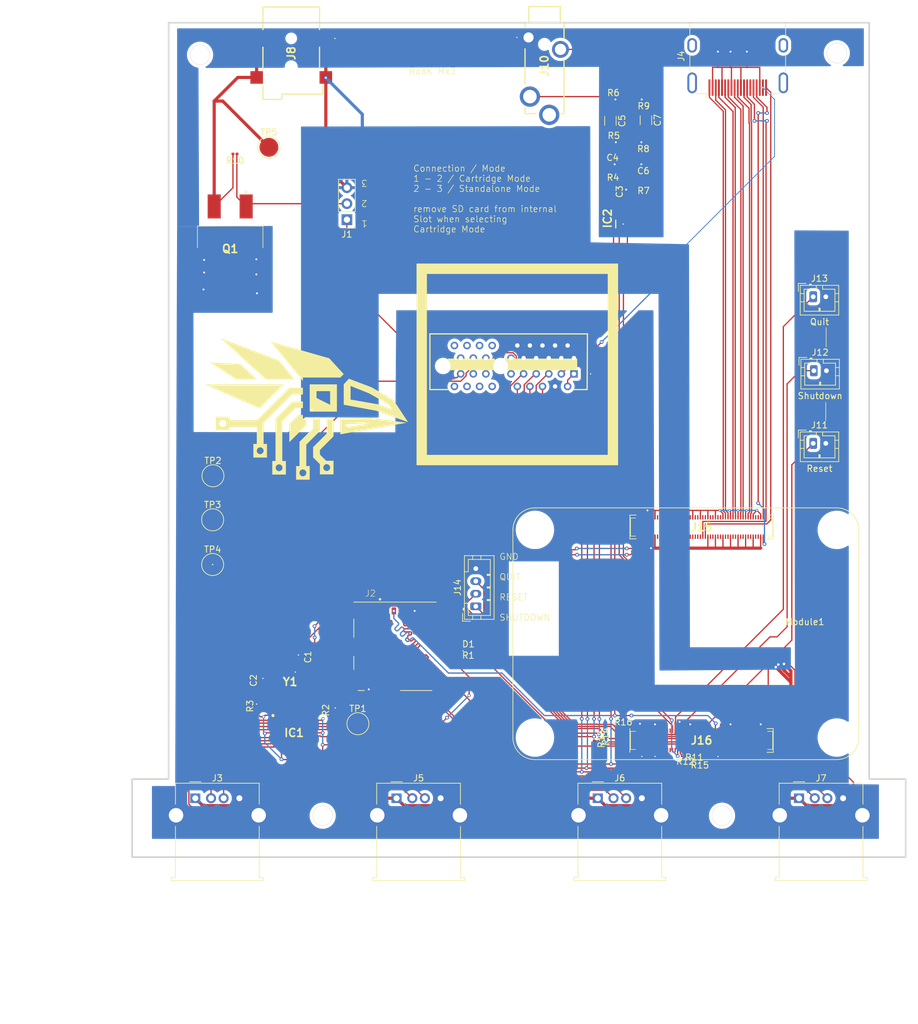
<source format=kicad_pcb>
(kicad_pcb (version 20240108) (generator "pcbnew") (generator_version "8.0")
  (layers (0 "F.Cu" signal) (31 "B.Cu" signal) (34 "B.Paste" user) (35 "F.Paste" user) (36 "B.SilkS" user "B.Silkscreen") (37 "F.SilkS" user "F.Silkscreen") (38 "B.Mask" user) (39 "F.Mask" user) (44 "Edge.Cuts" user))
  (net 0 "")
  (net 1 "Net-(D1-K)")
  (net 2 "3V3")
  (net 3 "GND")
  (net 4 "VCC")
  (net 5 "SD_DAT1")
  (net 6 "SD_DAT2")
  (net 7 "SD_DAT3")
  (net 8 "SD_CMD")
  (net 9 "SD_DAT0")
  (net 10 "SD_CLK")
  (net 11 "USB_D+")
  (net 12 "USB_D-")
  (net 13 "HDMI_D2+")
  (net 14 "HDMI_CEC")
  (net 16 "CARD_PRESENT")
  (net 17 "HDMI_D0+")
  (net 18 "HDMI_SCL")
  (net 19 "HDMI_D1+")
  (net 20 "HDMI_D1-")
  (net 21 "HDMI_SDA")
  (net 22 "HDMI_CK-")
  (net 23 "HDMI_CK+")
  (net 24 "HDMI_D0-")
  (net 25 "HDMI_D2-")
  (net 26 "HDMI_HEAC-")
  (net 27 "GPIO4")
  (net 89 "GPIO5")
  (net 103 "GPIO6")
  (net 128 "LED_ACTIVITY")
  (net 156 "USB_XTAL_OUT")
  (net 157 "USB_XTAL_IN")
  (net 158 "Net-(IC1-USBDM_DN2{slash}PRT_DIS_M2)")
  (net 159 "USB_RBIAS")
  (net 160 "USB_CFG_SEL0")
  (net 161 "Net-(IC1-RESET_N)")
  (net 162 "Net-(IC1-USBDP_DN4{slash}PRT_DIS_P4)")
  (net 163 "Net-(IC1-USBDP_DN3{slash}PRT_DIS_P3)")
  (net 164 "Net-(IC1-USBDM_DN3{slash}PRT_DIS_M3)")
  (net 165 "Net-(IC1-USBDP_DN2{slash}PRT_DIS_P2)")
  (net 166 "Net-(IC1-USBDM_DN4{slash}PRT_DIS_M4)")
  (net 167 "Net-(IC1-USBDM_DN1{slash}PRT_DIS_M1)")
  (net 168 "Net-(IC1-USBDP_DN1{slash}PRT_DIS_P1)")
  (net 169 "GND_SUPPLY")
  (net 185 "Net-(C4-Pad1)")
  (net 186 "AUDIO_OUT_L")
  (net 187 "Net-(C6-Pad1)")
  (net 188 "AUDIO_OUT_R")
  (net 189 "AUDIO_L")
  (net 190 "AUDIO_R")
  (net 191 "Net-(IC2-Y2)")
  (net 192 "Net-(IC2-Y1)")
  (net 194 "SUPPLY_ENABLE")
  (net 195 "Net-(Module1A-SD_DAT0)")
  (net 196 "Net-(Module1A-SD_CMD)")
  (net 197 "Net-(Module1A-SD_CLK)")
  (net 198 "Net-(Module1A-SD_DAT3)")
  (net 199 "Net-(Module1A-SD_DAT2)")
  (net 200 "Net-(Module1A-SD_DAT1)")
  (footprint "Resistor_SMD:R_0201_0603Metric" (layer "F.Cu") (at 110.65 147.95 -90)
    (property "Reference" "R13")
    (property "Value" "33")
  )
  (footprint "TestPoint:TestPoint_Pad_D3.0mm" (layer "F.Cu") (at 50 113.15)
    (property "Reference" "TP3")
    (property "Value" "3V3")
  )
  (footprint "Capacitor_SMD:C_0201_0603Metric" (layer "F.Cu") (at 115.75 61 90)
    (property "Reference" "C3")
    (property "Value" "10nF")
  )
  (footprint "Connector_USB:USB_A_Molex_67643_Horizontal" (layer "F.Cu") (at 143.25 157.39)
    (property "Reference" "J7")
    (property "Value" "USB_A")
  )
  (footprint "CM4IO:SDCARD_MOLEX_503398-1892" (layer "F.Cu") (at 79 133.25)
    (property "Reference" "J2")
    (property "Value" "Micro_SD_Card")
  )
  (footprint "Connector_JST:JST_PH_B2B-PH-K_1x02_P2.00mm_Vertical" (layer "F.Cu") (at 145.5 101)
    (property "Reference" "J11")
    (property "Value" "Reset")
  )
  (footprint "Capacitor_SMD:C_1206_3216Metric" (layer "F.Cu") (at 118.9 49.65 -90)
    (property "Reference" "C7")
    (property "Value" "47uF")
  )
  (footprint "LIB_SJ3-35083B-TR:SJ335083BTR" (layer "F.Cu") (at 100.2345 36.4935 -90)
    (property "Reference" "J10")
    (property "Value" "SJ3-35083B-TR" (hide yes))
  )
  (footprint "CM4 Connector:DF40C100DS04V51" (layer "F.Cu") (at 127.75 148.2)
    (property "Reference" "J16")
    (property "Value" "DF40C100DS04V51" (hide yes))
  )
  (footprint "LIB_PJ-114AH-SMT-TR:PJ114AHSMTTR" (layer "F.Cu") (at 62.5 39 -90)
    (property "Reference" "J8")
    (property "Value" "PJ-114AH-SMT-TR" (hide yes))
  )
  (footprint "Resistor_SMD:R_0201_0603Metric" (layer "F.Cu") (at 118.53 59.805 180)
    (property "Reference" "R7")
    (property "Value" "220")
  )
  (footprint "Resistor_SMD:R_0201_0603Metric" (layer "F.Cu") (at 125.155 152.6)
    (property "Reference" "R12")
    (property "Value" "33")
  )
  (footprint "LIB_830108208209:830108208209" (layer "F.Cu") (at 62.325 138.887 180)
    (property "Reference" "Y1")
    (property "Value" "830108208209" (hide yes))
  )
  (footprint "Resistor_SMD:R_0201_0603Metric" (layer "F.Cu") (at 90.655 135.75)
    (property "Reference" "R1")
    (property "Value" "1k")
  )
  (footprint "Connector_USB:USB_A_Molex_67643_Horizontal" (layer "F.Cu") (at 79.25 157.39)
    (property "Reference" "J5")
    (property "Value" "USB_A")
  )
  (footprint "Connector_JST:JST_PH_B2B-PH-K_1x02_P2.00mm_Vertical" (layer "F.Cu") (at 145.5 77.7)
    (property "Reference" "J13")
    (property "Value" "Quit")
  )
  (footprint "TestPoint:TestPoint_Pad_D3.0mm" (layer "F.Cu") (at 50 120.25)
    (property "Reference" "TP4")
    (property "Value" "GND")
  )
  (footprint "Resistor_SMD:R_0201_0603Metric" (layer "F.Cu") (at 113.795 53.15)
    (property "Reference" "R5")
    (property "Value" "100")
  )
  (footprint "LIB_NC7WZ16P6X:SOT65P210X110-6N" (layer "F.Cu") (at 115.3 65.2 90)
    (property "Reference" "IC2")
    (property "Value" "NC7WZ16P6X" (hide yes))
  )
  (footprint "Resistor_SMD:R_0201_0603Metric" (layer "F.Cu") (at 113.73 46.35)
    (property "Reference" "R6")
    (property "Value" "1.8k")
  )
  (footprint "CM4IO:Raspberry-Pi-4-Compute-Module" (layer "F.Cu") (at 149.25 147.75 90)
    (property "Reference" "Module1")
    (property "Value" "ComputeModule4-CM4")
  )
  (footprint "LED_SMD:LED_0201_0603Metric" (layer "F.Cu") (at 90.6675 133.95)
    (property "Reference" "D1")
    (property "Value" "GREEN")
  )
  (footprint "Capacitor_SMD:C_0201_0603Metric" (layer "F.Cu") (at 118.495 56.65 180)
    (property "Reference" "C6")
    (property "Value" "100nF")
  )
  (footprint "Resistor_SMD:R_0201_0603Metric" (layer "F.Cu") (at 118.495 53.15 180)
    (property "Reference" "R8")
    (property "Value" "100")
  )
  (footprint "Resistor_SMD:R_0201_0603Metric" (layer "F.Cu") (at 127.48 153.2)
    (property "Reference" "R15")
    (property "Value" "33")
  )
  (footprint "TestPoint:TestPoint_Pad_D3.0mm" (layer "F.Cu") (at 73.1 145.55)
    (property "Reference" "TP1")
    (property "Value" "USB RESET_N")
  )
  (footprint "Resistor_SMD:R_0201_0603Metric" (layer "F.Cu") (at 118.55 46.35 180)
    (property "Reference" "R9")
    (property "Value" "1.8k")
  )
  (footprint "Resistor_SMD:R_0201_0603Metric" (layer "F.Cu") (at 126.6 151.95)
    (property "Reference" "R11")
    (property "Value" "33")
  )
  (footprint "Resistor_SMD:R_0201_0603Metric" (layer "F.Cu") (at 53.555 55 180)
    (property "Reference" "R10")
    (property "Value" "10k")
  )
  (footprint "Connector_JST:JST_PH_B2B-PH-K_1x02_P2.00mm_Vertical" (layer "F.Cu") (at 145.6 89.45)
    (property "Reference" "J12")
    (property "Value" "Shutdown")
  )
  (footprint "Capacitor_SMD:C_0201_0603Metric" (layer "F.Cu") (at 63.65 134.955 -90)
    (property "Reference" "C1")
    (property "Value" "14pF" (hide yes))
  )
  (footprint "TestPoint:TestPoint_Pad_D3.0mm" (layer "F.Cu") (at 58.95 53.95)
    (property "Reference" "TP5")
    (property "Value" "GND_SUPPLY")
  )
  (footprint "Connector_USB:USB_A_Molex_67643_Horizontal" (layer "F.Cu") (at 111.25 157.39)
    (property "Reference" "J6")
    (property "Value" "USB_A")
  )
  (footprint "Connector_PinHeader_2.54mm:PinHeader_1x03_P2.54mm_Vertical" (layer "F.Cu") (at 71.35 65.45 180)
    (property "Reference" "J1")
    (property "Value" "Conn_01x03_Socket")
  )
  (footprint "Capacitor_SMD:C_0201_0603Metric" (layer "F.Cu") (at 113.605 56.65)
    (property "Reference" "C4")
    (property "Value" "100nF")
  )
  (footprint "LIB_1871058-1:18710581" (layer "F.Cu") (at 107.45 89.949997 180)
    (property "Reference" "J9")
    (property "Value" "1871058-1" (hide yes))
  )
  (footprint "Connector_Video:HDMI_A_Molex_208658-1001_Horizontal" (layer "F.Cu") (at 133.5 41.185 90)
    (property "Reference" "J4")
    (property "Value" "HDMI_A_1.4")
  )
  (footprint "LIB_IRLZ34NSTRLPBF:IRF2804STRLPBF" (layer "F.Cu") (at 52.79 68.1 180)
    (property "Reference" "Q1")
    (property "Value" "IRLZ34NSTRLPBF" (hide yes))
  )
  (footprint "Connector_JST:JST_PH_B4B-PH-K_1x04_P2.00mm_Vertical" (layer "F.Cu") (at 91.85 126.9 90)
    (property "Reference" "J14")
    (property "Value" "Keys")
  )
  (footprint "TestPoint:TestPoint_Pad_D3.0mm" (layer "F.Cu") (at 50.05 106.15)
    (property "Reference" "TP2")
    (property "Value" "VCC")
  )
  (footprint "Resistor_SMD:R_0201_0603Metric" (layer "F.Cu") (at 111.45 147.6 -90)
    (property "Reference" "R14")
    (property "Value" "33")
  )
  (footprint "Resistor_SMD:R_0201_0603Metric" (layer "F.Cu") (at 113.67 59.805)
    (property "Reference" "R4")
    (property "Value" "220")
  )
  (footprint "Connector_USB:USB_A_Molex_67643_Horizontal" (layer "F.Cu") (at 47.25 157.39)
    (property "Reference" "J3")
    (property "Value" "USB_A")
  )
  (footprint "Resistor_SMD:R_0201_0603Metric" (layer "F.Cu") (at 115.3 144.25 180)
    (property "Reference" "R16")
    (property "Value" "33")
  )
  (footprint "Resistor_SMD:R_0201_0603Metric" (layer "F.Cu") (at 69.5 143.405 90)
    (property "Reference" "R2")
    (property "Value" "100k" (hide yes))
  )
  (footprint "Capacitor_SMD:C_1206_3216Metric" (layer "F.Cu") (at 113.25 49.75 -90)
    (property "Reference" "C5")
    (property "Value" "47uF")
  )
  (footprint "Capacitor_SMD:C_0201_0603Metric" (layer "F.Cu") (at 58 138.68 90)
    (property "Reference" "C2")
    (property "Value" "14pF" (hide yes))
  )
  (footprint "CM4 Connector:DF40C100DS04V51" (layer "F.Cu") (at 127.75 114.3)
    (property "Reference" "J15")
    (property "Value" "DF40C100DS04V51" (hide yes))
  )
  (footprint "Resistor_SMD:R_0201_0603Metric" (layer "F.Cu") (at 57 142.75 90)
    (property "Reference" "R3")
    (property "Value" "12k (+/- 1%)" (hide yes))
  )
  (footprint "LIB_USB2514B_M2:QFN50P600X600X100-37N-D" (layer "F.Cu") (at 62.95 147)
    (property "Reference" "IC1")
    (property "Value" "USB2514B_M2" (hide yes))
  )
  (gr_line (start 96.65022 89.25) (end 96.65022 87.649999) (stroke (width 0.249999) (color 33 37 41 1)) (layer "F.SilkS"))
  (gr_line (start 114.349997 72.55) (end 114.349997 104.349998) (stroke (width 0.249999) (color 33 37 41 1)) (layer "F.SilkS"))
  (gr_poly (pts (xy 54.4 88.4) (xy 57.050427 90.809659) (xy 53.676892 90.809659) (xy 49.580676 88.159239)) (stroke (width -0.000001)) (fill solid) (layer "F.SilkS"))
  (gr_poly (pts (xy 114.349997 104.349998) (xy 82.55 104.349998) (xy 82.55 102.949997) (xy 83.95 102.949997) (xy 112.949996 102.949997) (xy 112.949996 73.95) (xy 83.95 73.95) (xy 83.95 102.949997) (xy 82.55 102.949997) (xy 82.55 72.55) (xy 114.349997 72.55)) (stroke (width 0.024999) (color 33 37 41 1)) (fill solid) (layer "F.SilkS"))
  (gr_poly (pts (xy 60.567001 87.833966) (xy 63.001819 90.805538) (xy 58.403052 90.805538) (xy 51.274234 84.292647)) (stroke (width -0.000001)) (fill solid) (layer "F.SilkS"))
  (gr_line (start 83.95 73.95) (end 83.95 102.949997) (stroke (width 0.249999) (color 33 37 41 1)) (layer "F.SilkS"))
  (gr_line (start 82.55 72.55) (end 114.349997 72.55) (stroke (width 0.249999) (color 33 37 41 1)) (layer "F.SilkS"))
  (gr_poly (pts (xy 94.75022 89.25) (xy 87.5502 89.25) (xy 87.5502 87.649999) (xy 94.75022 87.649999)) (stroke (width 0.024999) (color 33 37 41 1)) (fill solid) (layer "F.SilkS"))
  (gr_poly (pts (xy 57.491955 95.468247) (xy 48.762335 91.621405) (xy 61.345764 91.621405)) (stroke (width -0.000001)) (fill solid) (layer "F.SilkS"))
  (gr_poly (pts (xy 75.257907 92.081485) (xy 78.758005 94.110013) (xy 81.084384 97.630515) (xy 76.047384 95.82316) (xy 70.846719 94.858805) (xy 70.846719 94.034983) (xy 71.936325 94.034983) (xy 76.271652 94.788346) (xy 78.52095 95.566532) (xy 77.891427 94.767899) (xy 74.914084 93.073053) (xy 71.936325 91.881952) (xy 71.936325 94.034983) (xy 70.846719 94.034983) (xy 70.846719 91.621405) (xy 71.662582 90.722675)) (stroke (width -0.000001)) (fill solid) (layer "F.SilkS"))
  (gr_poly (pts (xy 64.354443 93.244391) (xy 62.620474 93.244391) (xy 58.104159 97.76091) (xy 58.104159 101.089255) (xy 58.645044 101.089255) (xy 58.645044 103.253333) (xy 56.481088 103.253333) (xy 56.481088 102.171274) (xy 57.021979 102.171274) (xy 57.022683 102.199098) (xy 57.024774 102.226558) (xy 57.028217 102.253621) (xy 57.032977 102.280253) (xy 57.039022 102.306419) (xy 57.046317 102.332086) (xy 57.054827 102.357219) (xy 57.064518 102.381785) (xy 57.075357 102.405748) (xy 57.08731 102.429075) (xy 57.100341 102.451733) (xy 57.114418 102.473686) (xy 57.129505 102.4949) (xy 57.145569 102.515343) (xy 57.162576 102.534978) (xy 57.180492 102.553773) (xy 57.199282 102.571694) (xy 57.218912 102.588705) (xy 57.239348 102.604773) (xy 57.260557 102.619864) (xy 57.282504 102.633944) (xy 57.305154 102.646978) (xy 57.328474 102.658933) (xy 57.35243 102.669775) (xy 57.376987 102.679468) (xy 57.402111 102.68798) (xy 57.427769 102.695276) (xy 57.453926 102.701322) (xy 57.480548 102.706084) (xy 57.507601 102.709527) (xy 57.535051 102.711619) (xy 57.562863 102.712323) (xy 57.590713 102.711619) (xy 57.618197 102.709527) (xy 57.645283 102.706084) (xy 57.671936 102.701322) (xy 57.698121 102.695276) (xy 57.723805 102.68798) (xy 57.748955 102.679468) (xy 57.773534 102.669775) (xy 57.797511 102.658933) (xy 57.82085 102.646978) (xy 57.843518 102.633944) (xy 57.86548 102.619864) (xy 57.886703 102.604773) (xy 57.907153 102.588705) (xy 57.926794 102.571694) (xy 57.945595 102.553773) (xy 57.963519 102.534978) (xy 57.980534 102.515343) (xy 57.996605 102.4949) (xy 58.011698 102.473686) (xy 58.02578 102.451733) (xy 58.038816 102.429075) (xy 58.050771 102.405748) (xy 58.061613 102.381785) (xy 58.071307 102.357219) (xy 58.079819 102.332086) (xy 58.087114 102.306419) (xy 58.09316 102.280253) (xy 58.097921 102.253621) (xy 58.101364 102.226558) (xy 58.103455 102.199098) (xy 58.104159 102.171274) (xy 58.103455 102.14345) (xy 58.101364 102.11599) (xy 58.097921 102.088927) (xy 58.09316 102.062296) (xy 58.087114 102.03613) (xy 58.079819 102.010465) (xy 58.071307 101.985333) (xy 58.061613 101.960768) (xy 58.050771 101.936806) (xy 58.038816 101.91348) (xy 58.02578 101.890825) (xy 58.011698 101.868874) (xy 57.996605 101.847661) (xy 57.980534 101.82722) (xy 57.963519 101.807586) (xy 57.945595 101.788793) (xy 57.926794 101.770875) (xy 57.907153 101.753866) (xy 57.886703 101.737799) (xy 57.86548 101.72271) (xy 57.843518 101.708632) (xy 57.82085 101.6956) (xy 57.797511 101.683646) (xy 57.773534 101.672806) (xy 57.748955 101.663114) (xy 57.723805 101.654603) (xy 57.698121 101.647309) (xy 57.671936 101.641264) (xy 57.645283 101.636503) (xy 57.618197 101.63306) (xy 57.590713 101.630969) (xy 57.562863 101.630264) (xy 57.535051 101.630969) (xy 57.507601 101.63306) (xy 57.480548 101.636503) (xy 57.453926 101.641264) (xy 57.427769 101.647309) (xy 57.402111 101.654603) (xy 57.376987 101.663114) (xy 57.35243 101.672806) (xy 57.328474 101.683646) (xy 57.305154 101.6956) (xy 57.282504 101.708632) (xy 57.260557 101.72271) (xy 57.239348 101.737799) (xy 57.218912 101.753866) (xy 57.199282 101.770875) (xy 57.180492 101.788793) (xy 57.162576 101.807586) (xy 57.145569 101.82722) (xy 57.129505 101.847661) (xy 57.114418 101.868874) (xy 57.100341 101.890825) (xy 57.08731 101.91348) (xy 57.075357 101.936806) (xy 57.064518 101.960768) (xy 57.054827 101.985333) (xy 57.046317 102.010465) (xy 57.039022 102.03613) (xy 57.032977 102.062296) (xy 57.028217 102.088927) (xy 57.024774 102.11599) (xy 57.022683 102.14345) (xy 57.021979 102.171274) (xy 56.481088 102.171274) (xy 56.481088 101.089255) (xy 57.021979 101.089255) (xy 57.021979 98.384125) (xy 52.693652 98.384125) (xy 52.693652 98.925135) (xy 50.529693 98.925135) (xy 50.529693 97.843115) (xy 51.070584 97.843115) (xy 51.071288 97.870939) (xy 51.073379 97.898399) (xy 51.076822 97.925461) (xy 51.081583 97.952093) (xy 51.087629 97.978258) (xy 51.094924 98.003924) (xy 51.103436 98.029056) (xy 51.113129 98.05362) (xy 51.123971 98.077582) (xy 51.135927 98.100908) (xy 51.148962 98.123563) (xy 51.163043 98.145515) (xy 51.178137 98.166728) (xy 51.194208 98.187168) (xy 51.211222 98.206802) (xy 51.229147 98.225595) (xy 51.247947 98.243513) (xy 51.267589 98.260523) (xy 51.288038 98.276589) (xy 51.309261 98.291678) (xy 51.331223 98.305757) (xy 51.353891 98.318789) (xy 51.377231 98.330743) (xy 51.401208 98.341583) (xy 51.425788 98.351275) (xy 51.450937 98.359786) (xy 51.476622 98.367081) (xy 51.502808 98.373126) (xy 51.529461 98.377887) (xy 51.556547 98.38133) (xy 51.584033 98.38342) (xy 51.611883 98.384125) (xy 51.639695 98.38342) (xy 51.667145 98.38133) (xy 51.694197 98.377887) (xy 51.720819 98.373126) (xy 51.746976 98.367081) (xy 51.772634 98.359786) (xy 51.797758 98.351275) (xy 51.822315 98.341583) (xy 51.846271 98.330743) (xy 51.869591 98.318789) (xy 51.892241 98.305757) (xy 51.914188 98.291678) (xy 51.935397 98.276589) (xy 51.955833 98.260523) (xy 51.975463 98.243513) (xy 51.994253 98.225595) (xy 52.012169 98.206802) (xy 52.029176 98.187168) (xy 52.04524 98.166728) (xy 52.060328 98.145515) (xy 52.074404 98.123563) (xy 52.087436 98.100908) (xy 52.099388 98.077582) (xy 52.110227 98.05362) (xy 52.119919 98.029056) (xy 52.128429 98.003924) (xy 52.135724 97.978258) (xy 52.141769 97.952093) (xy 52.14653 97.925461) (xy 52.149972 97.898399) (xy 52.152063 97.870939) (xy 52.152768 97.843115) (xy 52.152063 97.815292) (xy 52.149972 97.787832) (xy 52.14653 97.760768) (xy 52.141769 97.734136) (xy 52.135724 97.70797) (xy 52.128429 97.682303) (xy 52.119919 97.65717) (xy 52.110227 97.632604) (xy 52.099388 97.608641) (xy 52.087436 97.585313) (xy 52.074404 97.562656) (xy 52.060328 97.540703) (xy 52.04524 97.519488) (xy 52.029176 97.499046) (xy 52.012169 97.47941) (xy 51.994253 97.460615) (xy 51.975463 97.442694) (xy 51.955833 97.425683) (xy 51.935397 97.409615) (xy 51.914188 97.394523) (xy 51.892241 97.380443) (xy 51.869591 97.367409) (xy 51.846271 97.355454) (xy 51.822315 97.344612) (xy 51.797758 97.334918) (xy 51.772634 97.326406) (xy 51.746976 97.31911) (xy 51.720819 97.313064) (xy 51.694197 97.308302) (xy 51.667145 97.304859) (xy 51.639695 97.302768) (xy 51.611883 97.302063) (xy 51.584033 97.302768) (xy 51.556547 97.304859) (xy 51.529461 97.308302) (xy 51.502808 97.313064) (xy 51.476622 97.31911) (xy 51.450937 97.326406) (xy 51.425788 97.334918) (xy 51.401208 97.344612) (xy 51.377231 97.355454) (xy 51.353891 97.367409) (xy 51.331223 97.380443) (xy 51.309261 97.394523) (xy 51.288038 97.409615) (xy 51.267589 97.425683) (xy 51.247947 97.442694) (xy 51.229147 97.460615) (xy 51.211222 97.47941) (xy 51.194208 97.499046) (xy 51.178137 97.519488) (xy 51.163043 97.540703) (xy 51.148962 97.562656) (xy 51.135927 97.585313) (xy 51.123971 97.608641) (xy 51.113129 97.632604) (xy 51.103436 97.65717) (xy 51.094924 97.682303) (xy 51.087629 97.70797) (xy 51.081583 97.734136) (xy 51.076822 97.760768) (xy 51.073379 97.787832) (xy 51.071288 97.815292) (xy 51.070584 97.843115) (xy 50.529693 97.843115) (xy 50.529693 96.761057) (xy 52.693652 96.761057) (xy 52.693652 97.302063) (xy 57.032693 97.302063) (xy 62.172348 92.16229) (xy 62.190072 92.180017) (xy 62.190072 92.16229) (xy 64.354443 92.16229)) (stroke (width -0.000001)) (fill solid) (layer "F.SilkS"))
  (gr_line (start 147.5 94.5) (end 147.5 97.4) (stroke (width 0.1)) (layer "F.SilkS"))
  (gr_poly (pts (xy 64.354443 97.031583) (xy 64.895328 97.031583) (xy 64.895328 98.113599) (xy 62.188012 100.818729) (xy 62.196667 97.897574) (xy 63.647412 96.490531) (xy 64.354443 96.490531)) (stroke (width -0.000001)) (fill solid) (layer "F.SilkS"))
  (gr_poly (pts (xy 94.75022 89.25) (xy 87.5502 89.25) (xy 87.5502 87.649999) (xy 94.75022 87.649999)) (stroke (width -0.000001)) (fill solid) (layer "F.SilkS"))
  (gr_poly (pts (xy 64.354443 95.408472) (xy 63.166305 95.408472) (xy 61.079443 97.495127) (xy 61.079443 103.794385) (xy 61.649188 103.794385) (xy 61.649188 105.958463) (xy 59.485232 105.958463) (xy 59.485232 104.876404) (xy 60.026117 104.876404) (xy 60.026821 104.904228) (xy 60.028912 104.931688) (xy 60.032355 104.958752) (xy 60.037116 104.985384) (xy 60.04316 105.01155) (xy 60.050455 105.037217) (xy 60.058965 105.062351) (xy 60.068657 105.086916) (xy 60.079496 105.11088) (xy 60.091448 105.134207) (xy 60.104479 105.156865) (xy 60.118556 105.178818) (xy 60.133643 105.200033) (xy 60.149708 105.220475) (xy 60.166715 105.240111) (xy 60.18463 105.258906) (xy 60.20342 105.276826) (xy 60.22305 105.293838) (xy 60.243487 105.309906) (xy 60.264695 105.324997) (xy 60.286642 105.339077) (xy 60.309292 105.352111) (xy 60.332612 105.364066) (xy 60.356568 105.374908) (xy 60.381125 105.384602) (xy 60.40625 105.393113) (xy 60.431907 105.400409) (xy 60.458064 105.406455) (xy 60.484686 105.411217) (xy 60.511739 105.414661) (xy 60.539189 105.416752) (xy 60.567001 105.417456) (xy 60.594851 105.416752) (xy 60.622336 105.414661) (xy 60.649421 105.411217) (xy 60.676074 105.406455) (xy 60.70226 105.400409) (xy 60.727944 105.393113) (xy 60.753093 105.384602) (xy 60.777674 105.374908) (xy 60.80165 105.364066) (xy 60.82499 105.352111) (xy 60.847658 105.339077) (xy 60.86962 105.324997) (xy 60.890844 105.309906) (xy 60.911293 105.293838) (xy 60.930935 105.276826) (xy 60.949736 105.258906) (xy 60.967661 105.240111) (xy 60.984676 105.220475) (xy 61.000747 105.200033) (xy 61.015841 105.178818) (xy 61.029923 105.156865) (xy 61.042958 105.134207) (xy 61.054914 105.11088) (xy 61.065756 105.086916) (xy 61.07545 105.062351) (xy 61.083962 105.037217) (xy 61.091258 105.01155) (xy 61.097304 104.985384) (xy 61.102065 104.958752) (xy 61.105508 104.931688) (xy 61.107599 104.904228) (xy 61.108304 104.876404) (xy 61.107599 104.848581) (xy 61.105508 104.821121) (xy 61.102065 104.794058) (xy 61.097304 104.767427) (xy 61.091258 104.741261) (xy 61.083962 104.715595) (xy 61.07545 104.690463) (xy 61.065756 104.665899) (xy 61.054914 104.641937) (xy 61.042958 104.618611) (xy 61.029923 104.595955) (xy 61.015841 104.574004) (xy 61.000747 104.552791) (xy 60.984676 104.53235) (xy 60.967661 104.512716) (xy 60.949736 104.493923) (xy 60.930935 104.476005) (xy 60.911293 104.458995) (xy 60.890844 104.442928) (xy 60.86962 104.427839) (xy 60.847658 104.413761) (xy 60.82499 104.400728) (xy 60.80165 104.388774) (xy 60.777674 104.377934) (xy 60.753093 104.368242) (xy 60.727944 104.359731) (xy 60.70226 104.352436) (xy 60.676074 104.346391) (xy 60.649421 104.34163) (xy 60.622336 104.338187) (xy 60.594851 104.336096) (xy 60.567001 104.335391) (xy 60.539189 104.336096) (xy 60.511739 104.338187) (xy 60.484686 104.34163) (xy 60.458064 104.346391) (xy 60.431907 104.352436) (xy 60.40625 104.359731) (xy 60.381125 104.368242) (xy 60.356568 104.377934) (xy 60.332612 104.388774) (xy 60.309292 104.400728) (xy 60.286642 104.413761) (xy 60.264695 104.427839) (xy 60.243487 104.442928) (xy 60.22305 104.458995) (xy 60.20342 104.476005) (xy 60.18463 104.493923) (xy 60.166715 104.512716) (xy 60.149708 104.53235) (xy 60.133643 104.552791) (xy 60.118556 104.574004) (xy 60.104479 104.595955) (xy 60.091448 104.618611) (xy 60.079496 104.641937) (xy 60.068657 104.665899) (xy 60.058965 104.690463) (xy 60.050455 104.715595) (xy 60.04316 104.741261) (xy 60.037116 104.767427) (xy 60.032355 104.794058) (xy 60.028912 104.821121) (xy 60.026821 104.848581) (xy 60.026117 104.876404) (xy 59.485232 104.876404) (xy 59.485232 103.794385) (xy 59.997674 103.794385) (xy 59.997674 97.031583) (xy 60.012927 97.031583) (xy 62.718179 94.32645) (xy 62.731372 94.33956) (xy 62.731372 94.32645) (xy 64.354443 94.32645)) (stroke (width -0.000001)) (fill solid) (layer "F.SilkS"))
  (gr_poly (pts (xy 69.223648 99.900089) (xy 69.212933 99.900089) (xy 67.059277 102.053534) (xy 67.059277 102.774085) (xy 68.049533 103.764084) (xy 69.223648 103.764084) (xy 69.223648 105.928162) (xy 67.059277 105.928162) (xy 67.059277 104.8461) (xy 67.600583 104.8461) (xy 67.601287 104.873924) (xy 67.603378 104.901384) (xy 67.606821 104.928448) (xy 67.611582 104.95508) (xy 67.617626 104.981247) (xy 67.624921 105.006914) (xy 67.633431 105.032047) (xy 67.643123 105.056612) (xy 67.653962 105.080576) (xy 67.665914 105.103903) (xy 67.678945 105.126561) (xy 67.693022 105.148514) (xy 67.708109 105.169729) (xy 67.724174 105.190171) (xy 67.74118 105.209807) (xy 67.759096 105.228602) (xy 67.777886 105.246522) (xy 67.797516 105.263534) (xy 67.817953 105.279602) (xy 67.839161 105.294693) (xy 67.861108 105.308773) (xy 67.883758 105.321807) (xy 67.907078 105.333762) (xy 67.931034 105.344604) (xy 67.955591 105.354298) (xy 67.980716 105.362809) (xy 68.006373 105.370105) (xy 68.03253 105.376151) (xy 68.059152 105.380913) (xy 68.086205 105.384357) (xy 68.113655 105.386448) (xy 68.141467 105.387152) (xy 68.169279 105.386448) (xy 68.196729 105.384357) (xy 68.223782 105.380913) (xy 68.250404 105.376151) (xy 68.276561 105.370105) (xy 68.302219 105.362809) (xy 68.327343 105.354298) (xy 68.3519 105.344604) (xy 68.375856 105.333762) (xy 68.399176 105.321807) (xy 68.421826 105.308773) (xy 68.443773 105.294693) (xy 68.464982 105.279602) (xy 68.485418 105.263534) (xy 68.505048 105.246522) (xy 68.523838 105.228602) (xy 68.541754 105.209807) (xy 68.558761 105.190171) (xy 68.574825 105.169729) (xy 68.589912 105.148514) (xy 68.603989 105.126561) (xy 68.61702 105.103903) (xy 68.628973 105.080576) (xy 68.639812 105.056612) (xy 68.649503 105.032047) (xy 68.658013 105.006914) (xy 68.665308 104.981247) (xy 68.671353 104.95508) (xy 68.676113 104.928448) (xy 68.679556 104.901384) (xy 68.681647 104.873924) (xy 68.682351 104.8461) (xy 68.681647 104.818277) (xy 68.679556 104.790817) (xy 68.676113 104.763754) (xy 68.671353 104.737123) (xy 68.665308 104.710957) (xy 68.658013 104.685292) (xy 68.649503 104.66016) (xy 68.639812 104.635596) (xy 68.628973 104.611634) (xy 68.61702 104.588308) (xy 68.603989 104.565652) (xy 68.589912 104.543701) (xy 68.574825 104.522488) (xy 68.558761 104.502048) (xy 68.541754 104.482414) (xy 68.523838 104.463621) (xy 68.505048 104.445702) (xy 68.485418 104.428693) (xy 68.464982 104.412626) (xy 68.443773 104.397537) (xy 68.421826 104.383459) (xy 68.399176 104.370426) (xy 68.375856 104.358473) (xy 68.3519 104.347633) (xy 68.327343 104.33794) (xy 68.302219 104.32943) (xy 68.276561 104.322135) (xy 68.250404 104.31609) (xy 68.223782 104.311329) (xy 68.196729 104.307886) (xy 68.169279 104.305795) (xy 68.141467 104.305091) (xy 68.113655 104.305795) (xy 68.086205 104.307886) (xy 68.059152 104.311329) (xy 68.03253 104.31609) (xy 68.006373 104.322135) (xy 67.980716 104.32943) (xy 67.955591 104.33794) (xy 67.931034 104.347633) (xy 67.907078 104.358473) (xy 67.883758 104.370426) (xy 67.861108 104.383459) (xy 67.839161 104.397537) (xy 67.817953 104.412626) (xy 67.797516 104.428693) (xy 67.777886 104.445702) (xy 67.759096 104.463621) (xy 67.74118 104.482414) (xy 67.724174 104.502048) (xy 67.708109 104.522488) (xy 67.693022 104.543701) (xy 67.678945 104.565652) (xy 67.665914 104.588308) (xy 67.653962 104.611634) (xy 67.643123 104.635596) (xy 67.633431 104.66016) (xy 67.624921 104.685292) (xy 67.617626 104.710957) (xy 67.611582 104.737123) (xy 67.606821 104.763754) (xy 67.603378 104.790817) (xy 67.601287 104.818277) (xy 67.600583 104.8461) (xy 67.059277 104.8461) (xy 67.059277 104.304352) (xy 65.978335 103.223032) (xy 65.977508 103.223032) (xy 65.977508 101.620697) (xy 65.969681 101.613034) (xy 65.977508 101.605322) (xy 65.977508 101.539731) (xy 66.04306 101.539731) (xy 68.141467 99.441245) (xy 68.141467 97.031583) (xy 69.223648 97.031583)) (stroke (width -0.000001)) (fill solid) (layer "F.SilkS"))
  (gr_line (start 114.349997 104.349998) (end 82.55 104.349998) (stroke (width 0.249999) (color 33 37 41 1)) (layer "F.SilkS"))
  (gr_poly (pts (xy 69.764532 95.949518) (xy 65.436212 95.949518) (xy 65.436212 93.785398) (xy 66.518393 93.785398) (xy 68.682351 94.867459) (xy 68.682351 92.703382) (xy 66.518393 92.703382) (xy 66.518393 93.785398) (xy 65.436212 93.785398) (xy 65.436212 91.621405) (xy 69.764532 91.621405)) (stroke (width -0.000001)) (fill solid) (layer "F.SilkS"))
  (gr_line (start 94.75022 87.649999) (end 94.75022 89.25) (stroke (width 0.249999) (color 33 37 41 1)) (layer "F.SilkS"))
  (gr_poly (pts (xy 68.5496 87.482308) (xy 70.846719 89.998335) (xy 70.305417 90.53922) (xy 64.354443 90.53922) (xy 64.354443 91.080104) (xy 59.232516 84.820345)) (stroke (width -0.000001)) (fill solid) (layer "F.SilkS"))
  (gr_line (start 107.850219 87.649999) (end 96.65022 87.649999) (stroke (width 0.249999) (color 33 37 41 1)) (layer "F.SilkS"))
  (gr_line (start 87.5502 89.25) (end 87.5502 87.649999) (stroke (width 0.249999) (color 33 37 41 1)) (layer "F.SilkS"))
  (gr_line (start 82.55 104.349998) (end 82.55 72.55) (stroke (width 0.249999) (color 33 37 41 1)) (layer "F.SilkS"))
  (gr_poly (pts (xy 80.848581 97.725168) (xy 70.305417 99.557788) (xy 70.305417 97.928577) (xy 71.29526 97.928577) (xy 71.29526 98.386643) (xy 75.188644 97.791129) (xy 71.29526 97.928577) (xy 70.305417 97.928577) (xy 70.305417 97.031583) (xy 75.174637 96.977451)) (stroke (width -0.000001)) (fill solid) (layer "F.SilkS"))
  (gr_poly (pts (xy 107.850219 89.25) (xy 96.65022 89.25) (xy 96.65022 87.649999) (xy 107.850219 87.649999)) (stroke (width 0.024999) (color 33 37 41 1)) (fill solid) (layer "F.SilkS"))
  (gr_line (start 94.75022 87.649999) (end 87.5502 87.649999) (stroke (width 0.249999) (color 33 37 41 1)) (layer "F.SilkS"))
  (gr_line (start 112.949996 102.949997) (end 112.949996 73.95) (stroke (width 0.249999) (color 33 37 41 1)) (layer "F.SilkS"))
  (gr_poly (pts (xy 107.850219 89.25) (xy 96.65022 89.25) (xy 96.65022 87.649999) (xy 107.850219 87.649999)) (stroke (width -0.000001)) (fill solid) (layer "F.SilkS"))
  (gr_line (start 147.55 82.6) (end 147.55 85.7) (stroke (width 0.1)) (layer "F.SilkS"))
  (gr_line (start 107.850219 87.649999) (end 107.850219 89.25) (stroke (width 0.249999) (color 33 37 41 1)) (layer "F.SilkS"))
  (gr_line (start 94.75022 89.25) (end 87.5502 89.25) (stroke (width 0.249999) (color 33 37 41 1)) (layer "F.SilkS"))
  (gr_line (start 107.850219 89.25) (end 96.65022 89.25) (stroke (width 0.249999) (color 33 37 41 1)) (layer "F.SilkS"))
  (gr_poly (pts (xy 67.059277 99.038382) (xy 67.058459 99.038382) (xy 67.059277 99.039331) (xy 64.895328 101.203409) (xy 64.895328 104.605918) (xy 65.436212 104.605918) (xy 65.436212 106.769998) (xy 63.272256 106.769998) (xy 63.272256 105.68794) (xy 63.813141 105.68794) (xy 63.813845 105.715763) (xy 63.815936 105.743224) (xy 63.819379 105.770287) (xy 63.824141 105.796918) (xy 63.830186 105.823085) (xy 63.837482 105.848752) (xy 63.845994 105.873885) (xy 63.855688 105.89845) (xy 63.86653 105.922414) (xy 63.878486 105.945741) (xy 63.891522 105.968398) (xy 63.905603 105.990351) (xy 63.920697 106.011566) (xy 63.936768 106.032008) (xy 63.953784 106.051644) (xy 63.971708 106.070439) (xy 63.990509 106.088359) (xy 64.010151 106.10537) (xy 64.030601 106.121439) (xy 64.051824 106.13653) (xy 64.073787 106.15061) (xy 64.096455 106.163644) (xy 64.119794 106.175599) (xy 64.143771 106.18644) (xy 64.168351 106.196134) (xy 64.1935 106.204646) (xy 64.219185 106.211942) (xy 64.24537 106.217988) (xy 64.272023 106.22275) (xy 64.299109 106.226193) (xy 64.326593 106.228284) (xy 64.354443 106.228989) (xy 64.382255 106.228284) (xy 64.409704 106.226193) (xy 64.436756 106.22275) (xy 64.463378 106.217988) (xy 64.489535 106.211942) (xy 64.515192 106.204646) (xy 64.540317 106.196134) (xy 64.564874 106.18644) (xy 64.588829 106.175599) (xy 64.61215 106.163644) (xy 64.6348 106.15061) (xy 64.656746 106.13653) (xy 64.677955 106.121439) (xy 64.698392 106.10537) (xy 64.718022 106.088359) (xy 64.736812 106.070439) (xy 64.754728 106.051644) (xy 64.771735 106.032008) (xy 64.787799 106.011566) (xy 64.802887 105.990351) (xy 64.816963 105.968398) (xy 64.829995 105.945741) (xy 64.841948 105.922414) (xy 64.852787 105.89845) (xy 64.862479 105.873885) (xy 64.870989 105.848752) (xy 64.878284 105.823085) (xy 64.884328 105.796918) (xy 64.889089 105.770287) (xy 64.892532 105.743224) (xy 64.894623 105.715763) (xy 64.895328 105.68794) (xy 64.894623 105.660116) (xy 64.892532 105.632656) (xy 64.889089 105.605593) (xy 64.884328 105.578962) (xy 64.878284 105.552796) (xy 64.870989 105.52713) (xy 64.862479 105.501998) (xy 64.852787 105.477434) (xy 64.841948 105.453472) (xy 64.829995 105.430146) (xy 64.816963 105.40749) (xy 64.802887 105.385539) (xy 64.787799 105.364326) (xy 64.771735 105.343886) (xy 64.754728 105.324252) (xy 64.736812 105.305459) (xy 64.718022 105.287541) (xy 64.698392 105.270531) (xy 64.677955 105.254465) (xy 64.656746 105.239376) (xy 64.6348 105.225298) (xy 64.61215 105.212265) (xy 64.588829 105.200312) (xy 64.564874 105.189472) (xy 64.540317 105.17978) (xy 64.515192 105.171269) (xy 64.489535 105.163974) (xy 64.463378 105.157929) (xy 64.436756 105.153168) (xy 64.409704 105.149725) (xy 64.382255 105.147635) (xy 64.354443 105.14693) (xy 64.326593 105.147635) (xy 64.299109 105.149725) (xy 64.272023 105.153168) (xy 64.24537 105.157929) (xy 64.219185 105.163974) (xy 64.1935 105.171269) (xy 64.168351 105.17978) (xy 64.143771 105.189472) (xy 64.119794 105.200312) (xy 64.096455 105.212265) (xy 64.073787 105.225298) (xy 64.051824 105.239376) (xy 64.030601 105.254465) (xy 64.010151 105.270531) (xy 63.990509 105.287541) (xy 63.971708 105.305459) (xy 63.953784 105.324252) (xy 63.936768 105.343886) (xy 63.920697 105.364326) (xy 63.905603 105.385539) (xy 63.891522 105.40749) (xy 63.878486 105.430146) (xy 63.86653 105.453472) (xy 63.855688 105.477434) (xy 63.845994 105.501998) (xy 63.837482 105.52713) (xy 63.830186 105.552796) (xy 63.824141 105.578962) (xy 63.819379 105.605593) (xy 63.815936 105.632656) (xy 63.813845 105.660116) (xy 63.813141 105.68794) (xy 63.272256 105.68794) (xy 63.272256 104.605918) (xy 63.813141 104.605918) (xy 63.813141 100.762906) (xy 63.809433 100.759076) (xy 63.813141 100.75524) (xy 63.813141 100.707294) (xy 63.86138 100.707294) (xy 65.977508 98.591123) (xy 65.977508 97.031583) (xy 67.059277 97.031583)) (stroke (width -0.000001)) (fill solid) (layer "F.SilkS"))
  (gr_line (start 83.95 102.949997) (end 112.949996 102.949997) (stroke (width 0.249999) (color 33 37 41 1)) (layer "F.SilkS"))
  (gr_line (start 112.949996 73.95) (end 83.95 73.95) (stroke (width 0.249999) (color 33 37 41 1)) (layer "F.SilkS"))
  (gr_line (start 154.399987 34.150013) (end 43 34.150013) (stroke (width 0.249999) (color 33 37 41 1)) (layer "Edge.Cuts"))
  (gr_circle (center 48 39.25) (end 48.5 40.75) (stroke (width 0.05)) (fill none) (layer "Edge.Cuts"))
  (gr_line (start 43 34.150013) (end 43 154.350006) (stroke (width 0.249999) (color 33 37 41 1)) (layer "Edge.Cuts"))
  (gr_line (start 154.399987 154.350006) (end 154.399987 34.150013) (stroke (width 0.249999) (color 33 37 41 1)) (layer "Edge.Cuts"))
  (gr_line (start 160.200005 166.75) (end 160.200005 154.350006) (stroke (width 0.249999) (color 33 37 41 1)) (layer "Edge.Cuts"))
  (gr_circle (center 149.25 39) (end 149.75 40.5) (stroke (width 0.05)) (fill none) (layer "Edge.Cuts"))
  (gr_line (start 43 166.75) (end 154.599984 166.75) (stroke (width 0.249999) (color 33 37 41 1)) (layer "Edge.Cuts"))
  (gr_line (start 37.200005 166.75) (end 43 166.75) (stroke (width 0.249999) (color 33 37 41 1)) (layer "Edge.Cuts"))
  (gr_circle (center 131 160.168862) (end 131.5 161.668862) (stroke (width 0.05)) (fill none) (layer "Edge.Cuts"))
  (gr_line (start 160.200005 154.350006) (end 154.399987 154.350006) (stroke (width 0.249999) (color 33 37 41 1)) (layer "Edge.Cuts"))
  (gr_line (start 43 154.350006) (end 37.200005 154.350006) (stroke (width 0.249999) (color 33 37 41 1)) (layer "Edge.Cuts"))
  (gr_circle (center 67.5 160.168862) (end 68 161.668862) (stroke (width 0.05)) (fill none) (layer "Edge.Cuts"))
  (gr_line (start 154.599984 166.75) (end 160.200005 166.75) (stroke (width 0.249999) (color 33 37 41 1)) (layer "Edge.Cuts"))
  (gr_line (start 37.200005 154.350006) (end 37.200005 166.75) (stroke (width 0.249999) (color 33 37 41 1)) (layer "Edge.Cuts"))
  (gr_text "1\n\n2\n\n3" (at 74.65 59.05 180) (layer "F.SilkS") (effects (font (size 1 1) (thickness 0.1)) (justify left bottom)))
  (gr_text "GND\n\nQUIT\n\nRESET\n\nSHUTDOWN" (at 95.55 129.25 0) (layer "F.SilkS") (effects (font (size 1 1) (thickness 0.1)) (justify left bottom)))
  (gr_text "RooK Mk3" (at 81.15 42.45 0) (layer "F.SilkS") (effects (font (size 1 1) (thickness 0.1)) (justify left bottom)))
  (gr_text "Connection / Mode\n1 - 2 / Cartridge Mode\n2 - 3 / Standalone Mode\n\nremove SD card from internal \nSlot when selecting \nCartridge Mode" (at 81.85 67.55 0) (layer "F.SilkS") (effects (font (size 1 1) (thickness 0.1)) (justify left bottom)))
  (segment (start 90.3475 133.95) (end 90.3475 135.7375) (width 0.2) (layer "F.Cu") (net 1))
  (segment (start 90.3475 135.7375) (end 90.335 135.75) (width 0.2) (layer "F.Cu") (net 1))
  (segment (start 65.75 147) (end 67.5 147) (width 0.2) (layer "F.Cu") (net 2))
  (segment (start 75.477003 91.122997) (end 51.725 114.875) (width 0.2) (layer "F.Cu") (net 2))
  (segment (start 115.3 65.05) (end 115.1 65.25) (width 0.2) (layer "F.Cu") (net 2))
  (segment (start 92.946555 89.122997) (end 91.027003 89.122997) (width 0.2) (layer "F.Cu") (net 2))
  (segment (start 82.95 148.9) (end 71.9 148.9) (width 0.2) (layer "F.Cu") (net 2))
  (segment (start 46.223 144.245456) (end 51.8 138.668456) (width 0.2) (layer "F.Cu") (net 2))
  (segment (start 75.154 146.458448) (end 75.154 144.604) (width 0.2) (layer "F.Cu") (net 2))
  (segment (start 133.15 146.67) (end 133.15 147.75) (width 0.2) (layer "F.Cu") (net 2))
  (segment (start 113.75 65.25) (end 113.75 79.85) (width 0.2) (layer "F.Cu") (net 2))
  (segment (start 71.9 148.9) (end 67.5 148.9) (width 0.2) (layer "F.Cu") (net 2))
  (segment (start 98.277 87.107442) (end 97.769558 86.6) (width 0.2) (layer "F.Cu") (net 2))
  (segment (start 64.45 143.4) (end 64.95 142.9) (width 0.2) (layer "F.Cu") (net 2))
  (segment (start 89.446555 91.122997) (end 75.477003 91.122997) (width 0.2) (layer "F.Cu") (net 2))
  (segment (start 115.3 64.25) (end 115.3 65.05) (width 0.2) (layer "F.Cu") (net 2))
  (segment (start 106.45 88.949997) (end 105.45 89.949997) (width 0.2) (layer "F.Cu") (net 2))
  (segment (start 57.581544 144.45) (end 58.1 144.45) (width 0.2) (layer "F.Cu") (net 2))
  (segment (start 67.5 150) (end 67.5 148.9) (width 0.2) (layer "F.Cu") (net 2))
  (segment (start 95.469552 86.6) (end 92.946555 89.122997) (width 0.2) (layer "F.Cu") (net 2))
  (segment (start 64.95 142.9) (end 65.6 142.9) (width 0.2) (layer "F.Cu") (net 2))
  (segment (start 115.75 61.32) (end 115.3 61.77) (width 0.2) (layer "F.Cu") (net 2))
  (segment (start 58.4 144.2) (end 58.35 144.2) (width 0.2) (layer "F.Cu") (net 2))
  (segment (start 106.373003 88.276997) (end 99.107445 88.276997) (width 0.2) (layer "F.Cu") (net 2))
  (segment (start 141.068291 135.523) (end 142.6 137.054709) (width 0.2) (layer "F.Cu") (net 2))
  (segment (start 134.75 147.75) (end 137.374 147.75) (width 0.2) (layer "F.Cu") (net 2))
  (segment (start 134.35 146.67) (end 134.35 147.75) (width 0.2) (layer "F.Cu") (net 2))
  (segment (start 60.95 144.2) (end 58.4 144.2) (width 0.2) (layer "F.Cu") (net 2))
  (segment (start 138.35 137.004709) (end 139.831709 135.523) (width 0.2) (layer "F.Cu") (net 2))
  (segment (start 90.9875 133.750001) (end 90.9875 133.95) (width 0.2) (layer "F.Cu") (net 2))
  (segment (start 99.107445 88.276997) (end 98.277 87.446552) (width 0.2) (layer "F.Cu") (net 2))
  (segment (start 79.343 126.848) (end 76.043 126.848) (width 0.2) (layer "F.Cu") (net 2))
  (segment (start 58.35 144.2) (end 58.2 144.35) (width 0.2) (layer "F.Cu") (net 2))
  (segment (start 115.1 65.25) (end 113.75 65.25) (width 0.2) (layer "F.Cu") (net 2))
  (segment (start 87.269511 144.580489) (end 82.95 148.9) (width 0.2) (layer "F.Cu") (net 2))
  (segment (start 88.4 135.75) (end 88.4 135.20228) (width 0.2) (layer "F.Cu") (net 2))
  (segment (start 90.784904 138.134904) (end 88.4 135.75) (width 0.2) (layer "F.Cu") (net 2))
  (segment (start 147.747481 162.352519) (end 50.252519 162.352519) (width 0.2) (layer "F.Cu") (net 2))
  (segment (start 138.35 146.774) (end 138.35 137.004709) (width 0.2) (layer "F.Cu") (net 2))
  (segment (start 137.374 147.75) (end 138.35 146.774) (width 0.2) (layer "F.Cu") (net 2))
  (segment (start 88.4 135.20228) (end 90.07928 133.523) (width 0.2) (layer "F.Cu") (net 2))
  (segment (start 58.2 144.35) (end 58.1 144.45) (width 0.2) (layer "F.Cu") (net 2))
  (segment (start 106.45 88.2) (end 106.373003 88.276997) (width 0.2) (layer "F.Cu") (net 2))
  (segment (start 90.784904 141.065096) (end 90.784904 138.134904) (width 0.2) (layer "F.Cu") (net 2))
  (segment (start 58.4 147) (end 58.3 147.1) (width 0.2) (layer "F.Cu") (net 2))
  (segment (start 106.45 87.15) (end 106.45 88.2) (width 0.2) (layer "F.Cu") (net 2))
  (segment (start 60.95 149.8) (end 60.95 151.2) (width 0.2) (layer "F.Cu") (net 2))
  (segment (start 106.45 88.2) (end 106.45 88.949997) (width 0.2) (layer "F.Cu") (net 2))
  (segment (start 142.6 145.554773) (end 151.904 154.858773) (width 0.2) (layer "F.Cu") (net 2))
  (segment (start 50 113.15) (end 51.725 114.875) (width 0.2) (layer "F.Cu") (net 2))
  (segment (start 139.831709 135.523) (end 141.068291 135.523) (width 0.2) (layer "F.Cu") (net 2))
  (segment (start 90.3 90.269552) (end 89.446555 91.122997) (width 0.2) (layer "F.Cu") (net 2))
  (segment (start 91.027003 89.122997) (end 90.3 89.85) (width 0.2) (layer "F.Cu") (net 2))
  (segment (start 79.92 127.625) (end 79.92 127.425) (width 0.2) (layer "F.Cu") (net 2))
  (segment (start 76.043 132.457) (end 69.525 138.975) (width 0.2) (layer "F.Cu") (net 2))
  (segment (start 51.725 114.875) (end 51.8 114.95) (width 0.2) (layer "F.Cu") (net 2))
  (segment (start 134.75 146.67) (end 134.75 147.75) (width 0.2) (layer "F.Cu") (net 2))
  (segment (start 67.3 145) (end 67.55 144.75) (width 0.2) (layer "F.Cu") (net 2))
  (segment (start 75.154 144.604) (end 69.525 138.975) (width 0.2) (layer "F.Cu") (net 2))
  (segment (start 76.043 126.848) (end 76.043 132.457) (width 0.2) (layer "F.Cu") (net 2))
  (segment (start 113.75 79.85) (end 106.45 87.15) (width 0.2) (layer "F.Cu") (net 2))
  (segment (start 98.277 87.446552) (end 98.277 87.107442) (width 0.2) (layer "F.Cu") (net 2))
  (segment (start 90.07928 133.523) (end 90.760499 133.523) (width 0.2) (layer "F.Cu") (net 2))
  (segment (start 46.223 158.323) (end 46.223 144.245456) (width 0.2) (layer "F.Cu") (net 2))
  (segment (start 51.8 138.668456) (end 57.581544 144.45) (width 0.2) (layer "F.Cu") (net 2))
  (segment (start 71.9 148.9) (end 72.712448 148.9) (width 0.2) (layer "F.Cu") (net 2))
  (segment (start 60.15 147) (end 58.4 147) (width 0.2) (layer "F.Cu") (net 2))
  (segment (start 151.904 158.196) (end 147.747481 162.352519) (width 0.2) (layer "F.Cu") (net 2))
  (segment (start 69.525 138.975) (end 65.6 142.9) (width 0.2) (layer "F.Cu") (net 2))
  (segment (start 65.75 145) (end 67.3 145) (width 0.2) (layer "F.Cu") (net 2))
  (segment (start 90.760499 133.523) (end 90.9875 133.750001) (width 0.2) (layer "F.Cu") (net 2))
  (segment (start 63.45 149.8) (end 63.45 151.2) (width 0.2) (layer "F.Cu") (net 2))
  (segment (start 63.45 151.2) (end 66.3 151.2) (width 0.2) (layer "F.Cu") (net 2))
  (segment (start 142.6 137.054709) (end 142.6 145.554773) (width 0.2) (layer "F.Cu") (net 2))
  (segment (start 133.95 147.75) (end 133.15 147.75) (width 0.2) (layer "F.Cu") (net 2))
  (segment (start 51.8 114.95) (end 51.8 138.668456) (width 0.2) (layer "F.Cu") (net 2))
  (segment (start 61 151.25) (end 63.4 151.25) (width 0.2) (layer "F.Cu") (net 2))
  (segment (start 97.769558 86.6) (end 95.469552 86.6) (width 0.2) (layer "F.Cu") (net 2))
  (segment (start 79.92 127.425) (end 79.343 126.848) (width 0.2) (layer "F.Cu") (net 2))
  (segment (start 66.3 151.2) (end 67.5 150) (width 0.2) (layer "F.Cu") (net 2))
  (segment (start 50.252519 162.352519) (end 46.223 158.323) (width 0.2) (layer "F.Cu") (net 2))
  (segment (start 90.3 89.85) (end 90.3 90.269552) (width 0.2) (layer "F.Cu") (net 2))
  (segment (start 72.712448 148.9) (end 75.154 146.458448) (width 0.2) (layer "F.Cu") (net 2))
  (segment (start 134.75 147.75) (end 133.95 147.75) (width 0.2) (layer "F.Cu") (net 2))
  (segment (start 64.45 144.2) (end 64.45 143.4) (width 0.2) (layer "F.Cu") (net 2))
  (segment (start 151.904 154.858773) (end 151.904 158.196) (width 0.2) (layer "F.Cu") (net 2))
  (segment (start 115.3 61.77) (end 115.3 64.25) (width 0.2) (layer "F.Cu") (net 2))
  (via (at 67.5 148.9) (size 0.6) (drill 0.3) (layers "F.Cu" "B.Cu") (net 2))
  (via (at 90.784904 141.065096) (size 0.5) (drill 0.3) (layers "F.Cu" "B.Cu") (net 2))
  (via (at 67.55 144.75) (size 0.5) (drill 0.3) (layers "F.Cu" "B.Cu") (net 2))
  (via (at 58.1 144.45) (size 0.5) (drill 0.3) (layers "F.Cu" "B.Cu") (net 2))
  (via (at 58.3 147.1) (size 0.6) (drill 0.3) (layers "F.Cu" "B.Cu") (net 2))
  (via (at 60.95 151.2) (size 0.6) (drill 0.3) (layers "F.Cu" "B.Cu") (net 2))
  (via (at 87.269511 144.580489) (size 0.6) (drill 0.3) (layers "F.Cu" "B.Cu") (net 2))
  (via (at 67.5 147) (size 0.6) (drill 0.3) (layers "F.Cu" "B.Cu") (net 2))
  (segment (start 60.95 151.2) (end 61 151.25) (width 0.2) (layer "B.Cu") (net 2))
  (segment (start 67.5 148.9) (end 67.5 147) (width 0.2) (layer "B.Cu") (net 2))
  (segment (start 58.1 146.9) (end 58.3 147.1) (width 0.2) (layer "B.Cu") (net 2))
  (segment (start 58.3 147.1) (end 58.3 148.55) (width 0.2) (layer "B.Cu") (net 2))
  (segment (start 67.5 144.8) (end 67.55 144.75) (width 0.2) (layer "B.Cu") (net 2))
  (segment (start 87.269511 144.580489) (end 90.784904 141.065096) (width 0.2) (layer "B.Cu") (net 2))
  (segment (start 58.1 144.45) (end 58.1 146.9) (width 0.2) (layer "B.Cu") (net 2))
  (segment (start 58.3 148.55) (end 60.95 151.2) (width 0.2) (layer "B.Cu") (net 2))
  (segment (start 67.55 144.75) (end 67.45 144.75) (width 0.2) (layer "B.Cu") (net 2))
  (segment (start 67.5 147) (end 67.5 144.8) (width 0.2) (layer "B.Cu") (net 2))
  (segment (start 121.95 145.65) (end 118.05 145.65) (width 0.2) (layer "F.Cu") (net 3))
  (segment (start 122.35 149.75) (end 122.35 150.75) (width 0.2) (layer "F.Cu") (net 3))
  (segment (start 120.35 149.75) (end 120.35 150.75) (width 0.2) (layer "F.Cu") (net 3))
  (segment (start 125.15 115.83) (end 125.15 117.65) (width 0.2) (layer "F.Cu") (net 3))
  (segment (start 132.35 41.15) (end 132.25 41.25) (width 0.2) (layer "F.Cu") (net 3))
  (segment (start 118.25 150.75) (end 119.15 150.75) (width 0.2) (layer "F.Cu") (net 3))
  (segment (start 130.75 147.25) (end 130.75 146.67) (width 0.2) (layer "F.Cu") (net 3))
  (segment (start 136.55 111.65) (end 137.15 112.25) (width 0.2) (layer "F.Cu") (net 3))
  (segment (start 135.95 112.25) (end 136.55 111.65) (width 0.2) (layer "F.Cu") (net 3))
  (segment (start 126.35 149.75) (end 126.35 150.75) (width 0.2) (layer "F.Cu") (net 3))
  (segment (start 130.35 38.75) (end 130.35 41.25) (width 0.2) (layer "F.Cu") (net 3))
  (segment (start 127.95 146.67) (end 127.95 145.65) (width 0.2) (layer "F.Cu") (net 3))
  (segment (start 137 41.25) (end 134.95 41.25) (width 0.2) (layer "F.Cu") (net 3))
  (segment (start 131 44.47) (end 131 41.25) (width 0.2) (layer "F.Cu") (net 3))
  (segment (start 121.55 112.75) (end 121.55 111.65) (width 0.2) (layer "F.Cu") (net 3))
  (segment (start 129.55 149.75) (end 129.55 149.1) (width 0.2) (layer "F.Cu") (net 3))
  (segment (start 129.5 44.47) (end 129.5 41.25) (width 0.2) (layer "F.Cu") (net 3))
  (segment (start 137.15 112.25) (end 137.15 112.75) (width 0.2) (layer "F.Cu") (net 3))
  (segment (start 123.95 115.83) (end 123.95 117.65) (width 0.2) (layer "F.Cu") (net 3))
  (segment (start 128.75 112.75) (end 128.75 111.65) (width 0.2) (layer "F.Cu") (net 3))
  (segment (start 128.35 149.15) (end 128.35 149.75) (width 0.2) (layer "F.Cu") (net 3))
  (segment (start 132.35 111.8) (end 132.2 111.65) (width 0.2) (layer "F.Cu") (net 3))
  (segment (start 130.15 147.85) (end 130.75 147.25) (width 0.2) (layer "F.Cu") (net 3))
  (segment (start 137.15 146.67) (end 137.15 145.65) (width 0.2) (layer "F.Cu") (net 3))
  (segment (start 130.35 41.25) (end 129.5 41.25) (width 0.2) (layer "F.Cu") (net 3))
  (segment (start 127.95 145.65) (end 125.95 145.65) (width 0.2) (layer "F.Cu") (net 3))
  (segment (start 132.25 41.25) (end 131 41.25) (width 0.2) (layer "F.Cu") (net 3))
  (segment (start 132.35 115.83) (end 132.35 117.65) (width 0.2) (layer "F.Cu") (net 3))
  (segment (start 134.95 38.75) (end 134.95 41.25) (width 0.2) (layer "F.Cu") (net 3))
  (segment (start 119.15 115.83) (end 119.15 117.65) (width 0.2) (layer "F.Cu") (net 3))
  (segment (start 129.55 146.67) (end 129.55 147.25) (width 0.2) (layer "F.Cu") (net 3))
  (segment (start 134.95 41.25) (end 134 41.25) (width 0.2) (layer "F.Cu") (net 3))
  (segment (start 134.75 111.8) (end 134.9 111.65) (width 0.2) (layer "F.Cu") (net 3))
  (segment (start 125.15 112.75) (end 125.15 111.65) (width 0.2) (layer "F.Cu") (net 3))
  (segment (start 123.95 145.65) (end 124.25 145.35) (width 0.2) (layer "F.Cu") (net 3))
  (segment (start 119.7 117.65) (end 119.3 117.65) (width 0.5) (layer "F.Cu") (net 3))
  (segment (start 123.95 146.67) (end 123.95 145.65) (width 0.2) (layer "F.Cu") (net 3))
  (segment (start 118.05 145.65) (end 117.95 145.55) (width 0.2) (layer "F.Cu") (net 3))
  (segment (start 135.95 115.83) (end 135.95 117.65) (width 0.2) (layer "F.Cu") (net 3))
  (segment (start 122.75 115.83) (end 122.75 117.65) (width 0.2) (layer "F.Cu") (net 3))
  (segment (start 131.95 148.45) (end 130.75 147.25) (width 0.2) (layer "F.Cu") (net 3))
  (segment (start 131.15 112.75) (end 131.15 112.15) (width 0.2) (layer "F.Cu") (net 3))
  (segment (start 129.55 147.25) (end 130.15 147.85) (width 0.2) (layer "F.Cu") (net 3))
  (segment (start 137 44.47) (end 137 41.25) (width 0.2) (layer "F.Cu") (net 3))
  (segment (start 126.357843 150.742157) (end 126.35 150.75) (width 0.2) (layer "F.Cu") (net 3))
  (segment (start 120.35 146.67) (end 120.35 145.65) (width 0.2) (layer "F.Cu") (net 3))
  (segment (start 119.15 146.67) (end 119.15 145.65) (width 0.2) (layer "F.Cu") (net 3))
  (segment (start 119.15 150.75) (end 120.35 150.75) (width 0.2) (layer "F.Cu") (net 3))
  (segment (start 134.75 112.75) (end 134.75 111.8) (width 0.2) (layer "F.Cu") (net 3))
  (segment (start 131.15 112.15) (end 130.65 111.65) (width 0.2) (layer "F.Cu") (net 3))
  (segment (start 121.55 115.83) (end 121.55 117.65) (width 0.2) (layer "F.Cu") (net 3))
  (segment (start 134 41.25) (end 132.5 41.25) (width 0.2) (layer "F.Cu") (net 3))
  (segment (start 119.15 112.75) (end 119.15 111.65) (width 0.2) (layer "F.Cu") (net 3))
  (segment (start 125.95 150.75) (end 124.55 150.75) (width 0.2) (layer "F.Cu") (net 3))
  (segment (start 122.75 112.75) (end 122.75 111.65) (width 0.2) (layer "F.Cu") (net 3))
  (segment (start 117.95 150.75) (end 118.25 150.75) (width 0.2) (layer "F.Cu") (net 3))
  (segment (start 121.95 146.67) (end 121.95 145.65) (width 0.2) (layer "F.Cu") (net 3))
  (segment (start 131 41.25) (end 130.35 41.25) (width 0.2) (layer "F.Cu") (net 3))
  (segment (start 124.25 145.35) (end 124.25 145.25) (width 0.2) (layer "F.Cu") (net 3))
  (segment (start 132.5 41.25) (end 132.25 41.25) (width 0.2) (layer "F.Cu") (net 3))
  (segment (start 130.75 150.35) (end 130.35 150.75) (width 0.2) (layer "F.Cu") (net 3))
  (segment (start 124.55 150.75) (end 124.55 150.451471) (width 0.2) (layer "F.Cu") (net 3))
  (segment (start 137.15 117.65) (end 119.7 117.65) (width 0.5) (layer "F.Cu") (net 3))
  (segment (start 137.15 145.65) (end 132.35 145.65) (width 0.2) (layer "F.Cu") (net 3))
  (segment (start 100.2345 36.821267) (end 100.2345 36.4935) (width 0.2) (layer "F.Cu") (net 3))
  (segment (start 120.35 115.83) (end 120.35 117.65) (width 0.2) (layer "F.Cu") (net 3))
  (segment (start 120.35 150.75) (end 122.35 150.75) (width 0.2) (layer "F.Cu") (net 3))
  (segment (start 124.35 150.251471) (end 124.35 149.75) (width 0.2) (layer "F.Cu") (net 3))
  (segment (start 120.35 112.75) (end 120.35 111.65) (width 0.2) (layer "F.Cu") (net 3))
  (segment (start 126.95 111.65) (end 119.15 111.65) (width 0.2) (layer "F.Cu") (net 3))
  (segment (start 129.55 149.1) (end 128.4 149.1) (width 0.2) (layer "F.Cu") (net 3))
  (segment (start 127.55 112.75) (end 127.55 111.65) (width 0.2) (layer "F.Cu") (net 3))
  (segment (start 134.75 115.83) (end 134.75 117.65) (width 0.2) (layer "F.Cu") (net 3))
  (segment (start 130.75 149.75) (end 130.75 150.35) (width 0.2) (layer "F.Cu") (net 3))
  (segment (start 131.95 149.75) (end 131.95 148.45) (width 0.2) (layer "F.Cu") (net 3))
  (segment (start 133.55 115.83) (end 133.55 117.65) (width 0.2) (layer "F.Cu") (net 3))
  (segment (start 128.35 150.634314) (end 128.242157 150.742157) (width 0.2) (layer "F.Cu") (net 3))
  (segment (start 128.35 149.75) (end 128.35 150.634314) (width 0.2) (layer "F.Cu") (net 3))
  (segment (start 137.15 115.83) (end 137.15 117.65) (width 0.2) (layer "F.Cu") (net 3))
  (segment (start 128.242157 150.742157) (end 126.357843 150.742157) (width 0.2) (layer "F.Cu") (net 3))
  (segment (start 61.414 138.36) (end 61.5 138.274) (width 0.2) (layer "F.Cu") (net 3))
  (segment (start 128.4 149.1) (end 128.35 149.15) (width 0.2) (layer "F.Cu") (net 3))
  (segment (start 132.35 38.75) (end 132.35 41.15) (width 0.2) (layer "F.Cu") (net 3))
  (segment (start 129.95 112.75) (end 129.95 111.65) (width 0.2) (layer "F.Cu") (net 3))
  (segment (start 132.35 112.75) (end 132.35 111.8) (width 0.2) (layer "F.Cu") (net 3))
  (segment (start 126.35 150.75) (end 125.95 150.75) (width 0.2) (layer "F.Cu") (net 3))
  (segment (start 82.12 127.625) (end 82.12 127.425) (width 0.2) (layer "F.Cu") (net 3))
  (segment (start 117.95 146.67) (end 117.95 145.55) (width 0.2) (layer "F.Cu") (net 3))
  (segment (start 132.35 146.67) (end 132.35 145.65) (width 0.2) (layer "F.Cu") (net 3))
  (segment (start 134 44.47) (end 134 41.25) (width 0.2) (layer "F.Cu") (net 3))
  (segment (start 117.95 149.75) (end 117.95 150.75) (width 0.2) (layer "F.Cu") (net 3))
  (segment (start 125.95 146.67) (end 125.95 145.65) (width 0.2) (layer "F.Cu") (net 3))
  (segment (start 126.35 112.75) (end 126.35 111.65) (width 0.2) (layer "F.Cu") (net 3))
  (segment (start 130.65 111.65) (end 126.95 111.65) (width 0.2) (layer "F.Cu") (net 3))
  (segment (start 131.15 115.83) (end 131.15 117.65) (width 0.2) (layer "F.Cu") (net 3))
  (segment (start 135.95 112.75) (end 135.95 112.25) (width 0.2) (layer "F.Cu") (net 3))
  (segment (start 129.95 115.83) (end 129.95 117.65) (width 0.2) (layer "F.Cu") (net 3))
  (segment (start 123.95 112.75) (end 123.95 111.65) (width 0.2) (layer "F.Cu") (net 3))
  (segment (start 119.15 149.75) (end 119.15 150.75) (width 0.2) (layer "F.Cu") (net 3))
  (segment (start 133.55 112.75) (end 133.55 111.65) (width 0.2) (layer "F.Cu") (net 3))
  (segment (start 130.75 146.67) (end 130.75 145.65) (width 0.2) (layer "F.Cu") (net 3))
  (segment (start 132.5 44.47) (end 132.5 41.25) (width 0.2) (layer "F.Cu") (net 3))
  (segment (start 128.75 115.83) (end 128.75 117.65) (width 0.2) (layer "F.Cu") (net 3))
  (segment (start 132.35 145.65) (end 130.75 145.65) (width 0.2) (layer "F.Cu") (net 3))
  (segment (start 124.55 150.451471) (end 124.35 150.251471) (width 0.2) (layer "F.Cu") (net 3))
  (via (at 115.75 60.68) (size 0.5) (drill 0.3) (layers "F.Cu" "B.Cu") (net 3))
  (via (at 117.95 145.55) (size 0.6) (drill 0.3) (layers "F.Cu" "B.Cu") (net 3))
  (via (at 118.175 53.15) (size 0.5) (drill 0.3) (layers "F.Cu" "B.Cu") (net 3))
  (via (at 133.55 111.65) (size 0.4) (drill 0.2) (layers "F.Cu" "B.Cu") (net 3))
  (via (at 125.95 145.65) (size 0.6) (drill 0.3) (layers "F.Cu" "B.Cu") (net 3))
  (via (at 50 120.25) (size 0.4) (drill 0.2) (layers "F.Cu" "B.Cu") (net 3))
  (via (at 118.25 150.75) (size 0.4) (drill 0.2) (layers "F.Cu" "B.Cu") (net 3))
  (via (at 136.55 111.65) (size 0.4) (drill 0.2) (layers "F.Cu" "B.Cu") (net 3))
  (via (at 69.5 143.05) (size 0.4) (drill 0.2) (layers "F.Cu" "B.Cu") (net 3))
  (via (at 114.115 53.15) (size 0.5) (drill 0.3) (layers "F.Cu" "B.Cu") (net 3))
  (via (at 61.5 138.3) (size 0.4) (drill 0.2) (layers "F.Cu" "B.Cu") (net 3))
  (via (at 130.35 150.75) (size 0.4) (drill 0.2) (layers "F.Cu" "B.Cu") (net 3))
  (via (at 57.05 77.15) (size 0.6) (drill 0.3) (layers "F.Cu" "B.Cu") (net 3))
  (via (at 63.65 134.635) (size 0.4) (drill 0.2) (layers "F.Cu" "B.Cu") (net 3))
  (via (at 134.95 38.75) (size 0.6) (drill 0.3) (layers "F.Cu" "B.Cu") (net 3))
  (via (at 124.25 145.25) (size 0.6) (drill 0.3) (layers "F.Cu" "B.Cu") (net 3))
  (via (at 119.15 111.65) (size 0.6) (drill 0.3) (layers "F.Cu" "B.Cu") (net 3))
  (via (at 58 138.35) (size 0.4) (drill 0.2) (layers "F.Cu" "B.Cu") (net 3))
  (via (at 57 142.43) (size 0.4) (drill 0.2) (layers "F.Cu" "B.Cu") (net 3))
  (via (at 118.175 56.65) (size 0.5) (drill 0.3) (layers "F.Cu" "B.Cu") (net 3))
  (via (at 119.7 117.65) (size 0.6) (drill 0.3) (layers "F.Cu" "B.Cu") (net 3))
  (via (at 56.95 71.75) (size 0.6) (drill 0.3) (layers "F.Cu" "B.Cu") (net 3))
  (via (at 134.9 111.65) (size 0.4) (drill 0.2) (layers "F.Cu" "B.Cu") (net 3))
  (via (at 48.65 71.85) (size 0.6) (drill 0.3) (layers "F.Cu" "B.Cu") (net 3))
  (via (at 114.05 46.35) (size 0.5) (drill 0.3) (layers "F.Cu" "B.Cu") (net 3))
  (via (at 48.55 76.55) (size 0.6) (drill 0.3) (layers "F.Cu" "B.Cu") (net 3))
  (via (at 132.2 111.65) (size 0.4) (drill 0.2) (layers "F.Cu" "B.Cu") (net 3))
  (via (at 74.83 140.09) (size 0.6) (drill 0.3) (layers "F.Cu" "B.Cu") (net 3))
  (via (at 62.95 147) (size 0.4) (drill 0.2) (layers "F.Cu" "B.Cu") (net 3))
  (via (at 118.23 46.35) (size 0.5) (drill 0.3) (layers "F.Cu" "B.Cu") (net 3))
  (via (at 130.35 38.75) (size 0.6) (drill 0.3) (layers "F.Cu" "B.Cu") (net 3))
  (via (at 56.95 74.15) (size 0.6) (drill 0.3) (layers "F.Cu" "B.Cu") (net 3))
  (via (at 130.65 111.65) (size 0.4) (drill 0.2) (layers "F.Cu" "B.Cu") (net 3))
  (via (at 120.35 145.65) (size 0.6) (drill 0.3) (layers "F.Cu" "B.Cu") (net 3))
  (via (at 120.35 150.75) (size 0.4) (drill 0.2) (layers "F.Cu" "B.Cu") (net 3))
  (via (at 82.12 127.625) (size 0.6) (drill 0.3) (layers "F.Cu" "B.Cu") (net 3))
  (via (at 113.925 56.65) (size 0.5) (drill 0.3) (layers "F.Cu" "B.Cu") (net 3))
  (via (at 63.15 139.55) (size 0.4) (drill 0.2) (layers "F.Cu" "B.Cu") (net 3))
  (via (at 48.65 73.85) (size 0.6) (drill 0.3) (layers "F.Cu" "B.Cu") (net 3))
  (via (at 132.35 145.65) (size 0.6) (drill 0.3) (layers "F.Cu" "B.Cu") (net 3))
  (via (at 137.15 145.65) (size 0.6) (drill 0.3) (layers "F.Cu" "B.Cu") (net 3))
  (via (at 125.95 150.75) (size 0.4) (drill 0.2) (layers "F.Cu" "B.Cu") (net 3))
  (via (at 115.3 66.15) (size 0.4) (drill 0.2) (layers "F.Cu" "B.Cu") (net 3))
  (via (at 132.35 38.75) (size 0.6) (drill 0.3) (layers "F.Cu" "B.Cu") (net 3))
  (segment (start 136.55 111.65) (end 130.65 111.65) (width 0.2) (layer "B.Cu") (net 3))
  (segment (start 151.427 156.527) (end 151.427 157.973) (width 0.5) (layer "F.Cu") (net 4))
  (segment (start 55.91453 157.39) (end 54.73753 158.567) (width 0.5) (layer "F.Cu") (net 4))
  (segment (start 141.95 137.15) (end 140.85 136.05) (width 0.5) (layer "F.Cu") (net 4))
  (segment (start 135.15 148.65) (end 140.35 148.65) (width 0.5) (layer "F.Cu") (net 4))
  (segment (start 144.427 158.567) (end 143.25 157.39) (width 0.5) (layer "F.Cu") (net 4))
  (segment (start 79.25 157.39) (end 55.91453 157.39) (width 0.5) (layer "F.Cu") (net 4))
  (segment (start 150.833 158.567) (end 144.427 158.567) (width 0.5) (layer "F.Cu") (net 4))
  (segment (start 112.427 158.567) (end 111.25 157.39) (width 0.5) (layer "F.Cu") (net 4))
  (segment (start 48.427 158.567) (end 47.25 157.39) (width 0.5) (layer "F.Cu") (net 4))
  (segment (start 139.55 136.55) (end 141.95 138.95) (width 0.5) (layer "F.Cu") (net 4))
  (segment (start 141.95 147.05) (end 141.95 138.95) (width 0.5) (layer "F.Cu") (net 4))
  (segment (start 135.15 149.75) (end 135.15 148.65) (width 0.2) (layer "F.Cu") (net 4))
  (segment (start 134.75 149.75) (end 134.75 148.65) (width 0.2) (layer "F.Cu") (net 4))
  (segment (start 68 42.9) (end 68 57.02) (width 0.5) (layer "F.Cu") (net 4))
  (segment (start 141.95 138.95) (end 141.95 138.35) (width 0.5) (layer "F.Cu") (net 4))
  (segment (start 80.427 158.567) (end 79.25 157.39) (width 0.5) (layer "F.Cu") (net 4))
  (segment (start 133.55 149.75) (end 133.55 148.65) (width 0.2) (layer "F.Cu") (net 4))
  (segment (start 141.95 147.05) (end 151.427 156.527) (width 0.5) (layer "F.Cu") (net 4))
  (segment (start 133.55 148.65) (end 135.15 148.65) (width 0.5) (layer "F.Cu") (net 4))
  (segment (start 106.45 91.949997) (end 106.45 90.949997) (width 0.2) (layer "F.Cu") (net 4))
  (segment (start 133.15 149.75) (end 133.15 149.05) (width 0.2) (layer "F.Cu") (net 4))
  (segment (start 140.4 148.6) (end 141.95 147.05) (width 0.5) (layer "F.Cu") (net 4))
  (segment (start 68 57.02) (end 71.35 60.37) (width 0.5) (layer "F.Cu") (net 4))
  (segment (start 106.45 90.949997) (end 107.45 89.949997) (width 0.2) (layer "F.Cu") (net 4))
  (segment (start 134.35 149.75) (end 134.35 148.65) (width 0.2) (layer "F.Cu") (net 4))
  (segment (start 119.91453 157.39) (end 118.73753 158.567) (width 0.5) (layer "F.Cu") (net 4))
  (segment (start 133.95 149.75) (end 133.95 148.65) (width 0.2) (layer "F.Cu") (net 4))
  (segment (start 133.15 149.05) (end 133.55 148.65) (width 0.2) (layer "F.Cu") (net 4))
  (segment (start 139.95 136.15) (end 141.95 138.15) (width 0.5) (layer "F.Cu") (net 4))
  (segment (start 151.427 157.973) (end 150.833 158.567) (width 0.5) (layer "F.Cu") (net 4))
  (segment (start 68 42.85) (end 68 42.9) (width 0.5) (layer "F.Cu") (net 4))
  (segment (start 140.35 148.65) (end 140.4 148.6) (width 0.5) (layer "F.Cu") (net 4))
  (segment (start 141.95 138.15) (end 141.95 138.35) (width 0.5) (layer "F.Cu") (net 4))
  (segment (start 55.25 106.15) (end 65.75 95.65) (width 0.2) (layer "F.Cu") (net 4))
  (segment (start 54.73753 158.567) (end 48.427 158.567) (width 0.5) (layer "F.Cu") (net 4))
  (segment (start 107.45 89.3) (end 111.85 84.9) (width 0.2) (layer "F.Cu") (net 4))
  (segment (start 118.73753 158.567) (end 112.427 158.567) (width 0.5) (layer "F.Cu") (net 4))
  (segment (start 143.25 157.39) (end 119.91453 157.39) (width 0.5) (layer "F.Cu") (net 4))
  (segment (start 107.45 89.949997) (end 107.45 89.3) (width 0.2) (layer "F.Cu") (net 4))
  (segment (start 50.05 106.15) (end 55.25 106.15) (width 0.2) (layer "F.Cu") (net 4))
  (segment (start 88.66 157.39) (end 87.483 158.567) (width 0.5) (layer "F.Cu") (net 4))
  (segment (start 68 36.65) (end 68 42.85) (width 0.5) (layer "F.Cu") (net 4))
  (segment (start 141.95 138.35) (end 141.95 137.15) (width 0.5) (layer "F.Cu") (net 4))
  (segment (start 111.25 157.39) (end 88.66 157.39) (width 0.5) (layer "F.Cu") (net 4))
  (segment (start 87.483 158.567) (end 80.427 158.567) (width 0.5) (layer "F.Cu") (net 4))
  (via (at 139.95 136.15) (size 0.6) (drill 0.4) (layers "F.Cu" "B.Cu") (net 4))
  (via (at 137.5 44.47) (size 0.4) (drill 0.2) (layers "F.Cu" "B.Cu") (net 4))
  (via (at 139.55 136.55) (size 0.6) (drill 0.4) (layers "F.Cu" "B.Cu") (net 4))
  (via (at 68 42.9) (size 0.6) (drill 0.3) (layers "F.Cu" "B.Cu") (net 4))
  (via (at 140.85 136.05) (size 0.6) (drill 0.4) (layers "F.Cu" "B.Cu") (net 4))
  (via (at 65.75 95.65) (size 0.6) (drill 0.3) (layers "F.Cu" "B.Cu") (net 4))
  (via (at 111.85 84.9) (size 0.6) (drill 0.3) (layers "F.Cu" "B.Cu") (net 4))
  (segment (start 138.7 45.67) (end 138.7 45.7) (width 0.127) (layer "B.Cu") (net 4))
  (segment (start 139.35 51.75) (end 139.35 55.4) (width 0.127) (layer "B.Cu") (net 4))
  (segment (start 139.35 46.35) (end 139.35 51.75) (width 0.127) (layer "B.Cu") (net 4))
  (segment (start 139.35 55.4) (end 124.75 70) (width 0.127) (layer "B.Cu") (net 4))
  (segment (start 120.15 76.6) (end 120.15 76.55) (width 0.2) (layer "B.Cu") (net 4))
  (segment (start 111.85 84.9) (end 120.15 76.6) (width 0.2) (layer "B.Cu") (net 4))
  (segment (start 137.5 44.47) (end 138.7 45.67) (width 0.127) (layer "B.Cu") (net 4))
  (segment (start 73.8 48.7) (end 73.8 52.8) (width 0.5) (layer "B.Cu") (net 4))
  (segment (start 138.7 45.7) (end 139.35 46.35) (width 0.127) (layer "B.Cu") (net 4))
  (segment (start 68 42.9) (end 73.8 48.7) (width 0.5) (layer "B.Cu") (net 4))
  (segment (start 112.36 121.20356) (end 112.36 121.32156) (width 0.2) (layer "F.Cu") (net 5))
  (segment (start 87.419448 126.425) (end 87.511448 126.425) (width 0.2) (layer "F.Cu") (net 5))
  (segment (start 111.5 125.45156) (end 111.5 125.7) (width 0.2) (layer "F.Cu") (net 5))
  (segment (start 112.124 122.73756) (end 111.5 122.73756) (width 0.2) (layer "F.Cu") (net 5))
  (segment (start 86.775448 126.425) (end 86.775448 126.241) (width 0.2) (layer "F.Cu") (net 5))
  (segment (start 84.395 126.425) (end 84.751448 126.425) (width 0.2) (layer "F.Cu") (net 5))
  (segment (start 112.124 125.09756) (end 111.736 125.09756) (width 0.2) (layer "F.Cu") (net 5))
  (segment (start 86.499448 127.135) (end 86.591448 127.135) (width 0.2) (layer "F.Cu") (net 5))
  (segment (start 100.45 91.988476) (end 100.45 91.949997) (width 0.2) (layer "F.Cu") (net 5))
  (segment (start 111.5 122.73756) (end 111.226 122.73756) (width 0.2) (layer "F.Cu") (net 5))
  (segment (start 112.36 122.38356) (end 112.36 122.50156) (width 0.2) (layer "F.Cu") (net 5))
  (segment (start 85.119448 125.715) (end 85.211448 125.715) (width 0.2) (layer "F.Cu") (net 5))
  (segment (start 111.5 121.55756) (end 111.226 121.55756) (width 0.2) (layer "F.Cu") (net 5))
  (segment (start 100.45 91.949997) (end 100.45 105.4) (width 0.2) (layer "F.Cu") (net 5))
  (segment (start 89.69842 127.194328) (end 89.763473 127.259381) (width 0.2) (layer "F.Cu") (net 5))
  (segment (start 111.226 123.32756) (end 111.5 123.32756) (width 0.2) (layer "F.Cu") (net 5))
  (segment (start 89.019597 128.523689) (end 89.08465 128.588742) (width 0.2) (layer "F.Cu") (net 5))
  (segment (start 111.736 120.37756) (end 111.5 120.37756) (width 0.2) (layer "F.Cu") (net 5))
  (segment (start 89.066267 127.566267) (end 89.438204 127.194327) (width 0.2) (layer "F.Cu") (net 5))
  (segment (start 89.112938 126.869063) (end 88.871106 127.110892) (width 0.2) (layer "F.Cu") (net 5))
  (segment (start 88.740998 127.241) (end 88.740999 127.240999) (width 0.2) (layer "F.Cu") (net 5))
  (segment (start 111.5 125.7) (end 111.5 144.8) (width 0.2) (layer "F.Cu") (net 5))
  (segment (start 112.124 123.91756) (end 111.5 123.91756) (width 0.2) (layer "F.Cu") (net 5))
  (segment (start 112.124 120.37756) (end 111.736 120.37756) (width 0.2) (layer "F.Cu") (net 5))
  (segment (start 111.1 147.05) (end 111.3 147.25) (width 0.2) (layer "F.Cu") (net 5))
  (segment (start 86.039448 125.715) (end 86.131448 125.715) (width 0.2) (layer "F.Cu") (net 5))
  (segment (start 112.36 123.56356) (end 112.36 123.68156) (width 0.2) (layer "F.Cu") (net 5))
  (segment (start 89.261428 128.021643) (end 89.019597 128.263474) (width 0.2) (layer "F.Cu") (net 5))
  (segment (start 111.3 147.25) (end 111.4 147.25) (width 0.2) (layer "F.Cu") (net 5))
  (segment (start 86.315448 126.241) (end 86.315448 126.425) (width 0.2) (layer "F.Cu") (net 5))
  (segment (start 91.649249 131.086801) (end 107.612448 147.05) (width 0.2) (layer "F.Cu") (net 5))
  (segment (start 89.344866 128.588742) (end 89.586696 128.346911) (width 0.2) (layer "F.Cu") (net 5))
  (segment (start 88.36906 127.873152) (end 88.434113 127.938205) (width 0.2) (layer "F.Cu") (net 5))
  (segment (start 84.32 127.625) (end 84.32 126.5) (width 0.2) (layer "F.Cu") (net 5))
  (segment (start 86.959448 125.715) (end 87.051448 125.715) (width 0.2) (layer "F.Cu") (net 5))
  (segment (start 85.395448 125.899) (end 85.395448 126.241) (width 0.2) (layer "F.Cu") (net 5))
  (segment (start 111.5 123.91756) (end 111.226 123.91756) (width 0.2) (layer "F.Cu") (net 5))
  (segment (start 111.5 111.35) (end 111.5 119.55156) (width 0.2) (layer "F.Cu") (net 5))
  (segment (start 89.047885 126.543794) (end 89.112938 126.608847) (width 0.2) (layer "F.Cu") (net 5))
  (segment (start 85.579448 126.425) (end 85.671448 126.425) (width 0.2) (layer "F.Cu") (net 5))
  (segment (start 112.36 120.02356) (end 112.36 120.14156) (width 0.2) (layer "F.Cu") (net 5))
  (segment (start 88.740999 127.240999) (end 88.36906 127.612937) (width 0.2) (layer "F.Cu") (net 5))
  (segment (start 86.775448 126.241) (end 86.775448 125.899) (width 0.2) (layer "F.Cu") (net 5))
  (segment (start 87.925 126.425) (end 88.285624 126.785624) (width 0.2) (layer "F.Cu") (net 5))
  (segment (start 111.736 124.50756) (end 112.124 124.50756) (width 0.2) (layer "F.Cu") (net 5))
  (segment (start 87.235448 125.899) (end 87.235448 126.241) (width 0.2) (layer "F.Cu") (net 5))
  (segment (start 111.226 120.96756) (end 111.5 120.96756) (width 0.2) (layer "F.Cu") (net 5))
  (segment (start 86.775448 126.951) (end 86.775448 126.425) (width 0.2) (layer "F.Cu") (net 5))
  (segment (start 84.935448 126.241) (end 84.935448 125.899) (width 0.2) (layer "F.Cu") (net 5))
  (segment (start 87.511448 126.425) (end 87.925 126.425) (width 0.2) (layer "F.Cu") (net 5))
  (segment (start 89.391536 127.891536) (end 89.261428 128.021643) (width 0.2) (layer "F.Cu") (net 5))
  (segment (start 105.15 110.1) (end 110.25 110.1) (width 0.2) (layer "F.Cu") (net 5))
  (segment (start 110.99 124.15356) (end 110.99 124.27156) (width 0.2) (layer "F.Cu") (net 5))
  (segment (start 111.226 122.14756) (end 111.5 122.14756) (width 0.2) (layer "F.Cu") (net 5))
  (segment (start 89.066267 127.566266) (end 89.066267 127.566267) (width 0.2) (layer "F.Cu") (net 5))
  (segment (start 88.694329 127.938205) (end 89.066267 127.566266) (width 0.2) (layer "F.Cu") (net 5))
  (segment (start 91.649249 130.149249) (end 91.649249 131.086801) (width 0.2) (layer "F.Cu") (net 5))
  (segment (start 89.911966 128.411966) (end 90.25 128.75) (width 0.2) (layer "F.Cu") (net 5))
  (segment (start 88.54584 126.785625) (end 88.787669 126.543793) (width 0.2) (layer "F.Cu") (net 5))
  (segment (start 89.763473 127.519597) (end 89.391535 127.891536) (width 0.2) (layer "F.Cu") (net 5))
  (segment (start 110.25 110.1) (end 111.5 111.35) (width 0.2) (layer "F.Cu") (net 5))
  (segment (start 111.5 122.14756) (end 112.124 122.14756) (width 0.2) (layer "F.Cu") (net 5))
  (segment (start 110.99 120.61356) (end 110.99 120.73156) (width 0.2) (layer "F.Cu") (net 5))
  (segment (start 84.32 126.5) (end 84.395 126.425) (width 0.2) (layer "F.Cu") (net 5))
  (segment (start 111.736 119.78756) (end 112.124 119.78756) (width 0.2) (layer "F.Cu") (net 5))
  (segment (start 86.315448 125.899) (end 86.315448 126.241) (width 0.2) (layer "F.Cu") (net 5))
  (segment (start 100.45 105.4) (end 105.15 110.1) (width 0.2) (layer "F.Cu") (net 5))
  (segment (start 111.5 125.33356) (end 111.5 125.45156) (width 0.2) (layer "F.Cu") (net 5))
  (segment (start 111.226 124.50756) (end 111.5 124.50756) (width 0.2) (layer "F.Cu") (net 5))
  (segment (start 86.315448 126.425) (end 86.315448 126.951) (width 0.2) (layer "F.Cu") (net 5))
  (segment (start 111.5 124.50756) (end 111.736 124.50756) (width 0.2) (layer "F.Cu") (net 5))
  (segment (start 111.5 120.37756) (end 111.226 120.37756) (width 0.2) (layer "F.Cu") (net 5))
  (segment (start 85.855448 126.241) (end 85.855448 125.899) (width 0.2) (layer "F.Cu") (net 5))
  (segment (start 107.612448 147.05) (end 111.1 147.05) (width 0.2) (layer "F.Cu") (net 5))
  (segment (start 110.99 122.97356) (end 110.99 123.09156) (width 0.2) (layer "F.Cu") (net 5))
  (segment (start 111.5 120.96756) (end 112.124 120.96756) (width 0.2) (layer "F.Cu") (net 5))
  (segment (start 110.99 121.79356) (end 110.99 121.91156) (width 0.2) (layer "F.Cu") (net 5))
  (segment (start 88.871106 127.110892) (end 88.740998 127.241) (width 0.2) (layer "F.Cu") (net 5))
  (segment (start 111.5 123.32756) (end 112.124 123.32756) (width 0.2) (layer "F.Cu") (net 5))
  (segment (start 112.124 121.55756) (end 111.5 121.55756) (width 0.2) (layer "F.Cu") (net 5))
  (segment (start 89.846911 128.346911) (end 89.911966 128.411966) (width 0.2) (layer "F.Cu") (net 5))
  (segment (start 112.36 124.74356) (end 112.36 124.86156) (width 0.2) (layer "F.Cu") (net 5))
  (segment (start 89.391535 127.891536) (end 89.391536 127.891536) (width 0.2) (layer "F.Cu") (net 5))
  (segment (start 90.25 128.75) (end 91.649249 130.149249) (width 0.2) (layer "F.Cu") (net 5))
  (via (at 111.4 147.25) (size 0.6) (drill 0.3) (layers "F.Cu" "B.Cu") (net 5))
  (via (at 111.5 144.8) (size 0.6) (drill 0.3) (layers "F.Cu" "B.Cu") (net 5))
  (arc (start 89.112938 126.608847) (mid 89.16683 126.738955) (end 89.112938 126.869063) (width 0.2) (layer "F.Cu") (net 5))
  (arc (start 86.315448 126.951) (mid 86.36934 127.081108) (end 86.499448 127.135) (width 0.2) (layer "F.Cu") (net 5))
  (arc (start 112.36 123.68156) (mid 112.290877 123.848437) (end 112.124 123.91756) (width 0.2) (layer "F.Cu") (net 5))
  (arc (start 112.36 120.14156) (mid 112.290877 120.308437) (end 112.124 120.37756) (width 0.2) (layer "F.Cu") (net 5))
  (arc (start 111.226 121.55756) (mid 111.059123 121.626683) (end 110.99 121.79356) (width 0.2) (layer "F.Cu") (net 5))
  (arc (start 84.935448 125.899) (mid 84.98934 125.768892) (end 85.119448 125.715) (width 0.2) (layer "F.Cu") (net 5))
  (arc (start 88.787669 126.543793) (mid 88.917777 126.489902) (end 89.047885 126.543794) (width 0.2) (layer "F.Cu") (net 5))
  (arc (start 111.226 122.73756) (mid 111.059123 122.806683) (end 110.99 122.97356) (width 0.2) (layer "F.Cu") (net 5))
  (arc (start 89.438204 127.194327) (mid 89.568312 127.140436) (end 89.69842 127.194328) (width 0.2) (layer "F.Cu") (net 5))
  (arc (start 111.226 123.91756) (mid 111.059123 123.986683) (end 110.99 124.15356) (width 0.2) (layer "F.Cu") (net 5))
  (arc (start 84.751448 126.425) (mid 84.881556 126.371108) (end 84.935448 126.241) (width 0.2) (layer "F.Cu") (net 5))
  (arc (start 110.99 121.91156) (mid 111.059123 122.078437) (end 111.226 122.14756) (width 0.2) (layer "F.Cu") (net 5))
  (arc (start 85.671448 126.425) (mid 85.801556 126.371108) (end 85.855448 126.241) (width 0.2) (layer "F.Cu") (net 5))
  (arc (start 88.285624 126.785624) (mid 88.415732 126.839516) (end 88.54584 126.785625) (width 0.2) (layer "F.Cu") (net 5))
  (arc (start 89.763473 127.259381) (mid 89.817365 127.389489) (end 89.763473 127.519597) (width 0.2) (layer "F.Cu") (net 5))
  (arc (start 87.051448 125.715) (mid 87.181556 125.768892) (end 87.235448 125.899) (width 0.2) (layer "F.Cu") (net 5))
  (arc (start 87.235448 126.241) (mid 87.28934 126.371108) (end 87.419448 126.425) (width 0.2) (layer "F.Cu") (net 5))
  (arc (start 85.395448 126.241) (mid 85.44934 126.371108) (end 85.579448 126.425) (width 0.2) (layer "F.Cu") (net 5))
  (arc (start 89.08465 128.588742) (mid 89.214758 128.642634) (end 89.344866 128.588742) (width 0.2) (layer "F.Cu") (net 5))
  (arc (start 85.211448 125.715) (mid 85.341556 125.768892) (end 85.395448 125.899) (width 0.2) (layer "F.Cu") (net 5))
  (arc (start 86.591448 127.135) (mid 86.721556 127.081108) (end 86.775448 126.951) (width 0.2) (layer "F.Cu") (net 5))
  (arc (start 88.36906 127.612937) (mid 88.315168 127.743044) (end 88.36906 127.873152) (width 0.2) (layer "F.Cu") (net 5))
  (arc (start 86.131448 125.715) (mid 86.261556 125.768892) (end 86.315448 125.899) (width 0.2) (layer "F.Cu") (net 5))
  (arc (start 110.99 123.09156) (mid 111.059123 123.258437) (end 111.226 123.32756) (width 0.2) (layer "F.Cu") (net 5))
  (arc (start 112.124 122.14756) (mid 112.290877 122.216683) (end 112.36 122.38356) (width 0.2) (layer "F.Cu") (net 5))
  (arc (start 86.775448 125.899) (mid 86.82934 125.768892) (end 86.959448 125.715) (width 0.2) (layer "F.Cu") (net 5))
  (arc (start 89.586696 128.346911) (mid 89.716803 128.293019) (end 89.846911 128.346911) (width 0.2) (layer "F.Cu") (net 5))
  (arc (start 89.019597 128.263474) (mid 88.965705 128.393581) (end 89.019597 128.523689) (width 0.2) (layer "F.Cu") (net 5))
  (arc (start 85.855448 125.899) (mid 85.90934 125.768892) (end 86.039448 125.715) (width 0.2) (layer "F.Cu") (net 5))
  (arc (start 111.226 120.37756) (mid 111.059123 120.446683) (end 110.99 120.61356) (width 0.2) (layer "F.Cu") (net 5))
  (arc (start 88.434113 127.938205) (mid 88.564221 127.992097) (end 88.694329 127.938205) (width 0.2) (layer "F.Cu") (net 5))
  (arc (start 112.124 119.78756) (mid 112.290877 119.856683) (end 112.36 120.02356) (width 0.2) (layer "F.Cu") (net 5))
  (arc (start 112.36 122.50156) (mid 112.290877 122.668437) (end 112.124 122.73756) (width 0.2) (layer "F.Cu") (net 5))
  (arc (start 112.36 121.32156) (mid 112.290877 121.488437) (end 112.124 121.55756) (width 0.2) (layer "F.Cu") (net 5))
  (arc (start 112.124 123.32756) (mid 112.290877 123.396683) (end 112.36 123.56356) (width 0.2) (layer "F.Cu") (net 5))
  (arc (start 110.99 120.73156) (mid 111.059123 120.898437) (end 111.226 120.96756) (width 0.2) (layer "F.Cu") (net 5))
  (arc (start 112.36 124.86156) (mid 112.290877 125.028437) (end 112.124 125.09756) (width 0.2) (layer "F.Cu") (net 5))
  (arc (start 110.99 124.27156) (mid 111.059123 124.438437) (end 111.226 124.50756) (width 0.2) (layer "F.Cu") (net 5))
  (arc (start 111.736 125.09756) (mid 111.569123 125.166683) (end 111.5 125.33356) (width 0.2) (layer "F.Cu") (net 5))
  (arc (start 112.124 124.50756) (mid 112.290877 124.576683) (end 112.36 124.74356) (width 0.2) (layer "F.Cu") (net 5))
  (arc (start 111.5 119.55156) (mid 111.569123 119.718437) (end 111.736 119.78756) (width 0.2) (layer "F.Cu") (net 5))
  (arc (start 112.124 120.96756) (mid 112.290877 121.036683) (end 112.36 121.20356) (width 0.2) (layer "F.Cu") (net 5))
  (segment (start 111.5 147.15) (end 111.5 144.8) (width 0.2) (layer "B.Cu") (net 5))
  (segment (start 111.4 147.25) (end 111.5 147.15) (width 0.2) (layer "B.Cu") (net 5))
  (segment (start 99.177207 89.949997) (end 99.45 89.949997) (width 0.2) (layer "F.Cu") (net 6))
  (segment (start 97.35 91.880442) (end 97.35 105.5) (width 0.2) (layer "F.Cu") (net 6))
  (segment (start 108.7 153.2) (end 108.6 153.2) (width 0.2) (layer "F.Cu") (net 6))
  (segment (start 108.7 128.051615) (end 108.7 128.171615) (width 0.2) (layer "F.Cu") (net 6))
  (segment (start 108.6 153.2) (end 96.634314 153.2) (width 0.2) (layer "F.Cu") (net 6))
  (segment (start 108.99 127.811615) (end 108.94 127.811615) (width 0.2) (layer "F.Cu") (net 6))
  (segment (start 108.7 128.704806) (end 108.7 144.777) (width 0.2) (layer "F.Cu") (net 6))
  (segment (start 127.16 153.2) (end 108.7 153.2) (width 0.2) (layer "F.Cu") (net 6))
  (segment (start 108.7 128.171615) (end 108.7 128.704806) (width 0.2) (layer "F.Cu") (net 6))
  (segment (start 109.23 127.451615) (end 109.23 127.571615) (width 0.2) (layer "F.Cu") (net 6))
  (segment (start 103.4 111.55) (end 107.8 111.55) (width 0.2) (layer "F.Cu") (net 6))
  (segment (start 108.94 127.211615) (end 108.99 127.211615) (width 0.2) (layer "F.Cu") (net 6))
  (segment (start 99.280445 89.949997) (end 97.35 91.880442) (width 0.2) (layer "F.Cu") (net 6))
  (segment (start 96.634314 153.2) (end 76.62 133.185686) (width 0.2) (layer "F.Cu") (net 6))
  (segment (start 76.62 133.185686) (end 76.62 127.625) (width 0.2) (layer "F.Cu") (net 6))
  (segment (start 97.35 105.5) (end 103.4 111.55) (width 0.2) (layer "F.Cu") (net 6))
  (segment (start 108.7 112.45) (end 108.7 126.971615) (width 0.2) (layer "F.Cu") (net 6))
  (segment (start 99.45 89.949997) (end 99.280445 89.949997) (width 0.2) (layer "F.Cu") (net 6))
  (segment (start 107.8 111.55) (end 108.7 112.45) (width 0.2) (layer "F.Cu") (net 6))
  (via (at 108.7 153.2) (size 0.6) (drill 0.3) (layers "F.Cu" "B.Cu") (net 6))
  (via (at 108.7 144.777) (size 0.6) (drill 0.3) (layers "F.Cu" "B.Cu") (net 6))
  (arc (start 108.99 127.211615) (mid 109.159706 127.281909) (end 109.23 127.451615) (width 0.2) (layer "F.Cu") (net 6))
  (arc (start 108.7 126.971615) (mid 108.770294 127.141321) (end 108.94 127.211615) (width 0.2) (layer "F.Cu") (net 6))
  (arc (start 108.94 127.811615) (mid 108.770294 127.881909) (end 108.7 128.051615) (width 0.2) (layer "F.Cu") (net 6))
  (arc (start 109.23 127.571615) (mid 109.159706 127.741321) (end 108.99 127.811615) (width 0.2) (layer "F.Cu") (net 6))
  (segment (start 108.7 153.1) (end 108.6 153.2) (width 0.2) (layer "B.Cu") (net 6))
  (segment (start 108.7 144.777) (end 108.7 153.2) (width 0.2) (layer "B.Cu") (net 6))
  (segment (start 109.936 133.554) (end 109.844 133.554) (width 0.2) (layer "F.Cu") (net 7))
  (segment (start 109.6 125.502812) (end 109.6 126.1) (width 0.2) (layer "F.Cu") (net 7))
  (segment (start 96.6 152.6) (end 109.45 152.6) (width 0.2) (layer "F.Cu") (net 7))
  (segment (start 109.6 124.377812) (end 109.735 124.377812) (width 0.2) (layer "F.Cu") (net 7))
  (segment (start 110.18 135.628) (end 110.18 135.75) (width 0.2) (layer "F.Cu") (net 7))
  (segment (start 78.52 129.375014) (end 78.52 129.501014) (width 0.2) (layer "F.Cu") (net 7))
  (segment (start 98.45 91.949997) (end 98.45 105.35) (width 0.2) (layer "F.Cu") (net 7))
  (segment (start 104 110.9) (end 108.4 110.9) (width 0.2) (layer "F.Cu") (net 7))
  (segment (start 77.72 130.824044) (end 77.72 131.006003) (width 0.2) (layer "F.Cu") (net 7))
  (segment (start 109.6 126.1) (end 109.6 126.996643) (width 0.2) (layer "F.Cu") (net 7))
  (segment (start 98.45 105.35) (end 104 110.9) (width 0.2) (layer "F.Cu") (net 7))
  (segment (start 124.835 152.6) (end 109.45 152.6) (width 0.2) (layer "F.Cu") (net 7))
  (segment (start 109.6 136.848) (end 109.6 136.97) (width 0.2) (layer "F.Cu") (net 7))
  (segment (start 109.314 135.384) (end 109.6 135.384) (width 0.2) (layer "F.Cu") (net 7))
  (segment (start 77.72 131.936003) (end 77.72 132.206003) (width 0.2) (layer "F.Cu") (net 7))
  (segment (start 109.07 136.238) (end 109.07 136.36) (width 0.2) (layer "F.Cu") (net 7))
  (segment (start 109.96 127.356643) (end 109.96 127.946643) (width 0.2) (layer "F.Cu") (net 7))
  (segment (start 77.72 133.72) (end 96.6 152.6) (width 0.2) (layer "F.Cu") (net 7))
  (segment (start 78.268 129.753014) (end 77.972 129.753014) (width 0.2) (layer "F.Cu") (net 7))
  (segment (start 109.6 137.4) (end 109.6 144.777) (width 0.2) (layer "F.Cu") (net 7))
  (segment (start 110.18 134.408) (end 110.18 134.53) (width 0.2) (layer "F.Cu") (net 7))
  (segment (start 109.356 135.994) (end 109.314 135.994) (width 0.2) (layer "F.Cu") (net 7))
  (segment (start 77.72 130.761014) (end 77.72 130.824044) (width 0.2) (layer "F.Cu") (net 7))
  (segment (start 109.6 125.142812) (end 109.6 125.502812) (width 0.2) (layer "F.Cu") (net 7))
  (segment (start 109.6 128.306643) (end 109.6 128.896643) (width 0.2) (layer "F.Cu") (net 7))
  (segment (start 109.6 129.138928) (end 109.6 132.7) (width 0.2) (layer "F.Cu") (net 7))
  (segment (start 110.18 133.188) (end 110.18 133.31) (width 0.2) (layer "F.Cu") (net 7))
  (segment (start 109.314 136.604) (end 109.356 136.604) (width 0.2) (layer "F.Cu") (net 7))
  (segment (start 109.6 134.164) (end 109.936 134.164) (width 0.2) (layer "F.Cu") (net 7))
  (segment (start 109.87 123.252812) (end 109.87 123.612812) (width 0.2) (layer "F.Cu") (net 7))
  (segment (start 109.33 123.882812) (end 109.33 124.242812) (width 0.2) (layer "F.Cu") (net 7))
  (segment (start 77.972 129.123014) (end 78.268 129.123014) (width 0.2) (layer "F.Cu") (net 7))
  (segment (start 77.72 132.206003) (end 77.72 132.425285) (width 0.2) (layer "F.Cu") (net 7))
  (segment (start 109.6 135.994) (end 109.356 135.994) (width 0.2) (layer "F.Cu") (net 7))
  (segment (start 109.936 135.994) (end 109.6 135.994) (width 0.2) (layer "F.Cu") (net 7))
  (segment (start 109.6 134.774) (end 109.314 134.774) (width 0.2) (layer "F.Cu") (net 7))
  (segment (start 108.4 110.9) (end 109.6 112.1) (width 0.2) (layer "F.Cu") (net 7))
  (segment (start 109.07 135.018) (end 109.07 135.14) (width 0.2) (layer "F.Cu") (net 7))
  (segment (start 109.87 124.512812) (end 109.87 124.872812) (width 0.2) (layer "F.Cu") (net 7))
  (segment (start 77.72 132.425285) (end 77.72 133.72) (width 0.2) (layer "F.Cu") (net 7))
  (segment (start 109.844 133.554) (end 109.6 133.554) (width 0.2) (layer "F.Cu") (net 7))
  (segment (start 109.6 136.97) (end 109.6 137.4) (width 0.2) (layer "F.Cu") (net 7))
  (segment (start 109.314 134.164) (end 109.6 134.164) (width 0.2) (layer "F.Cu") (net 7))
  (segment (start 109.6 135.384) (end 109.936 135.384) (width 0.2) (layer "F.Cu") (net 7))
  (segment (start 109.844 132.944) (end 109.936 132.944) (width 0.2) (layer "F.Cu") (net 7))
  (segment (start 77.972 129.753014) (end 77.222 129.753014) (width 0.2) (layer "F.Cu") (net 7))
  (segment (start 78.05 131.336003) (end 78.05 131.606003) (width 0.2) (layer "F.Cu") (net 7))
  (segment (start 109.6 112.1) (end 109.6 122.982812) (width 0.2) (layer "F.Cu") (net 7))
  (segment (start 77.72 127.625) (end 77.72 128.871014) (width 0.2) (layer "F.Cu") (net 7))
  (segment (start 77.222 130.383014) (end 77.468 130.383014) (width 0.2) (layer "F.Cu") (net 7))
  (segment (start 109.6 133.554) (end 109.314 133.554) (width 0.2) (layer "F.Cu") (net 7))
  (segment (start 109.465 124.377812) (end 109.6 124.377812) (width 0.2) (layer "F.Cu") (net 7))
  (segment (start 76.97 130.005014) (end 76.97 130.131014) (width 0.2) (layer "F.Cu") (net 7))
  (segment (start 109.735 123.747812) (end 109.6 123.747812) (width 0.2) (layer "F.Cu") (net 7))
  (segment (start 77.72 130.635014) (end 77.72 130.761014) (width 0.2) (layer "F.Cu") (net 7))
  (segment (start 109.6 123.747812) (end 109.465 123.747812) (width 0.2) (layer "F.Cu") (net 7))
  (segment (start 109.07 133.798) (end 109.07 133.92) (width 0.2) (layer "F.Cu") (net 7))
  (segment (start 109.936 134.774) (end 109.6 134.774) (width 0.2) (layer "F.Cu") (net 7))
  (segment (start 109.6 128.896643) (end 109.6 129.138928) (width 0.2) (layer "F.Cu") (net 7))
  (via (at 109.6 144.777) (size 0.6) (drill 0.3) (layers "F.Cu" "B.Cu") (net 7))
  (via (at 109.45 152.6) (size 0.6) (drill 0.3) (layers "F.Cu" "B.Cu") (net 7))
  (arc (start 109.314 133.554) (mid 109.141466 133.625466) (end 109.07 133.798) (width 0.2) (layer "F.Cu") (net 7))
  (arc (start 109.936 132.944) (mid 110.108534 133.015466) (end 110.18 133.188) (width 0.2) (layer "F.Cu") (net 7))
  (arc (start 78.52 129.501014) (mid 78.446191 129.679205) (end 78.268 129.753014) (width 0.2) (layer "F.Cu") (net 7))
  (arc (start 109.07 135.14) (mid 109.141466 135.312534) (end 109.314 135.384) (width 0.2) (layer "F.Cu") (net 7))
  (arc (start 77.72 131.006003) (mid 77.768327 131.122676) (end 77.885 131.171003) (width 0.2) (layer "F.Cu") (net 7))
  (arc (start 109.465 123.747812) (mid 109.369541 123.787353) (end 109.33 123.882812) (width 0.2) (layer "F.Cu") (net 7))
  (arc (start 77.468 130.383014) (mid 77.646191 130.456823) (end 77.72 130.635014) (width 0.2) (layer "F.Cu") (net 7))
  (arc (start 110.18 135.75) (mid 110.108534 135.922534) (end 109.936 135.994) (width 0.2) (layer "F.Cu") (net 7))
  (arc (start 78.05 131.606003) (mid 78.001673 131.722676) (end 77.885 131.771003) (width 0.2) (layer "F.Cu") (net 7))
  (arc (start 109.07 136.36) (mid 109.141466 136.532534) (end 109.314 136.604) (width 0.2) (layer "F.Cu") (net 7))
  (arc (start 109.6 122.982812) (mid 109.639541 123.078271) (end 109.735 123.117812) (width 0.2) (layer "F.Cu") (net 7))
  (arc (start 109.936 135.384) (mid 110.108534 135.455466) (end 110.18 135.628) (width 0.2) (layer "F.Cu") (net 7))
  (arc (start 109.96 127.946643) (mid 109.907279 128.073922) (end 109.78 128.126643) (width 0.2) (layer "F.Cu") (net 7))
  (arc (start 109.6 132.7) (mid 109.671466 132.872534) (end 109.844 132.944) (width 0.2) (layer "F.Cu") (net 7))
  (arc (start 110.18 133.31) (mid 110.108534 133.482534) (end 109.936 133.554) (width 0.2) (layer "F.Cu") (net 7))
  (arc (start 109.314 134.774) (mid 109.141466 134.845466) (end 109.07 135.018) (width 0.2) (layer "F.Cu") (net 7))
  (arc (start 109.6 126.996643) (mid 109.652721 127.123922) (end 109.78 127.176643) (width 0.2) (layer "F.Cu") (net 7))
  (arc (start 77.72 128.871014) (mid 77.793809 129.049205) (end 77.972 129.123014) (width 0.2) (layer "F.Cu") (net 7))
  (arc (start 109.735 125.007812) (mid 109.639541 125.047353) (end 109.6 125.142812) (width 0.2) (layer "F.Cu") (net 7))
  (arc (start 109.33 124.242812) (mid 109.369541 124.338271) (end 109.465 124.377812) (width 0.2) (layer "F.Cu") (net 7))
  (arc (start 77.885 131.171003) (mid 78.001673 131.21933) (end 78.05 131.336003) (width 0.2) (layer "F.Cu") (net 7))
  (arc (start 76.97 130.131014) (mid 77.043809 130.309205) (end 77.222 130.383014) (width 0.2) (layer "F.Cu") (net 7))
  (arc (start 109.936 134.164) (mid 110.108534 134.235466) (end 110.18 134.408) (width 0.2) (layer "F.Cu") (net 7))
  (arc (start 109.314 135.994) (mid 109.141466 136.065466) (end 109.07 136.238) (width 0.2) (layer "F.Cu") (net 7))
  (arc (start 77.885 131.771003) (mid 77.768327 131.81933) (end 77.72 131.936003) (width 0.2) (layer "F.Cu") (net 7))
  (arc (start 109.78 128.126643) (mid 109.652721 128.179364) (end 109.6 128.306643) (width 0.2) (layer "F.Cu") (net 7))
  (arc (start 109.735 124.377812) (mid 109.830459 124.417353) (end 109.87 124.512812) (width 0.2) (layer "F.Cu") (net 7))
  (arc (start 109.87 123.612812) (mid 109.830459 123.708271) (end 109.735 123.747812) (width 0.2) (layer "F.Cu") (net 7))
  (arc (start 110.18 134.53) (mid 110.108534 134.702534) (end 109.936 134.774) (width 0.2) (layer "F.Cu") (net 7))
  (arc (start 109.87 124.872812) (mid 109.830459 124.968271) (end 109.735 125.007812) (width 0.2) (layer "F.Cu") (net 7))
  (arc (start 109.356 136.604) (mid 109.528534 136.675466) (end 109.6 136.848) (width 0.2) (layer "F.Cu") (net 7))
  (arc (start 78.268 129.123014) (mid 78.446191 129.196823) (end 78.52 129.375014) (width 0.2) (layer "F.Cu") (net 7))
  (arc (start 77.222 129.753014) (mid 77.043809 129.826823) (end 76.97 130.005014) (width 0.2) (layer "F.Cu") (net 7))
  (arc (start 109.78 127.176643) (mid 109.907279 127.229364) (end 109.96 127.356643) (width 0.2) (layer "F.Cu") (net 7))
  (arc (start 109.07 133.92) (mid 109.141466 134.092534) (end 109.314 134.164) (width 0.2) (layer "F.Cu") (net 7))
  (arc (start 109.735 123.117812) (mid 109.830459 123.157353) (end 109.87 123.252812) (width 0.2) (layer "F.Cu") (net 7))
  (segment (start 109.6 144.777) (end 109.6 152.45) (width 0.2) (layer "B.Cu") (net 7))
  (segment (start 109.6 152.45) (end 109.45 152.6) (width 0.2) (layer "B.Cu") (net 7))
  (segment (start 114.56 126.452) (end 114.56 126.53) (width 0.2) (layer "F.Cu") (net 8))
  (segment (start 113.95 122.006) (end 113.82 122.006) (width 0.2) (layer "F.Cu") (net 8))
  (segment (start 113.95 144.25) (end 114.98 144.25) (width 0.2) (layer "F.Cu") (net 8))
  (segment (start 113.82 123.176) (end 113.95 123.176) (width 0.2) (layer "F.Cu") (net 8))
  (segment (start 113.82 124.736) (end 113.95 124.736) (width 0.2) (layer "F.Cu") (net 8))
  (segment (start 113.95 129.182) (end 113.95 129.26) (width 0.2) (layer "F.Cu") (net 8))
  (segment (start 114.56 130.352) (end 114.56 130.43) (width 0.2) (layer "F.Cu") (net 8))
  (segment (start 113.82 122.396) (end 113.95 122.396) (width 0.2) (layer "F.Cu") (net 8))
  (segment (start 114.106 127.076) (end 114.404 127.076) (width 0.2) (layer "F.Cu") (net 8))
  (segment (start 113.95 123.956) (end 114.404 123.956) (width 0.2) (layer "F.Cu") (net 8))
  (segment (start 113.95 124.346) (end 113.82 124.346) (width 0.2) (layer "F.Cu") (net 8))
  (segment (start 110.2 109.05) (end 113.95 112.8) (width 0.2) (layer "F.Cu") (net 8))
  (segment (start 102.45 91.949997) (end 102.45 105.35) (width 0.2) (layer "F.Cu") (net 8))
  (segment (start 114.56 123.332) (end 114.56 123.41) (width 0.2) (layer "F.Cu") (net 8))
  (segment (start 114.106 128.636) (end 114.404 128.636) (width 0.2) (layer "F.Cu") (net 8))
  (segment (start 113.82 123.956) (end 113.95 123.956) (width 0.2) (layer "F.Cu") (net 8))
  (segment (start 114.404 130.586) (end 114.106 130.586) (width 0.2) (layer "F.Cu") (net 8))
  (segment (start 114.106 126.296) (end 114.404 126.296) (width 0.2) (layer "F.Cu") (net 8))
  (segment (start 113.95 121.226) (end 113.82 121.226) (width 0.2) (layer "F.Cu") (net 8))
  (segment (start 114.106 127.856) (end 114.404 127.856) (width 0.2) (layer "F.Cu") (net 8))
  (segment (start 113.95 122.786) (end 113.82 122.786) (width 0.2) (layer "F.Cu") (net 8))
  (segment (start 113.82 125.516) (end 113.95 125.516) (width 0.2) (layer "F.Cu") (net 8))
  (segment (start 114.404 124.346) (end 113.95 124.346) (width 0.2) (layer "F.Cu") (net 8))
  (segment (start 113.69 125.256) (end 113.69 125.386) (width 0.2) (layer "F.Cu") (net 8))
  (segment (start 113.69 123.696) (end 113.69 123.826) (width 0.2) (layer "F.Cu") (net 8))
  (segment (start 114.106 130.976) (end 114.404 130.976) (width 0.2) (layer "F.Cu") (net 8))
  (segment (start 113.95 120.836) (end 114.404 120.836) (width 0.2) (layer "F.Cu") (net 8))
  (segment (start 113.95 124.736) (end 114.404 124.736) (width 0.2) (layer "F.Cu") (net 8))
  (segment (start 113.95 128.402) (end 113.95 128.48) (width 0.2) (layer "F.Cu") (net 8))
  (segment (start 114.404 122.006) (end 113.95 122.006) (width 0.2) (layer "F.Cu") (net 8))
  (segment (start 113.69 121.356) (end 113.69 121.486) (width 0.2) (layer "F.Cu") (net 8))
  (segment (start 113.95 131.522) (end 113.95 131.6) (width 0.2) (layer "F.Cu") (net 8))
  (segment (start 114.56 127.232) (end 114.56 127.31) (width 0.2) (layer "F.Cu") (net 8))
  (segment (start 114.404 120.446) (end 114.106 120.446) (width 0.2) (layer "F.Cu") (net 8))
  (segment (start 114.56 131.132) (end 114.56 131.21) (width 0.2) (layer "F.Cu") (net 8))
  (segment (start 113.95 125.516) (end 114.106 125.516) (width 0.2) (layer "F.Cu") (net 8))
  (segment (start 114.404 128.246) (end 114.106 128.246) (width 0.2) (layer "F.Cu") (net 8))
  (segment (start 114.404 129.806) (end 114.106 129.806) (width 0.2) (layer "F.Cu") (net 8))
  (segment (start 114.106 130.196) (end 114.404 130.196) (width 0.2) (layer "F.Cu") (net 8))
  (segment (start 113.95 122.396) (end 114.404 122.396) (width 0.2) (layer "F.Cu") (net 8))
  (segment (start 113.82 120.836) (end 113.95 120.836) (width 0.2) (layer "F.Cu") (net 8))
  (segment (start 113.69 122.916) (end 113.69 123.046) (width 0.2) (layer "F.Cu") (net 8))
  (segment (start 114.56 124.892) (end 114.56 124.97) (width 0.2) (layer "F.Cu") (net 8))
  (segment (start 114.56 122.552) (end 114.56 122.63) (width 0.2) (layer "F.Cu") (net 8))
  (segment (start 114.404 121.226) (end 113.95 121.226) (width 0.2) (layer "F.Cu") (net 8))
  (segment (start 114.56 120.992) (end 114.56 121.07) (width 0.2) (layer "F.Cu") (net 8))
  (segment (start 114.404 127.466) (end 114.106 127.466) (width 0.2) (layer "F.Cu") (net 8))
  (segment (start 114.56 125.672) (end 114.56 125.75) (width 0.2) (layer "F.Cu") (net 8))
  (segment (start 113.95 125.126) (end 113.82 125.126) (width 0.2) (layer "F.Cu") (net 8))
  (segment (start 113.95 129.962) (end 113.95 130.04) (width 0.2) (layer "F.Cu") (net 8))
  (segment (start 114.56 120.212) (end 114.56 120.29) (width 0.2) (layer "F.Cu") (net 8))
  (segment (start 114.404 122.786) (end 113.95 122.786) (width 0.2) (layer "F.Cu") (net 8))
  (segment (start 113.95 131.95) (end 113.95 144.25) (width 0.2) (layer "F.Cu") (net 8))
  (segment (start 114.404 123.566) (end 113.95 123.566) (width 0.2) (layer "F.Cu") (net 8))
  (segment (start 113.95 120.446) (end 113.82 120.446) (width 0.2) (layer "F.Cu") (net 8))
  (segment (start 113.69 122.136) (end 113.69 122.266) (width 0.2) (layer "F.Cu") (net 8))
  (segment (start 114.404 131.366) (end 114.106 131.366) (width 0.2) (layer "F.Cu") (net 8))
  (segment (start 113.95 126.842) (end 113.95 126.92) (width 0.2) (layer "F.Cu") (net 8))
  (segment (start 114.106 120.056) (end 114.404 120.056) (width 0.2) (layer "F.Cu") (net 8))
  (segment (start 113.95 121.616) (end 114.404 121.616) (width 0.2) (layer "F.Cu") (net 8))
  (segment (start 114.404 129.026) (end 114.106 129.026) (width 0.2) (layer "F.Cu") (net 8))
  (segment (start 113.95 112.8) (end 113.95 119.9) (width 0.2) (layer "F.Cu") (net 8))
  (segment (start 113.95 123.566) (end 113.82 123.566) (width 0.2) (layer "F.Cu") (net 8))
  (segment (start 114.56 121.772) (end 114.56 121.85) (width 0.2) (layer "F.Cu") (net 8))
  (segment (start 113.95 123.176) (end 114.404 123.176) (width 0.2) (layer "F.Cu") (net 8))
  (segment (start 113.69 124.476) (end 113.69 124.606) (width 0.2) (layer "F.Cu") (net 8))
  (segment (start 113.95 127.622) (end 113.95 127.7) (width 0.2) (layer "F.Cu") (net 8))
  (segment (start 114.404 125.906) (end 114.106 125.906) (width 0.2) (layer "F.Cu") (net 8))
  (segment (start 106.15 109.05) (end 110.2 109.05) (width 0.2) (layer "F.Cu") (net 8))
  (segment (start 114.56 129.572) (end 114.56 129.65) (width 0.2) (layer "F.Cu") (net 8))
  (segment (start 113.95 131.6) (end 113.95 131.95) (width 0.2) (layer "F.Cu") (net 8))
  (segment (start 114.106 129.416) (end 114.404 129.416) (width 0.2) (layer "F.Cu") (net 8))
  (segment (start 113.95 126.062) (end 113.95 126.14) (width 0.2) (layer "F.Cu") (net 8))
  (segment (start 113.95 130.742) (end 113.95 130.82) (width 0.2) (layer "F.Cu") (net 8))
  (segment (start 102.45 105.35) (end 106.15 109.05) (width 0.2) (layer "F.Cu") (net 8))
  (segment (start 114.106 125.516) (end 114.404 125.516) (width 0.2) (layer "F.Cu") (net 8))
  (segment (start 114.404 126.686) (end 114.106 126.686) (width 0.2) (layer "F.Cu") (net 8))
  (segment (start 114.404 125.126) (end 113.95 125.126) (width 0.2) (layer "F.Cu") (net 8))
  (segment (start 113.69 120.576) (end 113.69 120.706) (width 0.2) (layer "F.Cu") (net 8))
  (segment (start 114.56 128.792) (end 114.56 128.87) (width 0.2) (layer "F.Cu") (net 8))
  (segment (start 113.82 121.616) (end 113.95 121.616) (width 0.2) (layer "F.Cu") (net 8))
  (segment (start 114.56 124.112) (end 114.56 124.19) (width 0.2) (layer "F.Cu") (net 8))
  (segment (start 114.56 128.012) (end 114.56 128.09) (width 0.2) (layer "F.Cu") (net 8))
  (segment (start 114.106 120.446) (end 113.95 120.446) (width 0.2) (layer "F.Cu") (net 8))
  (via (at 113.95 144.25) (size 0.6) (drill 0.3) (layers "F.Cu" "B.Cu") (net 8))
  (via (at 78.82 127.625) (size 0.6) (drill 0.3) (layers "F.Cu" "B.Cu") (net 8))
  (arc (start 114.106 129.806) (mid 113.995691 129.851691) (end 113.95 129.962) (width 0.2) (layer "F.Cu") (net 8))
  (arc (start 113.82 125.126) (mid 113.728076 125.164076) (end 113.69 125.256) (width 0.2) (layer "F.Cu") (net 8))
  (arc (start 114.56 126.53) (mid 114.514309 126.640309) (end 114.404 126.686) (width 0.2) (layer "F.Cu") (net 8))
  (arc (start 114.404 128.636) (mid 114.514309 128.681691) (end 114.56 128.792) (width 0.2) (layer "F.Cu") (net 8))
  (arc (start 113.95 126.92) (mid 113.995691 127.030309) (end 114.106 127.076) (width 0.2) (layer "F.Cu") (net 8))
  (arc (start 114.106 125.906) (mid 113.995691 125.951691) (end 113.95 126.062) (width 0.2) (layer "F.Cu") (net 8))
  (arc (start 114.404 126.296) (mid 114.514309 126.341691) (end 114.56 126.452) (width 0.2) (layer "F.Cu") (net 8))
  (arc (start 114.56 127.31) (mid 114.514309 127.420309) (end 114.404 127.466) (width 0.2) (layer "F.Cu") (net 8))
  (arc (start 114.56 130.43) (mid 114.514309 130.540309) (end 114.404 130.586) (width 0.2) (layer "F.Cu") (net 8))
  (arc (start 113.95 119.9) (mid 113.995691 120.010309) (end 114.106 120.056) (width 0.2) (layer "F.Cu") (net 8))
  (arc (start 114.106 127.466) (mid 113.995691 127.511691) (end 113.95 127.622) (width 0.2) (layer "F.Cu") (net 8))
  (arc (start 114.56 124.19) (mid 114.514309 124.300309) (end 114.404 124.346) (width 0.2) (layer "F.Cu") (net 8))
  (arc (start 113.95 130.04) (mid 113.995691 130.150309) (end 114.106 130.196) (width 0.2) (layer "F.Cu") (net 8))
  (arc (start 114.106 129.026) (mid 113.995691 129.071691) (end 113.95 129.182) (width 0.2) (layer "F.Cu") (net 8))
  (arc (start 114.56 129.65) (mid 114.514309 129.760309) (end 114.404 129.806) (width 0.2) (layer "F.Cu") (net 8))
  (arc (start 113.69 120.706) (mid 113.728076 120.797924) (end 113.82 120.836) (width 0.2) (layer "F.Cu") (net 8))
  (arc (start 113.69 121.486) (mid 113.728076 121.577924) (end 113.82 121.616) (width 0.2) (layer "F.Cu") (net 8))
  (arc (start 114.56 121.85) (mid 114.514309 121.960309) (end 114.404 122.006) (width 0.2) (layer "F.Cu") (net 8))
  (arc (start 114.56 123.41) (mid 114.514309 123.520309) (end 114.404 123.566) (width 0.2) (layer "F.Cu") (net 8))
  (arc (start 113.82 122.786) (mid 113.728076 122.824076) (end 113.69 122.916) (width 0.2) (layer "F.Cu") (net 8))
  (arc (start 114.56 125.75) (mid 114.514309 125.860309) (end 114.404 125.906) (width 0.2) (layer "F.Cu") (net 8))
  (arc (start 114.404 125.516) (mid 114.514309 125.561691) (end 114.56 125.672) (width 0.2) (layer "F.Cu") (net 8))
  (arc (start 113.69 123.046) (mid 113.728076 123.137924) (end 113.82 123.176) (width 0.2) (layer "F.Cu") (net 8))
  (arc (start 113.82 124.346) (mid 113.728076 124.384076) (end 113.69 124.476) (width 0.2) (layer "F.Cu") (net 8))
  (arc (start 114.106 131.366) (mid 113.995691 131.411691) (end 113.95 131.522) (width 0.2) (layer "F.Cu") (net 8))
  (arc (start 114.404 120.056) (mid 114.514309 120.101691) (end 114.56 120.212) (width 0.2) (layer "F.Cu") (net 8))
  (arc (start 114.56 128.09) (mid 114.514309 128.200309) (end 114.404 128.246) (width 0.2) (layer "F.Cu") (net 8))
  (arc (start 113.82 121.226) (mid 113.728076 121.264076) (end 113.69 121.356) (width 0.2) (layer "F.Cu") (net 8))
  (arc (start 114.106 130.586) (mid 113.995691 130.631691) (end 113.95 130.742) (width 0.2) (layer "F.Cu") (net 8))
  (arc (start 113.69 125.386) (mid 113.728076 125.477924) (end 113.82 125.516) (width 0.2) (layer "F.Cu") (net 8))
  (arc (start 114.404 127.076) (mid 114.514309 127.121691) (end 114.56 127.232) (width 0.2) (layer "F.Cu") (net 8))
  (arc (start 114.56 128.87) (mid 114.514309 128.980309) (end 114.404 129.026) (width 0.2) (layer "F.Cu") (net 8))
  (arc (start 114.56 120.29) (mid 114.514309 120.400309) (end 114.404 120.446) (width 0.2) (layer "F.Cu") (net 8))
  (arc (start 114.106 126.686) (mid 113.995691 126.731691) (end 113.95 126.842) (width 0.2) (layer "F.Cu") (net 8))
  (arc (start 114.404 123.176) (mid 114.514309 123.221691) (end 114.56 123.332) (width 0.2) (layer "F.Cu") (net 8))
  (arc (start 114.56 131.21) (mid 114.514309 131.320309) (end 114.404 131.366) (width 0.2) (layer "F.Cu") (net 8))
  (arc (start 114.404 130.196) (mid 114.514309 130.241691) (end 114.56 130.352) (width 0.2) (layer "F.Cu") (net 8))
  (arc (start 114.56 124.97) (mid 114.514309 125.080309) (end 114.404 125.126) (width 0.2) (layer "F.Cu") (net 8))
  (arc (start 113.82 122.006) (mid 113.728076 122.044076) (end 113.69 122.136) (width 0.2) (layer "F.Cu") (net 8))
  (arc (start 113.95 128.48) (mid 113.995691 128.590309) (end 114.106 128.636) (width 0.2) (layer "F.Cu") (net 8))
  (arc (start 113.95 127.7) (mid 113.995691 127.810309) (end 114.106 127.856) (width 0.2) (layer "F.Cu") (net 8))
  (arc (start 114.404 127.856) (mid 114.514309 127.901691) (end 114.56 128.012) (width 0.2) (layer "F.Cu") (net 8))
  (arc (start 113.69 124.606) (mid 113.728076 124.697924) (end 113.82 124.736) (width 0.2) (layer "F.Cu") (net 8))
  (arc (start 114.404 123.956) (mid 114.514309 124.001691) (end 114.56 124.112) (width 0.2) (layer "F.Cu") (net 8))
  (arc (start 113.82 123.566) (mid 113.728076 123.604076) (end 113.69 123.696) (width 0.2) (layer "F.Cu") (net 8))
  (arc (start 113.95 129.26) (mid 113.995691 129.370309) (end 114.106 129.416) (width 0.2) (layer "F.Cu") (net 8))
  (arc (start 113.95 126.14) (mid 113.995691 126.250309) (end 114.106 126.296) (width 0.2) (layer "F.Cu") (net 8))
  (arc (start 113.95 130.82) (mid 113.995691 130.930309) (end 114.106 130.976) (width 0.2) (layer "F.Cu") (net 8))
  (arc (start 114.404 124.736) (mid 114.514309 124.781691) (end 114.56 124.892) (width 0.2) (layer "F.Cu") (net 8))
  (arc (start 113.69 123.826) (mid 113.728076 123.917924) (end 113.82 123.956) (width 0.2) (layer "F.Cu") (net 8))
  (arc (start 114.404 120.836) (mid 114.514309 120.881691) (end 114.56 120.992) (width 0.2) (layer "F.Cu") (net 8))
  (arc (start 114.404 130.976) (mid 114.514309 131.021691) (end 114.56 131.132) (width 0.2) (layer "F.Cu") (net 8))
  (arc (start 114.404 129.416) (mid 114.514309 129.461691) (end 114.56 129.572) (width 0.2) (layer "F.Cu") (net 8))
  (arc (start 113.69 122.266) (mid 113.728076 122.357924) (end 113.82 122.396) (width 0.2) (layer "F.Cu") (net 8))
  (arc (start 114.106 128.246) (mid 113.995691 128.291691) (end 113.95 128.402) (width 0.2) (layer "F.Cu") (net 8))
  (arc (start 114.404 122.396) (mid 114.514309 122.441691) (end 114.56 122.552) (width 0.2) (layer "F.Cu") (net 8))
  (arc (start 114.404 121.616) (mid 114.514309 121.661691) (end 114.56 121.772) (width 0.2) (layer "F.Cu") (net 8))
  (arc (start 113.82 120.446) (mid 113.728076 120.484076) (end 113.69 120.576) (width 0.2) (layer "F.Cu") (net 8))
  (arc (start 114.56 121.07) (mid 114.514309 121.180309) (end 114.404 121.226) (width 0.2) (layer "F.Cu") (net 8))
  (arc (start 114.56 122.63) (mid 114.514309 122.740309) (end 114.404 122.786) (width 0.2) (layer "F.Cu") (net 8))
  (segment (start 82.218337 132.218337) (end 87.5 137.5) (width 0.2) (layer "B.Cu") (net 8))
  (segment (start 78.82 128.82) (end 78.958456 128.958456) (width 0.2) (layer "B.Cu") (net 8))
  (segment (start 80.764058 132.333835) (end 80.84891 132.418687) (width 0.2) (layer "B.Cu") (net 8))
  (segment (start 81.97321 131.973209) (end 82.058064 132.058064) (width 0.2) (layer "B.Cu") (net 8))
  (segment (start 102.75 144.25) (end 113.95 144.25) (width 0.2) (layer "B.Cu") (net 8))
  (segment (start 78.958456 128.958456) (end 79.146508 129.146508) (width 0.2) (layer "B.Cu") (net 8))
  (segment (start 81.124682 131.124681) (end 81.209536 131.209536) (width 0.2) (layer "B.Cu") (net 8))
  (segment (start 80.361008 130.700419) (end 79.91553 131.145896) (width 0.2) (layer "B.Cu") (net 8))
  (segment (start 82.058064 132.058064) (end 82.218337 132.218337) (width 0.2) (layer "B.Cu") (net 8))
  (segment (start 79.491266 130.721631) (end 79.936743 130.276153) (width 0.2) (layer "B.Cu") (net 8))
  (segment (start 79.51248 129.851891) (end 79.067002 130.297368) (width 0.2) (layer "B.Cu") (net 8))
  (segment (start 96 137.5) (end 102.75 144.25) (width 0.2) (layer "B.Cu") (net 8))
  (segment (start 81.209536 131.548947) (end 80.764058 131.994424) (width 0.2) (layer "B.Cu") (net 8))
  (segment (start 79.91553 131.485307) (end 80.000382 131.570159) (width 0.2) (layer "B.Cu") (net 8))
  (segment (start 78.82 128.518752) (end 78.82 128.82) (width 0.2) (layer "B.Cu") (net 8))
  (segment (start 87.5 137.5) (end 96 137.5) (width 0.2) (layer "B.Cu") (net 8))
  (segment (start 81.188322 132.418687) (end 81.633799 131.973209) (width 0.2) (layer "B.Cu") (net 8))
  (segment (start 78.82 127.625) (end 78.82 128.518752) (width 0.2) (layer "B.Cu") (net 8))
  (segment (start 79.146508 129.146508) (end 79.51248 129.51248) (width 0.2) (layer "B.Cu") (net 8))
  (segment (start 79.067002 130.636779) (end 79.151854 130.721631) (width 0.2) (layer "B.Cu") (net 8))
  (segment (start 80.276154 130.276153) (end 80.361008 130.361008) (width 0.2) (layer "B.Cu") (net 8))
  (segment (start 80.339794 131.570159) (end 80.785271 131.124681) (width 0.2) (layer "B.Cu") (net 8))
  (arc (start 81.633799 131.973209) (mid 81.803504 131.902915) (end 81.97321 131.973209) (width 0.2) (layer "B.Cu") (net 8))
  (arc (start 79.067002 130.297368) (mid 78.996708 130.467073) (end 79.067002 130.636779) (width 0.2) (layer "B.Cu") (net 8))
  (arc (start 79.936743 130.276153) (mid 80.106448 130.205859) (end 80.276154 130.276153) (width 0.2) (layer "B.Cu") (net 8))
  (arc (start 80.764058 131.994424) (mid 80.693764 132.164129) (end 80.764058 132.333835) (width 0.2) (layer "B.Cu") (net 8))
  (arc (start 80.785271 131.124681) (mid 80.954976 131.054387) (end 81.124682 131.124681) (width 0.2) (layer "B.Cu") (net 8))
  (arc (start 79.151854 130.721631) (mid 79.32156 130.791926) (end 79.491266 130.721631) (width 0.2) (layer "B.Cu") (net 8))
  (arc (start 80.84891 132.418687) (mid 81.018616 132.488982) (end 81.188322 132.418687) (width 0.2) (layer "B.Cu") (net 8))
  (arc (start 79.91553 131.145896) (mid 79.845236 131.315601) (end 79.91553 131.485307) (width 0.2) (layer "B.Cu") (net 8))
  (arc (start 79.51248 129.51248) (mid 79.582774 129.682186) (end 79.51248 129.851891) (width 0.2) (layer "B.Cu") (net 8))
  (arc (start 80.000382 131.570159) (mid 80.170088 131.640454) (end 80.339794 131.570159) (width 0.2) (layer "B.Cu") (net 8))
  (arc (start 81.209536 131.209536) (mid 81.27983 131.379242) (end 81.209536 131.548947) (width 0.2) (layer "B.Cu") (net 8))
  (arc (start 80.361008 130.361008) (mid 80.431302 130.530714) (end 80.361008 130.700419) (width 0.2) (layer "B.Cu") (net 8))
  (segment (start 110.91 141.51385) (end 110.65 141.51385) (width 0.2) (layer "F.Cu") (net 9))
  (segment (start 110.65 143.07385) (end 110.65 143.8) (width 0.2) (layer "F.Cu") (net 9))
  (segment (start 89.313678 129.471) (end 89.313678 129.589) (width 0.2) (layer "F.Cu") (net 9))
  (segment (start 83.22 127.625) (end 83.22 128.72) (width 0.2) (layer "F.Cu") (net 9))
  (segment (start 86.4678 129.9558) (end 86.4678 129.825) (width 0.2) (layer "F.Cu") (net 9))
  (segment (start 110.65 140.91385) (end 110.91 140.91385) (width 0.2) (layer "F.Cu") (net 9))
  (segment (start 84.325 129.825) (end 84.702 129.825) (width 0.2) (layer "F.Cu") (net 9))
  (segment (start 110.65 139.11385) (end 110.19 139.11385) (width 0.2) (layer "F.Cu") (net 9))
  (segment (start 88.959678 129.235) (end 89.077678 129.235) (width 0.2) (layer "F.Cu") (net 9))
  (segment (start 110.65 140.31385) (end 110.19 140.31385) (width 0.2) (layer "F.Cu") (net 9))
  (segment (start 87.75 129.825) (end 88.487678 129.825) (width 0.2) (layer "F.Cu") (net 9))
  (segment (start 85.1598 130.7542) (end 85.1598 129.9558) (width 0.2) (layer "F.Cu") (net 9))
  (segment (start 111.15 137.55385) (end 111.15 137.67385) (width 0.2) (layer "F.Cu") (net 9))
  (segment (start 86.7948 129.9558) (end 86.7948 130.7542) (width 0.2) (layer "F.Cu") (net 9))
  (segment (start 86.7948 128.8958) (end 86.7948 129.825) (width 0.2) (layer "F.Cu") (net 9))
  (segment (start 85.4868 129.9558) (end 85.4868 130.7542) (width 0.2) (layer "F.Cu") (net 9))
  (segment (start 110.89 137.91385) (end 110.65 137.91385) (width 0.2) (layer "F.Cu") (net 9))
  (segment (start 110.91 137.91385) (end 110.89 137.91385) (width 0.2) (layer "F.Cu") (net 9))
  (segment (start 110.65 142.95385) (end 110.65 143.07385) (width 0.2) (layer "F.Cu") (net 9))
  (segment (start 110.19 142.11385) (end 110.65 142.11385) (width 0.2) (layer "F.Cu") (net 9))
  (segment (start 87.318 129.825) (end 87.75 129.825) (width 0.2) (layer "F.Cu") (net 9))
  (segment (start 85.6176 130.885) (end 85.683 130.885) (width 0.2) (layer "F.Cu") (net 9))
  (segment (start 111.15 142.35385) (end 111.15 142.47385) (width 0.2) (layer "F.Cu") (net 9))
  (segment (start 109.95 140.55385) (end 109.95 140.67385) (width 0.2) (layer "F.Cu") (net 9))
  (segment (start 101.45 89.949997) (end 101.280445 89.949997) (width 0.2) (layer "F.Cu") (net 9))
  (segment (start 110.89 142.11385) (end 110.91 142.11385) (width 0.2) (layer "F.Cu") (net 9))
  (segment (start 110.19 138.51385) (end 110.65 138.51385) (width 0.2) (layer "F.Cu") (net 9))
  (segment (start 86.7948 129.825) (end 86.7948 129.9558) (width 0.2) (layer "F.Cu") (net 9))
  (segment (start 83.22 128.72) (end 83.679117 129.179117) (width 0.2) (layer "F.Cu") (net 9))
  (segment (start 86.9256 130.885) (end 86.991 130.885) (width 0.2) (layer "F.Cu") (net 9))
  (segment (start 101.280445 89.949997) (end 99.55 91.680442) (width 0.2) (layer "F.Cu") (net 9))
  (segment (start 89.925 129.825) (end 107.7 147.6) (width 0.2) (layer "F.Cu") (net 9))
  (segment (start 111.15 139.95385) (end 111.15 140.07385) (width 0.2) (layer "F.Cu") (net 9))
  (segment (start 89.667678 129.825) (end 89.834176 129.825) (width 0.2) (layer "F.Cu") (net 9))
  (segment (start 83.679117 129.364096) (end 83.114562 129.92865) (width 0.2) (layer "F.Cu") (net 9))
  (segment (start 110.91 139.11385) (end 110.65 139.11385) (width 0.2) (layer "F.Cu") (net 9))
  (segment (start 99.55 105.4) (end 104.577 110.427) (width 0.2) (layer "F.Cu") (net 9))
  (segment (start 101.177207 89.949997) (end 101.45 89.949997) (width 0.2) (layer "F.Cu") (net 9))
  (segment (start 86.4678 129.825) (end 86.4678 128.8958) (width 0.2) (layer "F.Cu") (net 9))
  (segment (start 104.577 110.427) (end 110.114552 110.427) (width 0.2) (layer "F.Cu") (net 9))
  (segment (start 89.834176 129.825) (end 89.925 129.825) (width 0.2) (layer "F.Cu") (net 9))
  (segment (start 109.95 141.75385) (end 109.95 141.87385) (width 0.2) (layer "F.Cu") (net 9))
  (segment (start 84.8328 129.9558) (end 84.8328 130.7542) (width 0.2) (layer "F.Cu") (net 9))
  (segment (start 110.91 140.31385) (end 110.65 140.31385) (width 0.2) (layer "F.Cu") (net 9))
  (segment (start 88.723678 129.589) (end 88.723678 129.471) (width 0.2) (layer "F.Cu") (net 9))
  (segment (start 110.114552 110.427) (end 110.65 110.962448) (width 0.2) (layer "F.Cu") (net 9))
  (segment (start 84.9636 130.885) (end 85.029 130.885) (width 0.2) (layer "F.Cu") (net 9))
  (segment (start 110.65 138.51385) (end 110.91 138.51385) (width 0.2) (layer "F.Cu") (net 9))
  (segment (start 87.2526 129.825) (end 87.318 129.825) (width 0.2) (layer "F.Cu") (net 9))
  (segment (start 85.8138 130.7542) (end 85.8138 129.9558) (width 0.2) (layer "F.Cu") (net 9))
  (segment (start 107.7 147.6) (end 110.65 147.6) (width 0.2) (layer "F.Cu") (net 9))
  (segment (start 110.65 141.51385) (end 110.19 141.51385) (width 0.2) (layer "F.Cu") (net 9))
  (segment (start 85.9446 129.825) (end 86.01 129.825) (width 0.2) (layer "F.Cu") (net 9))
  (segment (start 99.55 91.680442) (end 99.55 105.4) (width 0.2) (layer "F.Cu") (net 9))
  (segment (start 111.15 141.15385) (end 111.15 141.27385) (width 0.2) (layer "F.Cu") (net 9))
  (segment (start 85.2906 129.825) (end 85.356 129.825) (width 0.2) (layer "F.Cu") (net 9))
  (segment (start 89.549678 129.825) (end 89.667678 129.825) (width 0.2) (layer "F.Cu") (net 9))
  (segment (start 109.95 138.15385) (end 109.95 138.27385) (width 0.2) (layer "F.Cu") (net 9))
  (segment (start 110.91 142.71385) (end 110.89 142.71385) (width 0.2) (layer "F.Cu") (net 9))
  (segment (start 84.095318 129.595318) (end 84.141564 129.641564) (width 0.2) (layer "F.Cu") (net 9))
  (segment (start 86.2716 130.885) (end 86.337 130.885) (width 0.2) (layer "F.Cu") (net 9))
  (segment (start 111.15 138.75385) (end 111.15 138.87385) (width 0.2) (layer "F.Cu") (net 9))
  (segment (start 110.19 140.91385) (end 110.65 140.91385) (width 0.2) (layer "F.Cu") (net 9))
  (segment (start 110.65 110.962448) (end 110.65 137.07385) (width 0.2) (layer "F.Cu") (net 9))
  (segment (start 87.1218 130.7542) (end 87.1218 129.9558) (width 0.2) (layer "F.Cu") (net 9))
  (segment (start 110.65 142.11385) (end 110.89 142.11385) (width 0.2) (layer "F.Cu") (net 9))
  (segment (start 86.4678 130.7542) (end 86.4678 129.9558) (width 0.2) (layer "F.Cu") (net 9))
  (segment (start 86.1408 129.9558) (end 86.1408 130.7542) (width 0.2) (layer "F.Cu") (net 9))
  (segment (start 84.141564 129.641564) (end 84.325 129.825) (width 0.2) (layer "F.Cu") (net 9))
  (segment (start 83.114562 130.113629) (end 83.160806 130.159873) (width 0.2) (layer "F.Cu") (net 9))
  (segment (start 86.5986 128.765) (end 86.664 128.765) (width 0.2) (layer "F.Cu") (net 9))
  (segment (start 110.89 137.31385) (end 110.91 137.31385) (width 0.2) (layer "F.Cu") (net 9))
  (segment (start 83.345785 130.159873) (end 83.910339 129.595318) (width 0.2) (layer "F.Cu") (net 9))
  (segment (start 110.65 139.71385) (end 110.91 139.71385) (width 0.2) (layer "F.Cu") (net 9))
  (segment (start 110.65 137.91385) (end 110.19 137.91385) (width 0.2) (layer "F.Cu") (net 9))
  (segment (start 109.95 139.35385) (end 109.95 139.47385) (width 0.2) (layer "F.Cu") (net 9))
  (segment (start 110.19 139.71385) (end 110.65 139.71385) (width 0.2) (layer "F.Cu") (net 9))
  (segment (start 110.65 143.8) (end 110.65 144.777) (width 0.2) (layer "F.Cu") (net 9))
  (via (at 110.65 144.777) (size 0.6) (drill 0.3) (layers "F.Cu" "B.Cu") (net 9))
  (via (at 110.65 147.6) (size 0.6) (drill 0.3) (layers "F.Cu" "B.Cu") (net 9))
  (arc (start 85.029 130.885) (mid 85.12149 130.84669) (end 85.1598 130.7542) (width 0.2) (layer "F.Cu") (net 9))
  (arc (start 88.487678 129.825) (mid 88.654555 129.755877) (end 88.723678 129.589) (width 0.2) (layer "F.Cu") (net 9))
  (arc (start 85.683 130.885) (mid 85.77549 130.84669) (end 85.8138 130.7542) (width 0.2) (layer "F.Cu") (net 9))
  (arc (start 109.95 139.47385) (mid 110.020294 139.643556) (end 110.19 139.71385) (width 0.2) (layer "F.Cu") (net 9))
  (arc (start 85.8138 129.9558) (mid 85.85211 129.86331) (end 85.9446 129.825) (width 0.2) (layer "F.Cu") (net 9))
  (arc (start 111.15 141.27385) (mid 111.079706 141.443556) (end 110.91 141.51385) (width 0.2) (layer "F.Cu") (net 9))
  (arc (start 110.19 139.11385) (mid 110.020294 139.184144) (end 109.95 139.35385) (width 0.2) (layer "F.Cu") (net 9))
  (arc (start 84.8328 130.7542) (mid 84.87111 130.84669) (end 84.9636 130.885) (width 0.2) (layer "F.Cu") (net 9))
  (arc (start 110.19 137.91385) (mid 110.020294 137.984144) (end 109.95 138.15385) (width 0.2) (layer "F.Cu") (net 9))
  (arc (start 110.91 139.71385) (mid 111.079706 139.784144) (end 111.15 139.95385) (width 0.2) (layer "F.Cu") (net 9))
  (arc (start 86.664 128.765) (mid 86.75649 128.80331) (end 86.7948 128.8958) (width 0.2) (layer "F.Cu") (net 9))
  (arc (start 83.910339 129.595318) (mid 84.002828 129.557008) (end 84.095318 129.595318) (width 0.2) (layer "F.Cu") (net 9))
  (arc (start 86.1408 130.7542) (mid 86.17911 130.84669) (end 86.2716 130.885) (width 0.2) (layer "F.Cu") (net 9))
  (arc (start 85.356 129.825) (mid 85.44849 129.86331) (end 85.4868 129.9558) (width 0.2) (layer "F.Cu") (net 9))
  (arc (start 109.95 140.67385) (mid 110.020294 140.843556) (end 110.19 140.91385) (width 0.2) (layer "F.Cu") (net 9))
  (arc (start 88.723678 129.471) (mid 88.792801 129.304123) (end 88.959678 129.235) (width 0.2) (layer "F.Cu") (net 9))
  (arc (start 83.679117 129.179117) (mid 83.717427 129.271607) (end 83.679117 129.364096) (width 0.2) (layer "F.Cu") (net 9))
  (arc (start 87.1218 129.9558) (mid 87.16011 129.86331) (end 87.2526 129.825) (width 0.2) (layer "F.Cu") (net 9))
  (arc (start 110.91 140.91385) (mid 111.079706 140.984144) (end 111.15 141.15385) (width 0.2) (layer "F.Cu") (net 9))
  (arc (start 84.702 129.825) (mid 84.79449 129.86331) (end 84.8328 129.9558) (width 0.2) (layer "F.Cu") (net 9))
  (arc (start 86.01 129.825) (mid 86.10249 129.86331) (end 86.1408 129.9558) (width 0.2) (layer "F.Cu") (net 9))
  (arc (start 85.4868 130.7542) (mid 85.52511 130.84669) (end 85.6176 130.885) (width 0.2) (layer "F.Cu") (net 9))
  (arc (start 111.15 137.67385) (mid 111.079706 137.843556) (end 110.91 137.91385) (width 0.2) (layer "F.Cu") (net 9))
  (arc (start 86.4678 128.8958) (mid 86.50611 128.80331) (end 86.5986 128.765) (width 0.2) (layer "F.Cu") (net 9))
  (arc (start 86.991 130.885) (mid 87.08349 130.84669) (end 87.1218 130.7542) (width 0.2) (layer "F.Cu") (net 9))
  (arc (start 109.95 138.27385) (mid 110.020294 138.443556) (end 110.19 138.51385) (width 0.2) (layer "F.Cu") (net 9))
  (arc (start 83.114562 129.92865) (mid 83.076252 130.021139) (end 83.114562 130.113629) (width 0.2) (layer "F.Cu") (net 9))
  (arc (start 111.15 138.87385) (mid 111.079706 139.043556) (end 110.91 139.11385) (width 0.2) (layer "F.Cu") (net 9))
  (arc (start 110.19 141.51385) (mid 110.020294 141.584144) (end 109.95 141.75385) (width 0.2) (layer "F.Cu") (net 9))
  (arc (start 111.15 142.47385) (mid 111.079706 142.643556) (end 110.91 142.71385) (width 0.2) (layer "F.Cu") (net 9))
  (arc (start 83.160806 130.159873) (mid 83.253296 130.198183) (end 83.345785 130.159873) (width 0.2) (layer "F.Cu") (net 9))
  (arc (start 85.1598 129.9558) (mid 85.19811 129.86331) (end 85.2906 129.825) (width 0.2) (layer "F.Cu") (net 9))
  (arc (start 89.313678 129.589) (mid 89.382801 129.755877) (end 89.549678 129.825) (width 0.2) (layer "F.Cu") (net 9))
  (arc (start 110.65 137.07385) (mid 110.720294 137.243556) (end 110.89 137.31385) (width 0.2) (layer "F.Cu") (net 9))
  (arc (start 110.91 137.31385) (mid 111.079706 137.384144) (end 111.15 137.55385) (width 0.2) (layer "F.Cu") (net 9))
  (arc (start 110.19 140.31385) (mid 110.020294 140.384144) (end 109.95 140.55385) (width 0.2) (layer "F.Cu") (net 9))
  (arc (start 89.077678 129.235) (mid 89.244555 129.304123) (end 89.313678 129.471) (width 0.2) (layer "F.Cu") (net 9))
  (arc (start 110.89 142.71385) (mid 110.720294 142.784144) (end 110.65 142.95385) (width 0.2) (layer "F.Cu") (net 9))
  (arc (start 86.337 130.885) (mid 86.42949 130.84669) (end 86.4678 130.7542) (width 0.2) (layer "F.Cu") (net 9))
  (arc (start 110.91 138.51385) (mid 111.079706 138.584144) (end 111.15 138.75385) (width 0.2) (layer "F.Cu") (net 9))
  (arc (start 86.7948 130.7542) (mid 86.83311 130.84669) (end 86.9256 130.885) (width 0.2) (layer "F.Cu") (net 9))
  (arc (start 109.95 141.87385) (mid 110.020294 142.043556) (end 110.19 142.11385) (width 0.2) (layer "F.Cu") (net 9))
  (arc (start 111.15 140.07385) (mid 111.079706 140.243556) (end 110.91 140.31385) (width 0.2) (layer "F.Cu") (net 9))
  (arc (start 110.91 142.11385) (mid 111.079706 142.184144) (end 111.15 142.35385) (width 0.2) (layer "F.Cu") (net 9))
  (segment (start 110.65 147.6) (end 110.65 144.777) (width 0.2) (layer "B.Cu") (net 9))
  (segment (start 84.257996 135.21277) (end 84.526697 135.48147) (width 0.2) (layer "F.Cu") (net 10))
  (segment (start 81.444 130.466087) (end 81.02 130.466087) (width 0.2) (layer "F.Cu") (net 10))
  (segment (start 112.64 136.4731) (end 112.64 136.5891) (width 0.2) (layer "F.Cu") (net 10))
  (segment (start 81.02 130.956087) (end 81.216 130.956087) (width 0.2) (layer "F.Cu") (net 10))
  (segment (start 113.35 137.0531) (end 113.35 137.1691) (width 0.2) (layer "F.Cu") (net 10))
  (segment (start 110.112448 109.5) (end 111.827 111.214552) (width 0.2) (layer "F.Cu") (net 10))
  (segment (start 113.48 136.2411) (end 113.35 136.2411) (width 0.2) (layer "F.Cu") (net 10))
  (segment (start 112.762 127.211687) (end 113.35 127.211687) (width 0.2) (layer "F.Cu") (net 10))
  (segment (start 113.35 132.7) (end 113.35 135.5311) (width 0.2) (layer "F.Cu") (net 10))
  (segment (start 82.810393 132.888353) (end 82.879689 132.957649) (width 0.2) (layer "F.Cu") (net 10))
  (segment (start 84.526697 135.48147) (end 84.70927 135.664043) (width 0.2) (layer "F.Cu") (net 10))
  (segment (start 113.47 129.101687) (end 113.35 129.101687) (width 0.2) (layer "F.Cu") (net 10))
  (segment (start 113.35 130.991687) (end 113.47 130.991687) (width 0.2) (layer "F.Cu") (net 10))
  (segment (start 81.02 131.642087) (end 81.02 131.740087) (width 0.2) (layer "F.Cu") (net 10))
  (segment (start 101.45 91.780442) (end 101.45 105.45) (width 0.2) (layer "F.Cu") (net 10))
  (segment (start 81.02 131.740087) (end 81.02 131.974773) (width 0.2) (layer "F.Cu") (net 10))
  (segment (start 81.64 131.152087) (end 81.64 131.250087) (width 0.2) (layer "F.Cu") (net 10))
  (segment (start 113.59 126.071687) (end 113.59 126.461687) (width 0.2) (layer "F.Cu") (net 10))
  (segment (start 113.35 128.471687) (end 113.47 128.471687) (width 0.2) (layer "F.Cu") (net 10))
  (segment (start 82.371984 133.049572) (end 82.533205 132.888351) (width 0.2) (layer "F.Cu") (net 10))
  (segment (start 113.35 129.731687) (end 113.47 129.731687) (width 0.2) (layer "F.Cu") (net 10))
  (segment (start 80.4 130.662087) (end 80.4 130.760087) (width 0.2) (layer "F.Cu") (net 10))
  (segment (start 113.35 137.55) (end 113.35 144.777) (width 0.2) (layer "F.Cu") (net 10))
  (segment (start 81.216 130.956087) (end 81.444 130.956087) (width 0.2) (layer "F.Cu") (net 10))
  (segment (start 113.118 136.2411) (end 112.872 136.2411) (width 0.2) (layer "F.Cu") (net 10))
  (segment (start 81.02 129.976087) (end 81.444 129.976087) (width 0.2) (layer "F.Cu") (net 10))
  (segment (start 113.47 127.841687) (end 113.35 127.841687) (width 0.2) (layer "F.Cu") (net 10))
  (segment (start 113.59 129.851687) (end 113.59 130.241687) (width 0.2) (layer "F.Cu") (net 10))
  (segment (start 83.247614 134.202387) (end 83.678169 134.632942) (width 0.2) (layer "F.Cu") (net 10))
  (segment (start 113.35 130.361687) (end 112.762 130.361687) (width 0.2) (layer "F.Cu") (net 10))
  (segment (start 113.35 131.741687) (end 113.35 132.131687) (width 0.2) (layer "F.Cu") (net 10))
  (segment (start 81.886912 132.841685) (end 81.587098 133.141498) (width 0.2) (layer "F.Cu") (net 10))
  (segment (start 113.35 126.581687) (end 112.762 126.581687) (width 0.2) (layer "F.Cu") (net 10))
  (segment (start 112.51 128.093687) (end 112.51 128.219687) (width 0.2) (layer "F.Cu") (net 10))
  (segment (start 113.59 128.591687) (end 113.59 128.981687) (width 0.2) (layer "F.Cu") (net 10))
  (segment (start 81.886911 132.841685) (end 81.886912 132.841685) (width 0.2) (layer "F.Cu") (net 10))
  (segment (start 103.45 89.949997) (end 103.280445 89.949997) (width 0.2) (layer "F.Cu") (net 10))
  (segment (start 82.718467 133.67324) (end 82.787764 133.742537) (width 0.2) (layer "F.Cu") (net 10))
  (segment (start 82.025504 132.703092) (end 81.886911 132.841685) (width 0.2) (layer "F.Cu") (net 10))
  (segment (start 83.989295 134.632942) (end 84.257995 134.901642) (width 0.2) (layer "F.Cu") (net 10))
  (segment (start 113.47 126.581687) (end 113.35 126.581687) (width 0.2) (layer "F.Cu") (net 10))
  (segment (start 81.216 128.996087) (end 81.444 128.996087) (width 0.2) (layer "F.Cu") (net 10))
  (segment (start 81.444 129.486087) (end 81.216 129.486087) (width 0.2) (layer "F.Cu") (net 10))
  (segment (start 81.64 129.192087) (end 81.64 129.290087) (width 0.2) (layer "F.Cu") (net 10))
  (segment (start 113.35 132.131687) (end 113.35 132.7) (width 0.2) (layer "F.Cu") (net 10))
  (segment (start 80.4 129.682087) (end 80.4 129.780087) (width 0.2) (layer "F.Cu") (net 10))
  (segment (start 81.444 131.446087) (end 81.216 131.446087) (width 0.2) (layer "F.Cu") (net 10))
  (segment (start 113.35 127.841687) (end 112.762 127.841687) (width 0.2) (layer "F.Cu") (net 10))
  (segment (start 113.47 130.361687) (end 113.35 130.361687) (width 0.2) (layer "F.Cu") (net 10))
  (segment (start 113.35 137.1691) (end 113.35 137.55) (width 0.2) (layer "F.Cu") (net 10))
  (segment (start 82.879689 133.234835) (end 82.718467 133.396054) (width 0.2) (layer "F.Cu") (net 10))
  (segment (start 112.762 129.731687) (end 113.35 129.731687) (width 0.2) (layer "F.Cu") (net 10))
  (segment (start 81.93358 133.48798) (end 82.233393 133.188166) (width 0.2) (layer "F.Cu") (net 10))
  (segment (start 113.59 131.111687) (end 113.59 131.501687) (width 0.2) (layer "F.Cu") (net 10))
  (segment (start 112.762 130.991687) (end 113.35 130.991687) (width 0.2) (layer "F.Cu") (net 10))
  (segment (start 101.45 105.45) (end 105.5 109.5) (width 0.2) (layer "F.Cu") (net 10))
  (segment (start 82.787764 133.742537) (end 83.247614 134.202387) (width 0.2) (layer "F.Cu") (net 10))
  (segment (start 105.5 109.5) (end 110.112448 109.5) (width 0.2) (layer "F.Cu") (net 10))
  (segment (start 113.35 136.2411) (end 113.118 136.2411) (width 0.2) (layer "F.Cu") (net 10))
  (segment (start 103.280445 89.949997) (end 101.45 91.780442) (width 0.2) (layer "F.Cu") (net 10))
  (segment (start 111.827 111.214552) (end 111.827 112.977) (width 0.2) (layer "F.Cu") (net 10))
  (segment (start 112.51 129.353687) (end 112.51 129.479687) (width 0.2) (layer "F.Cu") (net 10))
  (segment (start 81.02 127.625) (end 81.02 128.800087) (width 0.2) (layer "F.Cu") (net 10))
  (segment (start 113.59 127.331687) (end 113.59 127.721687) (width 0.2) (layer "F.Cu") (net 10))
  (segment (start 112.762 128.471687) (end 113.35 128.471687) (width 0.2) (layer "F.Cu") (net 10))
  (segment (start 113.35 127.211687) (end 113.47 127.211687) (width 0.2) (layer "F.Cu") (net 10))
  (segment (start 113.61 135.7911) (end 113.61 136.1111) (width 0.2) (layer "F.Cu") (net 10))
  (segment (start 82.117428 132.195389) (end 82.186724 132.264685) (width 0.2) (layer "F.Cu") (net 10))
  (segment (start 112.872 136.8211) (end 113.118 136.8211) (width 0.2) (layer "F.Cu") (net 10))
  (segment (start 81.679023 132.356611) (end 81.840242 132.195389) (width 0.2) (layer "F.Cu") (net 10))
  (segment (start 81.02 129.486087) (end 80.596 129.486087) (width 0.2) (layer "F.Cu") (net 10))
  (segment (start 126.28 151.95) (end 113.35 151.95) (width 0.2) (layer "F.Cu") (net 10))
  (segment (start 80.596 129.976087) (end 81.02 129.976087) (width 0.2) (layer "F.Cu") (net 10))
  (segment (start 84.70927 135.664043) (end 100.995227 151.95) (width 0.2) (layer "F.Cu") (net 10))
  (segment (start 81.216 129.486087) (end 81.02 129.486087) (width 0.2) (layer "F.Cu") (net 10))
  (segment (start 81.64 130.172087) (end 81.64 130.270087) (width 0.2) (layer "F.Cu") (net 10))
  (segment (start 82.186724 132.541871) (end 82.025504 132.703092) (width 0.2) (layer "F.Cu") (net 10))
  (segment (start 111.827 112.977) (end 113.35 114.5) (width 0.2) (layer "F.Cu") (net 10))
  (segment (start 81.587098 133.418684) (end 81.656394 133.48798) (width 0.2) (layer "F.Cu") (net 10))
  (segment (start 81.02 131.974773) (end 81.401837 132.35661) (width 0.2) (layer "F.Cu") (net 10))
  (segment (start 81.02 130.466087) (end 80.596 130.466087) (width 0.2) (layer "F.Cu") (net 10))
  (segment (start 100.995227 151.95) (end 113.35 151.95) (width 0.2) (layer "F.Cu") (net 10))
  (segment (start 112.51 126.833687) (end 112.51 126.959687) (width 0.2) (layer "F.Cu") (net 10))
  (segment (start 82.233393 133.188166) (end 82.371984 133.049572) (width 0.2) (layer "F.Cu") (net 10))
  (segment (start 112.51 130.613687) (end 112.51 130.739687) (width 0.2) (layer "F.Cu") (net 10))
  (segment (start 113.35 114.5) (end 113.35 125.831687) (width 0.2) (layer "F.Cu") (net 10))
  (segment (start 80.596 130.956087) (end 81.02 130.956087) (width 0.2) (layer "F.Cu") (net 10))
  (segment (start 113.35 129.101687) (end 112.762 129.101687) (width 0.2) (layer "F.Cu") (net 10))
  (via (at 113.35 144.777) (size 0.6) (drill 0.3) (layers "F.Cu" "B.Cu") (net 10))
  (via (at 113.35 151.95) (size 0.6) (drill 0.3) (layers "F.Cu" "B.Cu") (net 10))
  (arc (start 113.59 131.501687) (mid 113.554853 131.58654) (end 113.47 131.621687) (width 0.2) (layer "F.Cu") (net 10))
  (arc (start 81.444 128.996087) (mid 81.582593 129.053494) (end 81.64 129.192087) (width 0.2) (layer "F.Cu") (net 10))
  (arc (start 81.656394 133.48798) (mid 81.794987 133.545387) (end 81.93358 133.48798) (width 0.2) (layer "F.Cu") (net 10))
  (arc (start 82.186724 132.264685) (mid 82.244131 132.403278) (end 82.186724 132.541871) (width 0.2) (layer "F.Cu") (net 10))
  (arc (start 83.678169 134.632942) (mid 83.755951 134.66516) (end 83.833733 134.632943) (width 0.2) (layer "F.Cu") (net 10))
  (arc (start 113.59 126.461687) (mid 113.554853 126.54654) (end 113.47 126.581687) (width 0.2) (layer "F.Cu") (net 10))
  (arc (start 113.59 128.981687) (mid 113.554853 129.06654) (end 113.47 129.101687) (width 0.2) (layer "F.Cu") (net 10))
  (arc (start 80.4 130.760087) (mid 80.457407 130.89868) (end 80.596 130.956087) (width 0.2) (layer "F.Cu") (net 10))
  (arc (start 113.47 128.471687) (mid 113.554853 128.506834) (end 113.59 128.591687) (width 0.2) (layer "F.Cu") (net 10))
  (arc (start 113.47 129.731687) (mid 113.554853 129.766834) (end 113.59 129.851687) (width 0.2) (layer "F.Cu") (net 10))
  (arc (start 81.587098 133.141498) (mid 81.529691 133.280091) (end 81.587098 133.418684) (width 0.2) (layer "F.Cu") (net 10))
  (arc (start 81.444 130.956087) (mid 81.582593 131.013494) (end 81.64 131.152087) (width 0.2) (layer "F.Cu") (net 10))
  (arc (start 81.401837 132.35661) (mid 81.540431 132.414017) (end 81.679023 132.356611) (width 0.2) (layer "F.Cu") (net 10))
  (arc (start 112.762 126.581687) (mid 112.583809 126.655496) (end 112.51 126.833687) (width 0.2) (layer "F.Cu") (net 10))
  (arc (start 81.02 128.800087) (mid 81.077407 128.93868) (end 81.216 128.996087) (width 0.2) (layer "F.Cu") (net 10))
  (arc (start 82.718467 133.396054) (mid 82.66106 133.534647) (end 82.718467 133.67324) (width 0.2) (layer "F.Cu") (net 10))
  (arc (start 80.596 129.486087) (mid 80.457407 129.543494) (end 80.4 129.682087) (width 0.2) (layer "F.Cu") (net 10))
  (arc (start 112.762 130.361687) (mid 112.583809 130.435496) (end 112.51 130.613687) (width 0.2) (layer "F.Cu") (net 10))
  (arc (start 81.64 130.270087) (mid 81.582593 130.40868) (end 81.444 130.466087) (width 0.2) (layer "F.Cu") (net 10))
  (arc (start 113.47 131.621687) (mid 113.385147 131.656834) (end 113.35 131.741687) (width 0.2) (layer "F.Cu") (net 10))
  (arc (start 82.533205 132.888351) (mid 82.6718 132.830946) (end 82.810393 132.888353) (width 0.2) (layer "F.Cu") (net 10))
  (arc (start 113.47 125.951687) (mid 113.554853 125.986834) (end 113.59 126.071687) (width 0.2) (layer "F.Cu") (net 10))
  (arc (start 80.4 129.780087) (mid 80.457407 129.91868) (end 80.596 129.976087) (width 0.2) (layer "F.Cu") (net 10))
  (arc (start 112.64 136.5891) (mid 112.707951 136.753149) (end 112.872 136.8211) (width 0.2) (layer "F.Cu") (net 10))
  (arc (start 80.596 130.466087) (mid 80.457407 130.523494) (end 80.4 130.662087) (width 0.2) (layer "F.Cu") (net 10))
  (arc (start 113.47 127.211687) (mid 113.554853 127.246834) (end 113.59 127.331687) (width 0.2) (layer "F.Cu") (net 10))
  (arc (start 81.216 131.446087) (mid 81.077407 131.503494) (end 81.02 131.642087) (width 0.2) (layer "F.Cu") (net 10))
  (arc (start 81.840242 132.195389) (mid 81.978835 132.137982) (end 82.117428 132.195389) (width 0.2) (layer "F.Cu") (net 10))
  (arc (start 113.59 127.721687) (mid 113.554853 127.80654) (end 113.47 127.841687) (width 0.2) (layer "F.Cu") (net 10))
  (arc (start 81.444 129.976087) (mid 81.582593 130.033494) (end 81.64 130.172087) (width 0.2) (layer "F.Cu") (net 10))
  (arc (start 112.51 130.739687) (mid 112.583809 130.917878) (end 112.762 130.991687) (width 0.2) (layer "F.Cu") (net 10))
  (arc (start 113.35 125.831687) (mid 113.385147 125.91654) (end 113.47 125.951687) (width 0.2) (layer "F.Cu") (net 10))
  (arc (start 113.59 130.241687) (mid 113.554853 130.32654) (end 113.47 130.361687) (width 0.2) (layer "F.Cu") (net 10))
  (arc (start 112.762 127.841687) (mid 112.583809 127.915496) (end 112.51 128.093687) (width 0.2) (layer "F.Cu") (net 10))
  (arc (start 112.762 129.101687) (mid 112.583809 129.175496) (end 112.51 129.353687) (width 0.2) (layer "F.Cu") (net 10))
  (arc (start 112.51 126.959687) (mid 112.583809 127.137878) (end 112.762 127.211687) (width 0.2) (layer "F.Cu") (net 10))
  (arc (start 83.833733 134.632943) (mid 83.911513 134.600724) (end 83.989295 134.632942) (width 0.2) (layer "F.Cu") (net 10))
  (arc (start 112.51 129.479687) (mid 112.583809 129.657878) (end 112.762 129.731687) (width 0.2) (layer "F.Cu") (net 10))
  (arc (start 113.48 135.6611) (mid 113.571924 135.699176) (end 113.61 135.7911) (width 0.2) (layer "F.Cu") (net 10))
  (arc (start 113.118 136.8211) (mid 113.282049 136.889051) (end 113.35 137.0531) (width 0.2) (layer "F.Cu") (net 10))
  (arc (start 84.257995 135.057206) (mid 84.225778 135.134988) (end 84.257996 135.21277) (width 0.2) (layer "F.Cu") (net 10))
  (arc (start 113.61 136.1111) (mid 113.571924 136.203024) (end 113.48 136.2411) (width 0.2) (layer "F.Cu") (net 10))
  (arc (start 84.257995 134.901642) (mid 84.290213 134.979424) (end 84.257995 135.057206) (width 0.2) (layer "F.Cu") (net 10))
  (arc (start 113.47 130.991687) (mid 113.554853 131.026834) (end 113.59 131.111687) (width 0.2) (layer "F.Cu") (net 10))
  (arc (start 112.872 136.2411) (mid 112.707951 136.309051) (end 112.64 136.4731) (width 0.2) (layer "F.Cu") (net 10))
  (arc (start 81.64 131.250087) (mid 81.582593 131.38868) (end 81.444 131.446087) (width 0.2) (layer "F.Cu") (net 10))
  (arc (start 112.51 128.219687) (mid 112.583809 128.397878) (end 112.762 128.471687) (width 0.2) (layer "F.Cu") (net 10))
  (arc (start 81.64 129.290087) (mid 81.582593 129.42868) (end 81.444 129.486087) (width 0.2) (layer "F.Cu") (net 10))
  (arc (start 82.879689 132.957649) (mid 82.937096 133.096242) (end 82.879689 133.234835) (width 0.2) (layer "F.Cu") (net 10))
  (arc (start 113.35 135.5311) (mid 113.388076 135.623024) (end 113.48 135.6611) (width 0.2) (layer "F.Cu") (net 10))
  (segment (start 113.35 151.8) (end 113.2 151.95) (width 0.2) (layer "B.Cu") (net 10))
  (segment (start 113.35 144.777) (end 113.35 151.95) (width 0.2) (layer "B.Cu") (net 10))
  (segment (start 78.55 118.7) (end 107.95 118.7) (width 0.2) (layer "F.Cu") (net 11))
  (segment (start 65.7 131.55) (end 78.55 118.7) (width 0.2) (layer "F.Cu") (net 11))
  (segment (start 115.85 118.7) (end 116.446448 118.7) (width 0.2) (layer "F.Cu") (net 11))
  (segment (start 65.7 131.55) (end 65.15 132.1) (width 0.2) (layer "F.Cu") (net 11))
  (segment (start 65.15 132.1) (end 65.15 140.45) (width 0.2) (layer "F.Cu") (net 11))
  (segment (start 63.45 142.15) (end 63.45 144.2) (width 0.2) (layer "F.Cu") (net 11))
  (segment (start 65.15 140.45) (end 63.45 142.15) (width 0.2) (layer "F.Cu") (net 11))
  (segment (start 116.446448 118.7) (end 118.75 116.396448) (width 0.2) (layer "F.Cu") (net 11))
  (segment (start 118.75 116.396448) (end 118.75 115.83) (width 0.2) (layer "F.Cu") (net 11))
  (via (at 107.95 118.7) (size 0.6) (drill 0.3) (layers "F.Cu" "B.Cu") (net 11))
  (via (at 115.85 118.7) (size 0.6) (drill 0.3) (layers "F.Cu" "B.Cu") (net 11))
  (segment (start 115.85 118.7) (end 107.95 118.7) (width 0.2) (layer "B.Cu") (net 11))
  (segment (start 118.35 116.334) (end 118.35 115.83) (width 0.2) (layer "F.Cu") (net 12))
  (segment (start 107.7 117.9) (end 107.9 117.7) (width 0.2) (layer "F.Cu") (net 12))
  (segment (start 66.227 131.85) (end 66.227 141.023) (width 0.2) (layer "F.Cu") (net 12))
  (segment (start 78.35 117.9) (end 107.7 117.9) (width 0.2) (layer "F.Cu") (net 12))
  (segment (start 66.227 141.023) (end 63.95 143.3) (width 0.2) (layer "F.Cu") (net 12))
  (segment (start 63.95 143.3) (end 63.95 144.2) (width 0.2) (layer "F.Cu") (net 12))
  (segment (start 115.85 117.7) (end 116.984 117.7) (width 0.2) (layer "F.Cu") (net 12))
  (segment (start 116.984 117.7) (end 118.35 116.334) (width 0.2) (layer "F.Cu") (net 12))
  (segment (start 66.2 130.05) (end 78.35 117.9) (width 0.2) (layer "F.Cu") (net 12))
  (via (at 66.227 131.85) (size 0.6) (drill 0.3) (layers "F.Cu" "B.Cu") (net 12))
  (via (at 115.85 117.7) (size 0.6) (drill 0.3) (layers "F.Cu" "B.Cu") (net 12))
  (via (at 66.2 130.05) (size 0.6) (drill 0.3) (layers "F.Cu" "B.Cu") (net 12))
  (via (at 107.9 117.7) (size 0.6) (drill 0.3) (layers "F.Cu" "B.Cu") (net 12))
  (segment (start 66.227 130.077) (end 66.2 130.05) (width 0.2) (layer "B.Cu") (net 12))
  (segment (start 115.85 117.7) (end 107.9 117.7) (width 0.2) (layer "B.Cu") (net 12))
  (segment (start 66.227 131.85) (end 66.227 130.077) (width 0.2) (layer "B.Cu") (net 12))
  (segment (start 129 46.02) (end 129 44.47) (width 0.2) (layer "F.Cu") (net 13))
  (segment (start 131.55 112.087552) (end 131.2 111.737552) (width 0.2) (layer "F.Cu") (net 13))
  (segment (start 131.2 111.737552) (end 131.2 48.22) (width 0.2) (layer "F.Cu") (net 13))
  (segment (start 131.55 112.75) (end 131.55 112.087552) (width 0.2) (layer "F.Cu") (net 13))
  (segment (start 131.2 48.22) (end 129 46.02) (width 0.2) (layer "F.Cu") (net 13))
  (segment (start 138 49.9) (end 138 113.35) (width 0.2) (layer "F.Cu") (net 14))
  (segment (start 135 45.954314) (end 135 44.47) (width 0.2) (layer "F.Cu") (net 14))
  (segment (start 127.95 113.4) (end 127.95 115.83) (width 0.2) (layer "F.Cu") (net 14))
  (segment (start 137.95 113.4) (end 127.95 113.4) (width 0.2) (layer "F.Cu") (net 14))
  (segment (start 138.15 49.75) (end 138 49.9) (width 0.2) (layer "F.Cu") (net 14))
  (segment (start 138 113.35) (end 137.95 113.4) (width 0.2) (layer "F.Cu") (net 14))
  (segment (start 136.15 49.75) (end 136.15 47.104314) (width 0.2) (layer "F.Cu") (net 14))
  (segment (start 136.15 47.104314) (end 135 45.954314) (width 0.2) (layer "F.Cu") (net 14))
  (via (at 138.15 49.75) (size 0.6) (drill 0.3) (layers "F.Cu" "B.Cu") (net 14))
  (via (at 136.15 49.75) (size 0.6) (drill 0.3) (layers "F.Cu" "B.Cu") (net 14))
  (segment (start 138.15 49.75) (end 136.15 49.75) (width 0.2) (layer "B.Cu") (net 14))
  (segment (start 71.35 65.45) (end 71.35 75.556673) (width 0.2) (layer "F.Cu") (net 16))
  (segment (start 86.343324 90.549997) (end 88.85 90.549997) (width 0.2) (layer "F.Cu") (net 16))
  (segment (start 88.85 90.549997) (end 89.45 89.949997) (width 0.2) (layer "F.Cu") (net 16))
  (segment (start 71.35 75.556673) (end 86.343324 90.549997) (width 0.2) (layer "F.Cu") (net 16))
  (segment (start 133.95 112.05) (end 134 112) (width 0.2) (layer "F.Cu") (net 17))
  (segment (start 133.95 112.75) (end 133.95 112.05) (width 0.2) (layer "F.Cu") (net 17))
  (segment (start 134 47.954314) (end 132 45.954314) (width 0.2) (layer "F.Cu") (net 17))
  (segment (start 134 112) (end 134 47.954314) (width 0.2) (layer "F.Cu") (net 17))
  (segment (start 132 45.954314) (end 132 44.47) (width 0.2) (layer "F.Cu") (net 17))
  (segment (start 137.55 112.75) (end 137.55 47.57) (width 0.2) (layer "F.Cu") (net 18))
  (segment (start 137.55 47.57) (end 136 46.02) (width 0.2) (layer "F.Cu") (net 18))
  (segment (start 136 46.02) (end 136 44.47) (width 0.2) (layer "F.Cu") (net 18))
  (segment (start 130.5 46.02) (end 130.5 44.47) (width 0.2) (layer "F.Cu") (net 19))
  (segment (start 132.75 48.27) (end 130.5 46.02) (width 0.2) (layer "F.Cu") (net 19))
  (segment (start 132.75 112.75) (end 132.75 48.27) (width 0.2) (layer "F.Cu") (net 19))
  (segment (start 133.15 112.75) (end 133.15 112.1) (width 0.2) (layer "F.Cu") (net 20))
  (segment (start 131.5 46.02) (end 131.5 44.47) (width 0.2) (layer "F.Cu") (net 20))
  (segment (start 133.1 47.62) (end 131.5 46.02) (width 0.2) (layer "F.Cu") (net 20))
  (segment (start 133.1 112.05) (end 133.1 47.62) (width 0.2) (layer "F.Cu") (net 20))
  (segment (start 133.15 112.1) (end 133.1 112.05) (width 0.2) (layer "F.Cu") (net 20))
  (segment (start 137.55 116.8) (end 137.75 117) (width 0.2) (layer "F.Cu") (net 21))
  (segment (start 138.15 47.604314) (end 136.5 45.954314) (width 0.2) (layer "F.Cu") (net 21))
  (segment (start 137.55 115.83) (end 137.55 116.8) (width 0.2) (layer "F.Cu") (net 21))
  (segment (start 136.5 45.954314) (end 136.5 44.47) (width 0.2) (layer "F.Cu") (net 21))
  (segment (start 136.75 110.5) (end 136.75 48.5) (width 0.2) (layer "F.Cu") (net 21))
  (segment (start 138.15 48.5) (end 138.15 47.604314) (width 0.2) (layer "F.Cu") (net 21))
  (via (at 136.75 48.5) (size 0.6) (drill 0.3) (layers "F.Cu" "B.Cu") (net 21))
  (via (at 138.15 48.5) (size 0.6) (drill 0.3) (layers "F.Cu" "B.Cu") (net 21))
  (via (at 137.75 117) (size 0.6) (drill 0.3) (layers "F.Cu" "B.Cu") (net 21))
  (via (at 136.75 110.5) (size 0.6) (drill 0.3) (layers "F.Cu" "B.Cu") (net 21))
  (segment (start 137 110.75) (end 136.75 110.5) (width 0.2) (layer "B.Cu") (net 21))
  (segment (start 137.75 117) (end 137.75 111.5) (width 0.2) (layer "B.Cu") (net 21))
  (segment (start 136.75 48.5) (end 138.15 48.5) (width 0.2) (layer "B.Cu") (net 21))
  (segment (start 138.15 48.5) (end 138.25 48.5) (width 0.2) (layer "B.Cu") (net 21))
  (segment (start 137.75 111.5) (end 137 110.75) (width 0.2) (layer "B.Cu") (net 21))
  (segment (start 135.623 49.968291) (end 135.623 47.143) (width 0.2) (layer "F.Cu") (net 22))
  (segment (start 134.5 46.02) (end 134.5 44.47) (width 0.2) (layer "F.Cu") (net 22))
  (segment (start 135.623 47.143) (end 134.5 46.02) (width 0.2) (layer "F.Cu") (net 22))
  (segment (start 135.7 50.045291) (end 135.623 49.968291) (width 0.2) (layer "F.Cu") (net 22))
  (segment (start 135.55 112.75) (end 135.55 112.187552) (width 0.2) (layer "F.Cu") (net 22))
  (segment (start 135.7 112.037552) (end 135.7 50.045291) (width 0.2) (layer "F.Cu") (net 22))
  (segment (start 135.55 112.187552) (end 135.7 112.037552) (width 0.2) (layer "F.Cu") (net 22))
  (segment (start 135.296 50.103739) (end 135.296 47.750315) (width 0.2) (layer "F.Cu") (net 23))
  (segment (start 135.373 111.902104) (end 135.373 50.180739) (width 0.2) (layer "F.Cu") (net 23))
  (segment (start 133.5 45.954315) (end 133.5 44.47) (width 0.2) (layer "F.Cu") (net 23))
  (segment (start 135.15 112.75) (end 135.15 112.125104) (width 0.2) (layer "F.Cu") (net 23))
  (segment (start 135.15 112.125104) (end 135.373 111.902104) (width 0.2) (layer "F.Cu") (net 23))
  (segment (start 135.373 50.180739) (end 135.296 50.103739) (width 0.2) (layer "F.Cu") (net 23))
  (segment (start 135.296 47.750315) (end 133.5 45.954315) (width 0.2) (layer "F.Cu") (net 23))
  (segment (start 134.35 47.37) (end 133 46.02) (width 0.2) (layer "F.Cu") (net 24))
  (segment (start 133 46.02) (end 133 44.47) (width 0.2) (layer "F.Cu") (net 24))
  (segment (start 134.35 112.75) (end 134.35 47.37) (width 0.2) (layer "F.Cu") (net 24))
  (segment (start 130 46.454314) (end 130 44.47) (width 0.2) (layer "F.Cu") (net 25))
  (segment (start 131.55 111.625104) (end 131.55 48.004314) (width 0.2) (layer "F.Cu") (net 25))
  (segment (start 131.95 112.025104) (end 131.55 111.625104) (width 0.2) (layer "F.Cu") (net 25))
  (segment (start 131.55 48.004314) (end 130 46.454314) (width 0.2) (layer "F.Cu") (net 25))
  (segment (start 131.95 112.75) (end 131.95 112.025104) (width 0.2) (layer "F.Cu") (net 25))
  (segment (start 138.75 113.165686) (end 138.75 45.22) (width 0.2) (layer "F.Cu") (net 26))
  (segment (start 128.35 113.8) (end 138.115686 113.8) (width 0.2) (layer "F.Cu") (net 26))
  (segment (start 138.75 45.22) (end 138 44.47) (width 0.2) (layer "F.Cu") (net 26))
  (segment (start 138.115686 113.8) (end 138.75 113.165686) (width 0.2) (layer "F.Cu") (net 26))
  (segment (start 128.35 115.83) (end 128.35 113.8) (width 0.2) (layer "F.Cu") (net 26))
  (segment (start 142.1 132.27) (end 142.1 104.4) (width 0.2) (layer "F.Cu") (net 27))
  (segment (start 90.4 126.35) (end 91.85 124.9) (width 0.2) (layer "F.Cu") (net 27))
  (segment (start 128.35 146.02) (end 128.35 146.67) (width 0.2) (layer "F.Cu") (net 27))
  (segment (start 127.623 147.901) (end 113.043 147.901) (width 0.2) (layer "F.Cu") (net 27))
  (segment (start 130.52 143.85) (end 142.1 132.27) (width 0.2) (layer "F.Cu") (net 27))
  (segment (start 111.45 146.308) (end 107.332896 146.308) (width 0.2) (layer "F.Cu") (net 27))
  (segment (start 92.473 131.448104) (end 92.473 129.273) (width 0.2) (layer "F.Cu") (net 27))
  (segment (start 128.35 146.67) (end 128.35 147.174) (width 0.2) (layer "F.Cu") (net 27))
  (segment (start 142.1 104.4) (end 145.5 101) (width 0.2) (layer "F.Cu") (net 27))
  (segment (start 107.332896 146.308) (end 92.473 131.448104) (width 0.2) (layer "F.Cu") (net 27))
  (segment (start 113.043 147.901) (end 111.45 146.308) (width 0.2) (layer "F.Cu") (net 27))
  (segment (start 130.52 143.85) (end 128.35 146.02) (width 0.2) (layer "F.Cu") (net 27))
  (segment (start 90.4 127.2) (end 90.4 126.35) (width 0.2) (layer "F.Cu") (net 27))
  (segment (start 128.35 147.174) (end 127.623 147.901) (width 0.2) (layer "F.Cu") (net 27))
  (segment (start 92.473 129.273) (end 90.4 127.2) (width 0.2) (layer "F.Cu") (net 27))
  (segment (start 107.468344 145.981) (end 92.8 131.312656) (width 0.2) (layer "F.Cu") (net 89))
  (segment (start 143.4 89.5) (end 143.4 89.45) (width 0.2) (layer "F.Cu") (net 89))
  (segment (start 123.976 147.574) (end 114.805224 147.574) (width 0.2) (layer "F.Cu") (net 89))
  (segment (start 124.35 146.02) (end 138.62 131.75) (width 0.2) (layer "F.Cu") (net 89))
  (segment (start 141.35 130.15) (end 141.35 91.55) (width 0.2) (layer "F.Cu") (net 89))
  (segment (start 92.8 131.312656) (end 92.8 127.85) (width 0.2) (layer "F.Cu") (net 89))
  (segment (start 92.8 127.85) (end 91.85 126.9) (width 0.2) (layer "F.Cu") (net 89))
  (segment (start 113.212224 145.981) (end 107.468344 145.981) (width 0.2) (layer "F.Cu") (net 89))
  (segment (start 143.4 89.45) (end 145.6 89.45) (width 0.2) (layer "F.Cu") (net 89))
  (segment (start 138.62 131.75) (end 139.75 131.75) (width 0.2) (layer "F.Cu") (net 89))
  (segment (start 124.35 147.2) (end 123.976 147.574) (width 0.2) (layer "F.Cu") (net 89))
  (segment (start 114.805224 147.574) (end 113.212224 145.981) (width 0.2) (layer "F.Cu") (net 89))
  (segment (start 124.35 146.67) (end 124.35 147.2) (width 0.2) (layer "F.Cu") (net 89))
  (segment (start 124.35 146.67) (end 124.35 146.02) (width 0.2) (layer "F.Cu") (net 89))
  (segment (start 139.75 131.75) (end 141.35 130.15) (width 0.2) (layer "F.Cu") (net 89))
  (segment (start 141.35 91.55) (end 143.4 89.5) (width 0.2) (layer "F.Cu") (net 89))
  (segment (start 140.75 127.35) (end 140.75 82.45) (width 0.2) (layer "F.Cu") (net 103))
  (segment (start 93.127 131.177208) (end 93.127 124.177) (width 0.2) (layer "F.Cu") (net 103))
  (segment (start 111.123261 145.631) (end 107.580792 145.631) (width 0.2) (layer "F.Cu") (net 103))
  (segment (start 123.6 145.248529) (end 123.6 144.5) (width 0.2) (layer "F.Cu") (net 103))
  (segment (start 123.55 147.22) (end 123.523 147.247) (width 0.2) (layer "F.Cu") (net 103))
  (segment (start 115.197 147.247) (end 113.604 145.654) (width 0.2) (layer "F.Cu") (net 103))
  (segment (start 123.55 145.298529) (end 123.6 145.248529) (width 0.2) (layer "F.Cu") (net 103))
  (segment (start 123.6 144.5) (end 140.75 127.35) (width 0.2) (layer "F.Cu") (net 103))
  (segment (start 107.580792 145.631) (end 93.127 131.177208) (width 0.2) (layer "F.Cu") (net 103))
  (segment (start 140.75 82.45) (end 145.5 77.7) (width 0.2) (layer "F.Cu") (net 103))
  (segment (start 113.604 145.654) (end 111.146261 145.654) (width 0.2) (layer "F.Cu") (net 103))
  (segment (start 123.523 147.247) (end 115.197 147.247) (width 0.2) (layer "F.Cu") (net 103))
  (segment (start 93.127 124.177) (end 91.85 122.9) (width 0.2) (layer "F.Cu") (net 103))
  (segment (start 123.55 146.67) (end 123.55 145.298529) (width 0.2) (layer "F.Cu") (net 103))
  (segment (start 111.146261 145.654) (end 111.123261 145.631) (width 0.2) (layer "F.Cu") (net 103))
  (segment (start 123.55 146.67) (end 123.55 147.22) (width 0.2) (layer "F.Cu") (net 103))
  (segment (start 121.95 149.1) (end 121.95 149.75) (width 0.2) (layer "F.Cu") (net 128))
  (segment (start 90.975 135.75) (end 93.704773 135.75) (width 0.2) (layer "F.Cu") (net 128))
  (segment (start 105 149.1) (end 121.95 149.1) (width 0.2) (layer "F.Cu") (net 128))
  (segment (start 105 147.045227) (end 105 149.1) (width 0.2) (layer "F.Cu") (net 128))
  (segment (start 93.704773 135.75) (end 105 147.045227) (width 0.2) (layer "F.Cu") (net 128))
  (segment (start 63.95 138.75) (end 63.474 138.274) (width 0.2) (layer "F.Cu") (net 156))
  (segment (start 63.95 138.75) (end 63.95 140.25) (width 0.2) (layer "F.Cu") (net 156))
  (segment (start 63.474 138.274) (end 63.15 138.274) (width 0.2) (layer "F.Cu") (net 156))
  (segment (start 62.95 140.25) (end 62.95 144.2) (width 0.2) (layer "F.Cu") (net 156))
  (segment (start 63.15 138.2) (end 63.65 137.7) (width 0.2) (layer "F.Cu") (net 156))
  (segment (start 63.95 140.25) (end 62.95 140.25) (width 0.2) (layer "F.Cu") (net 156))
  (segment (start 63.65 137.7) (end 63.65 135.275) (width 0.2) (layer "F.Cu") (net 156))
  (segment (start 63.15 138.274) (end 63.15 138.2) (width 0.2) (layer "F.Cu") (net 156))
  (segment (start 62.45 140.45) (end 62.45 144.2) (width 0.2) (layer "F.Cu") (net 157))
  (segment (start 61.5 139.5) (end 62.45 140.45) (width 0.2) (layer "F.Cu") (net 157))
  (segment (start 58 139) (end 58.5 139.5) (width 0.2) (layer "F.Cu") (net 157))
  (segment (start 58.5 139.5) (end 61.5 139.5) (width 0.2) (layer "F.Cu") (net 157))
  (segment (start 58.75 154.75) (end 79.11 154.75) (width 0.2) (layer "F.Cu") (net 158))
  (segment (start 55 146) (end 52.5 148.5) (width 0.2) (layer "F.Cu") (net 158))
  (segment (start 52.5 148.5) (end 58.75 154.75) (width 0.2) (layer "F.Cu") (net 158))
  (segment (start 79.11 154.75) (end 81.75 157.39) (width 0.2) (layer "F.Cu") (net 158))
  (segment (start 60.15 146) (end 55 146) (width 0.2) (layer "F.Cu") (net 158))
  (segment (start 57 143.07) (end 61.12 143.07) (width 0.2) (layer "F.Cu") (net 159))
  (segment (start 61.45 143.4) (end 61.45 144.2) (width 0.2) (layer "F.Cu") (net 159))
  (segment (start 61.12 143.07) (end 61.45 143.4) (width 0.2) (layer "F.Cu") (net 159))
  (segment (start 67.151471 147.5) (end 67.251471 147.6) (width 0.2) (layer "F.Cu") (net 160))
  (segment (start 69.5 146.7) (end 69.5 146.5) (width 0.2) (layer "F.Cu") (net 160))
  (segment (start 69.5 143.725) (end 65.425 143.725) (width 0.2) (layer "F.Cu") (net 160))
  (segment (start 69.3 147.6) (end 69.5 147.4) (width 0.2) (layer "F.Cu") (net 160))
  (segment (start 65.75 147.5) (end 67.151471 147.5) (width 0.2) (layer "F.Cu") (net 160))
  (segment (start 69.5 143.725) (end 73.717347 143.725) (width 0.2) (layer "F.Cu") (net 160))
  (segment (start 65.777 146.473) (end 69.473 146.473) (width 0.2) (layer "F.Cu") (net 160))
  (segment (start 69.5 146.5) (end 69.5 146) (width 0.2) (layer "F.Cu") (net 160))
  (segment (start 65.425 143.725) (end 64.95 144.2) (width 0.2) (layer "F.Cu") (net 160))
  (segment (start 73.717347 143.725) (end 74.827 144.834653) (width 0.2) (layer "F.Cu") (net 160))
  (segment (start 65.75 146) (end 69.5 146) (width 0.2) (layer "F.Cu") (net 160))
  (segment (start 74.827 144.834653) (end 74.827 146.323) (width 0.2) (layer "F.Cu") (net 160))
  (segment (start 67.251471 147.6) (end 69.3 147.6) (width 0.2) (layer "F.Cu") (net 160))
  (segment (start 65.75 146.5) (end 65.777 146.473) (width 0.2) (layer "F.Cu") (net 160))
  (segment (start 73.55 147.6) (end 69.3 147.6) (width 0.2) (layer "F.Cu") (net 160))
  (segment (start 74.827 146.323) (end 73.55 147.6) (width 0.2) (layer "F.Cu") (net 160))
  (segment (start 69.473 146.473) (end 69.5 146.5) (width 0.2) (layer "F.Cu") (net 160))
  (segment (start 69.5 147.4) (end 69.5 146.7) (width 0.2) (layer "F.Cu") (net 160))
  (segment (start 65.75 145.5) (end 65.8 145.5) (width 0.2) (layer "F.Cu") (net 161))
  (segment (start 65.8 145.5) (end 65.85 145.55) (width 0.2) (layer "F.Cu") (net 161))
  (segment (start 65.85 145.55) (end 73.1 145.55) (width 0.2) (layer "F.Cu") (net 161))
  (segment (start 56.7 149.25) (end 56.7 149.687256) (width 0.2) (layer "F.Cu") (net 162))
  (segment (start 59.264215 152.251471) (end 94.151471 152.251471) (width 0.2) (layer "F.Cu") (net 162))
  (segment (start 95.75 153.85) (end 144.21 153.85) (width 0.2) (layer "F.Cu") (net 162))
  (segment (start 56.7 149.687256) (end 59.264215 152.251471) (width 0.2) (layer "F.Cu") (net 162))
  (segment (start 60.15 149) (end 59.9 149.25) (width 0.2) (layer "F.Cu") (net 162))
  (segment (start 144.21 153.85) (end 147.75 157.39) (width 0.2) (layer "F.Cu") (net 162))
  (segment (start 94.151471 152.251471) (end 95.75 153.85) (width 0.2) (layer "F.Cu") (net 162))
  (segment (start 59.9 149.25) (end 56.7 149.25) (width 0.2) (layer "F.Cu") (net 162))
  (segment (start 55.9 150.018628) (end 58.940686 153.059314) (width 0.2) (layer "F.Cu") (net 163))
  (segment (start 60.15 148) (end 59.415686 148) (width 0.2) (layer "F.Cu") (net 163))
  (segment (start 59.165686 148.25) (end 55.9 148.25) (width 0.2) (layer "F.Cu") (net 163))
  (segment (start 55.9 148.25) (end 55.9 150.018628) (width 0.2) (layer "F.Cu") (net 163))
  (segment (start 114.06 155.7) (end 115.75 157.39) (width 0.2) (layer "F.Cu") (net 163))
  (segment (start 59.415686 148) (end 59.165686 148.25) (width 0.2) (layer "F.Cu") (net 163))
  (segment (start 93.809314 153.059314) (end 96.45 155.7) (width 0.2) (layer "F.Cu") (net 163))
  (segment (start 58.940686 153.059314) (end 93.809314 153.059314) (width 0.2) (layer "F.Cu") (net 163))
  (segment (start 96.45 155.7) (end 114.06 155.7) (width 0.2) (layer "F.Cu") (net 163))
  (segment (start 59.032843 153.717157) (end 93.467157 153.717157) (width 0.2) (layer "F.Cu") (net 164))
  (segment (start 95.875 156.125) (end 112.485 156.125) (width 0.2) (layer "F.Cu") (net 164))
  (segment (start 93.467157 153.717157) (end 95.875 156.125) (width 0.2) (layer "F.Cu") (net 164))
  (segment (start 55.5 148) (end 55.5 150.184314) (width 0.2) (layer "F.Cu") (net 164))
  (segment (start 55.75 147.75) (end 55.5 148) (width 0.2) (layer "F.Cu") (net 164))
  (segment (start 112.485 156.125) (end 113.75 157.39) (width 0.2) (layer "F.Cu") (net 164))
  (segment (start 55.5 150.184314) (end 59.032843 153.717157) (width 0.2) (layer "F.Cu") (net 164))
  (segment (start 60.15 147.5) (end 59.35 147.5) (width 0.2) (layer "F.Cu") (net 164))
  (segment (start 59.1 147.75) (end 55.75 147.75) (width 0.2) (layer "F.Cu") (net 164))
  (segment (start 59.35 147.5) (end 59.1 147.75) (width 0.2) (layer "F.Cu") (net 164))
  (segment (start 60.15 146.5) (end 55.25 146.5) (width 0.2) (layer "F.Cu") (net 165))
  (segment (start 58.85 154.1) (end 80.46 154.1) (width 0.2) (layer "F.Cu") (net 165))
  (segment (start 53.25 148.5) (end 58.85 154.1) (width 0.2) (layer "F.Cu") (net 165))
  (segment (start 55.25 146.5) (end 53.25 148.5) (width 0.2) (layer "F.Cu") (net 165))
  (segment (start 80.46 154.1) (end 83.75 157.39) (width 0.2) (layer "F.Cu") (net 165))
  (segment (start 142.61 154.25) (end 145.75 157.39) (width 0.2) (layer "F.Cu") (net 166))
  (segment (start 95.565685 154.25) (end 142.61 154.25) (width 0.2) (layer "F.Cu") (net 166))
  (segment (start 60.15 148.5) (end 59.481372 148.5) (width 0.2) (layer "F.Cu") (net 166))
  (segment (start 93.967156 152.651471) (end 93.974999 152.659314) (width 0.2) (layer "F.Cu") (net 166))
  (segment (start 59.231372 148.75) (end 56.3 148.75) (width 0.2) (layer "F.Cu") (net 166))
  (segment (start 93.975 152.659314) (end 94.5 153.184315) (width 0.2) (layer "F.Cu") (net 166))
  (segment (start 56.3 149.852942) (end 59.098529 152.651471) (width 0.2) (layer "F.Cu") (net 166))
  (segment (start 59.481372 148.5) (end 59.231372 148.75) (width 0.2) (layer "F.Cu") (net 166))
  (segment (start 94.5 153.184315) (end 95.565685 154.25) (width 0.2) (layer "F.Cu") (net 166))
  (segment (start 93.974999 152.659314) (end 93.975 152.659314) (width 0.2) (layer "F.Cu") (net 166))
  (segment (start 59.098529 152.651471) (end 93.967156 152.651471) (width 0.2) (layer "F.Cu") (net 166))
  (segment (start 56.3 148.75) (end 56.3 149.852942) (width 0.2) (layer "F.Cu") (net 166))
  (segment (start 60.15 145) (end 54.5 145) (width 0.2) (layer "F.Cu") (net 167))
  (segment (start 54.5 145) (end 49.75 149.75) (width 0.2) (layer "F.Cu") (net 167))
  (segment (start 49.75 149.75) (end 49.75 157.39) (width 0.2) (layer "F.Cu") (net 167))
  (segment (start 54.8 145.45) (end 51.75 148.5) (width 0.2) (layer "F.Cu") (net 168))
  (segment (start 60.1 145.45) (end 54.8 145.45) (width 0.2) (layer "F.Cu") (net 168))
  (segment (start 60.15 145.5) (end 60.1 145.45) (width 0.2) (layer "F.Cu") (net 168))
  (segment (start 51.75 148.5) (end 51.75 157.39) (width 0.2) (layer "F.Cu") (net 168))
  (segment (start 50.25 63.35) (end 53.235 60.365) (width 0.2) (layer "F.Cu") (net 169))
  (segment (start 50.25 46.6) (end 50.25 63.35) (width 0.5) (layer "F.Cu") (net 169))
  (segment (start 57 42.85) (end 54 42.85) (width 0.5) (layer "F.Cu") (net 169))
  (segment (start 50.25 46.6) (end 51.6 46.6) (width 0.5) (layer "F.Cu") (net 169))
  (segment (start 54 42.85) (end 50.25 46.6) (width 0.5) (layer "F.Cu") (net 169))
  (segment (start 51.6 46.6) (end 58.95 53.95) (width 0.5) (layer "F.Cu") (net 169))
  (segment (start 53.235 60.365) (end 53.235 55) (width 0.2) (layer "F.Cu") (net 169))
  (segment (start 57 36.65) (end 57 42.85) (width 0.5) (layer "F.Cu") (net 169))
  (segment (start 113.475 51.45) (end 113.25 51.225) (width 0.2) (layer "F.Cu") (net 185))
  (segment (start 113.285 53.34) (end 113.475 53.15) (width 0.2) (layer "F.Cu") (net 185))
  (segment (start 113.475 53.15) (end 113.475 51.45) (width 0.2) (layer "F.Cu") (net 185))
  (segment (start 113.35 59.805) (end 113.35 56.715) (width 0.2) (layer "F.Cu") (net 185))
  (segment (start 113.285 56.65) (end 113.285 53.34) (width 0.2) (layer "F.Cu") (net 185))
  (segment (start 113.35 56.715) (end 113.285 56.65) (width 0.2) (layer "F.Cu") (net 185))
  (segment (start 112.4435 45.8935) (end 100.4545 45.8935) (width 0.2) (layer "F.Cu") (net 186))
  (segment (start 112.9 46.35) (end 112.4435 45.8935) (width 0.2) (layer "F.Cu") (net 186))
  (segment (start 113.41 46.35) (end 112.9 46.35) (width 0.2) (layer "F.Cu") (net 186))
  (segment (start 113.25 46.51) (end 113.41 46.35) (width 0.2) (layer "F.Cu") (net 186))
  (segment (start 113.45 46.39) (end 113.41 46.35) (width 0.2) (layer "F.Cu") (net 186))
  (segment (start 113.25 48.275) (end 113.25 46.51) (width 0.2) (layer "F.Cu") (net 186))
  (segment (start 118.85 56.685) (end 118.815 56.65) (width 0.2) (layer "F.Cu") (net 187))
  (segment (start 118.9 52.73) (end 118.9 51.125) (width 0.2) (layer "F.Cu") (net 187))
  (segment (start 118.815 52.815) (end 118.9 52.73) (width 0.2) (layer "F.Cu") (net 187))
  (segment (start 118.815 56.65) (end 118.815 53.15) (width 0.2) (layer "F.Cu") (net 187))
  (segment (start 118.815 53.15) (end 118.815 52.815) (width 0.2) (layer "F.Cu") (net 187))
  (segment (start 118.85 59.805) (end 118.85 56.685) (width 0.2) (layer "F.Cu") (net 187))
  (segment (start 118.9 46.38) (end 118.87 46.35) (width 0.2) (layer "F.Cu") (net 188))
  (segment (start 118.85 46.37) (end 118.87 46.35) (width 0.2) (layer "F.Cu") (net 188))
  (segment (start 118.87 46.150001) (end 111.113499 38.3935) (width 0.2) (layer "F.Cu") (net 188))
  (segment (start 118.9 48.175) (end 118.9 46.38) (width 0.2) (layer "F.Cu") (net 188))
  (segment (start 111.113499 38.3935) (end 105.3145 38.3935) (width 0.2) (layer "F.Cu") (net 188))
  (segment (start 118.87 46.35) (end 118.87 46.150001) (width 0.2) (layer "F.Cu") (net 188))
  (segment (start 123.15 145.9) (end 117.25 140) (width 0.2) (layer "F.Cu") (net 189))
  (segment (start 117.25 140) (end 117.25 121.307739) (width 0.2) (layer "F.Cu") (net 189))
  (segment (start 114.65 118.707739) (end 114.65 66.15) (width 0.2) (layer "F.Cu") (net 189))
  (segment (start 123.15 146.67) (end 123.15 145.9) (width 0.2) (layer "F.Cu") (net 189))
  (segment (start 117.25 121.307739) (end 114.65 118.707739) (width 0.2) (layer "F.Cu") (net 189))
  (segment (start 115.323 72.077) (end 115.95 71.45) (width 0.2) (layer "F.Cu") (net 190))
  (segment (start 117.6 121.195291) (end 115.323 118.918291) (width 0.2) (layer "F.Cu") (net 190))
  (segment (start 123 145) (end 117.6 139.6) (width 0.2) (layer "F.Cu") (net 190))
  (segment (start 123.95 149.75) (end 123.95 150.7) (width 0.2) (layer "F.Cu") (net 190))
  (segment (start 117.6 139.6) (end 117.6 121.195291) (width 0.2) (layer "F.Cu") (net 190))
  (segment (start 115.323 118.918291) (end 115.323 72.077) (width 0.2) (layer "F.Cu") (net 190))
  (segment (start 115.95 71.45) (end 115.95 66.15) (width 0.2) (layer "F.Cu") (net 190))
  (via (at 123.95 150.7) (size 0.6) (drill 0.3) (layers "F.Cu" "B.Cu") (net 190))
  (via (at 123 145) (size 0.6) (drill 0.3) (layers "F.Cu" "B.Cu") (net 190))
  (segment (start 123 149.75) (end 123 145) (width 0.2) (layer "B.Cu") (net 190))
  (segment (start 123.95 150.7) (end 123 149.75) (width 0.2) (layer "B.Cu") (net 190))
  (segment (start 118.21 61.99) (end 115.95 64.25) (width 0.2) (layer "F.Cu") (net 191))
  (segment (start 118.21 59.805) (end 118.21 61.99) (width 0.2) (layer "F.Cu") (net 191))
  (segment (start 113.99 63.59) (end 114.65 64.25) (width 0.2) (layer "F.Cu") (net 192))
  (segment (start 113.99 59.805) (end 113.99 63.59) (width 0.2) (layer "F.Cu") (net 192))
  (segment (start 71.35 62.91) (end 55.77 62.91) (width 0.2) (layer "F.Cu") (net 194))
  (segment (start 53.875 55) (end 53.85 55.025) (width 0.2) (layer "F.Cu") (net 194))
  (segment (start 53.85 61.87) (end 55.33 63.35) (width 0.2) (layer "F.Cu") (net 194))
  (segment (start 53.85 55.025) (end 53.85 61.87) (width 0.2) (layer "F.Cu") (net 194))
  (segment (start 55.77 62.91) (end 55.33 63.35) (width 0.2) (layer "F.Cu") (net 194))
  (segment (start 111.02 148.27) (end 111.523 148.773) (width 0.2) (layer "F.Cu") (net 195))
  (segment (start 130.35 149.2) (end 130.35 149.75) (width 0.2) (layer "F.Cu") (net 195))
  (segment (start 111.523 148.773) (end 129.923 148.773) (width 0.2) (layer "F.Cu") (net 195))
  (segment (start 110.65 148.27) (end 111.02 148.27) (width 0.2) (layer "F.Cu") (net 195))
  (segment (start 129.923 148.773) (end 130.35 149.2) (width 0.2) (layer "F.Cu") (net 195))
  (segment (start 129.95 146.67) (end 129.95 145.55) (width 0.2) (layer "F.Cu") (net 196))
  (segment (start 115.62 144.25) (end 116.6 144.25) (width 0.2) (layer "F.Cu") (net 196))
  (segment (start 129.95 145.55) (end 130 145.5) (width 0.2) (layer "F.Cu") (net 196))
  (via (at 130 145.5) (size 0.6) (drill 0.3) (layers "F.Cu" "B.Cu") (net 196))
  (via (at 116.6 144.25) (size 0.6) (drill 0.3) (layers "F.Cu" "B.Cu") (net 196))
  (segment (start 128.75 144.25) (end 130 145.5) (width 0.2) (layer "B.Cu") (net 196))
  (segment (start 116.6 144.25) (end 128.75 144.25) (width 0.2) (layer "B.Cu") (net 196))
  (segment (start 127.6 151.95) (end 129.15 150.4) (width 0.2) (layer "F.Cu") (net 197))
  (segment (start 127.6 151.95) (end 126.92 151.95) (width 0.2) (layer "F.Cu") (net 197))
  (segment (start 129.15 150.4) (end 129.15 149.75) (width 0.2) (layer "F.Cu") (net 197))
  (segment (start 127.75 152.6) (end 129.95 150.4) (width 0.2) (layer "F.Cu") (net 198))
  (segment (start 127.75 152.6) (end 125.475 152.6) (width 0.2) (layer "F.Cu") (net 198))
  (segment (start 129.95 150.4) (end 129.95 149.75) (width 0.2) (layer "F.Cu") (net 198))
  (segment (start 131.55 150.3) (end 128.65 153.2) (width 0.2) (layer "F.Cu") (net 199))
  (segment (start 128.65 153.2) (end 127.8 153.2) (width 0.2) (layer "F.Cu") (net 199))
  (segment (start 131.55 149.75) (end 131.55 150.3) (width 0.2) (layer "F.Cu") (net 199))
  (segment (start 131.15 149) (end 131.15 149.75) (width 0.2) (layer "F.Cu") (net 200))
  (segment (start 112.07 147.92) (end 112.596 148.446) (width 0.2) (layer "F.Cu") (net 200))
  (segment (start 130.058448 148.446) (end 130.612448 149) (width 0.2) (layer "F.Cu") (net 200))
  (segment (start 130.612448 149) (end 131.15 149) (width 0.2) (layer "F.Cu") (net 200))
  (segment (start 111.45 147.92) (end 112.07 147.92) (width 0.2) (layer "F.Cu") (net 200))
  (segment (start 112.596 148.446) (end 130.058448 148.446) (width 0.2) (layer "F.Cu") (net 200))
  (zone (net 0) (net_name "") (layers "F&B.Cu" "User.1") (connect_pads (clearance 0)) (min_thickness 0.25)
    (keepout (tracks not_allowed) (vias not_allowed) (pads not_allowed) (copperpour not_allowed) (footprints allowed))
    (fill (thermal_gap 0.5) (thermal_bridge_width 0.5))
    (polygon (pts (xy 97.1 134.75) (xy 105.05 134.75) (xy 105.05 119.75) (xy 97.1 119.75)))
  )
  (zone (net 3) (net_name "GND") (layer "B.Cu") (priority 1) (connect_pads (clearance 0.5)) (min_thickness 0.25) (fill yes (thermal_gap 0.5) (thermal_bridge_width 0.5) (island_removal_mode 1) (island_area_min 10))
    (polygon (pts (xy 44.35 66.55) (xy 44.35 35.05) (xy 153.55 35.05) (xy 153.55 41.05) (xy 121.699973 41.140312) (xy 121.7 68.25) (xy 111.4 68.25) (xy 111.449913 41.169376) (xy 47.75 41.35) (xy 47.85 66.55)))
  )
  (zone (net 4) (net_name "VCC") (layer "B.Cu") (priority 2) (connect_pads (clearance 0.5)) (min_thickness 0.25) (fill yes (thermal_gap 0.5) (thermal_bridge_width 0.5) (island_removal_mode 1) (island_area_min 10))
    (polygon (pts (xy 64.05 50.65) (xy 110.049988 50.59095) (xy 110.1 69.05) (xy 125.75 69.35) (xy 125.9 133.4) (xy 141.95 133.4) (xy 141.95 136.95) (xy 121.05 137.1) (xy 120.9 77.25) (xy 76.4 77.25) (xy 76.4 96.9) (xy 64.05 96.85)))
  )
  (zone (net 3) (net_name "GND") (layer "B.Cu") (connect_pads (clearance 0.5)) (min_thickness 0.25) (fill yes (thermal_gap 0.5) (thermal_bridge_width 0.5) (island_removal_mode 1) (island_area_min 10))
    (polygon (pts (xy 59.55 80.25) (xy 59.55 66.45) (xy 44.35 66.55) (xy 44.05 155.45) (xy 40.35 155.45) (xy 40.35 163.85) (xy 155.95 163.85) (xy 155.95 155.2) (xy 151.15 155.15) (xy 151.15 67.2) (xy 142.5 67.15) (xy 142.6 139.4) (xy 120.3 139.35) (xy 120.1 79.85) (xy 79.2 79.85) (xy 79.05 99.25) (xy 46.975334 99.200033) (xy 46.95 80.25)))
  )
)
</source>
